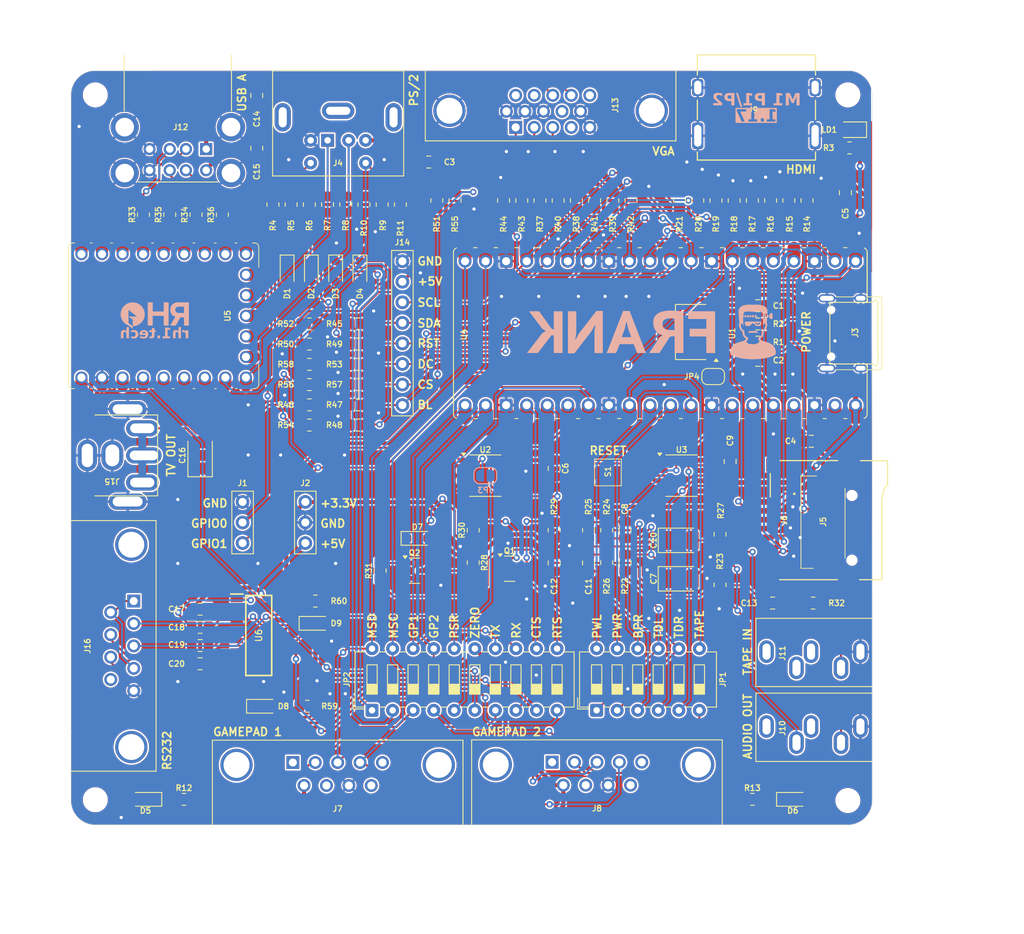
<source format=kicad_pcb>
(kicad_pcb (version 20241229) (generator "pcbnew") (generator_version "9.0")
  (title_block (title "FRANK M1") (date "2025-04-09") (rev "${VERSION}") (company "Mikhail Matveev") (comment 1 "https://github.com/xtremespb/frank"))
  (layers (0 "F.Cu" signal) (2 "B.Cu" signal) (13 "F.Paste" user) (15 "B.Paste" user) (5 "F.SilkS" user "F.Silkscreen") (7 "B.SilkS" user "B.Silkscreen") (1 "F.Mask" user) (3 "B.Mask" user) (25 "Edge.Cuts" user))
  (property "VERSION" "1.17")
  (net 0 "")
  (net 1 "/LOAD_IN_D")
  (net 2 "GND")
  (net 3 "/Audio Out/R*")
  (net 4 "/Audio Out/L*")
  (net 5 "/Audio Out/R")
  (net 6 "/Audio Out/L")
  (net 7 "VBUS")
  (net 8 "+3V3")
  (net 9 "/Composite/CVBS")
  (net 10 "/RS232/V+")
  (net 11 "/RS232/C1+")
  (net 12 "/RS232/C1-")
  (net 13 "/RS232/C2+")
  (net 14 "/RS232/C2-")
  (net 15 "/RS232/V-")
  (net 16 "Net-(U3-FLT)")
  (net 17 "/RS232/RX_IN")
  (net 18 "/RS232/CTS_IN")
  (net 19 "/RS232/TX_IN")
  (net 20 "/RS232/RTS_IN")
  (net 21 "Net-(C13-Pad1)")
  (net 22 "/MS_DATA_3V")
  (net 23 "/MS_CLK_3V")
  (net 24 "/GP1_DATA")
  (net 25 "/GP2_DATA")
  (net 26 "/RS232_CTS")
  (net 27 "/RS232/CTS_MAX")
  (net 28 "/RS232_RX")
  (net 29 "/RS232/RX_MAX")
  (net 30 "/A_OUTR")
  (net 31 "/ZERO_VBUS")
  (net 32 "/RS232_TX")
  (net 33 "/A_OUTL")
  (net 34 "/A_OUTB")
  (net 35 "/A_TDAR")
  (net 36 "/PSR_SOSIO")
  (net 37 "/A_TDAL")
  (net 38 "/RS232_RTS")
  (net 39 "/MS_CLK")
  (net 40 "/KB_CLK")
  (net 41 "/KB_DATA")
  (net 42 "/MS_DATA")
  (net 43 "Net-(C7-Pad1)")
  (net 44 "Net-(C10-Pad1)")
  (net 45 "/USB_D1P")
  (net 46 "/USB_D2P")
  (net 48 "/USB_D1M")
  (net 49 "Net-(J7-Pad2)")
  (net 50 "/USB_D2M")
  (net 52 "Net-(C16-Pad1)")
  (net 53 "Net-(D7-K)")
  (net 54 "Net-(D7-A)")
  (net 56 "/Pico/GPIO23")
  (net 57 "/Pico/5V_PICO")
  (net 58 "/RUN")
  (net 59 "/Zero/ZGPIO29")
  (net 61 "/Zero/ZGPIO27_1")
  (net 62 "/Zero/ZGPIO13")
  (net 63 "/Zero/ZGPIO6")
  (net 64 "/Zero/ZGPIO8_1")
  (net 65 "/Zero/ZGPIO9_1")
  (net 66 "/Micro SD/DAT1")
  (net 67 "/Micro SD/DAT2")
  (net 68 "/Micro SD/POL")
  (net 69 "/Micro SD/DET")
  (net 70 "Net-(Q1-B)")
  (net 71 "/Power/D-")
  (net 72 "/Power/D+")
  (net 73 "/Pico/GPIO29")
  (net 75 "/GPIO8")
  (net 76 "/GPIO12")
  (net 77 "/GPIO6")
  (net 78 "/GPIO10")
  (net 79 "/GPIO13")
  (net 80 "/GPIO0")
  (net 81 "/GPIO1")
  (net 82 "/GPIO14")
  (net 83 "/GPIO15")
  (net 84 "/GPIO26")
  (net 85 "/GPIO27")
  (net 86 "/GPIO16")
  (net 87 "/GPIO22")
  (net 88 "/GPIO28")
  (net 89 "/GPIO21")
  (net 90 "/GPIO17")
  (net 91 "/GPIO19")
  (net 92 "/GPIO18")
  (net 93 "/GPIO20")
  (net 94 "/GPIO5")
  (net 95 "/GPIO2")
  (net 96 "/GPIO4")
  (net 97 "/GPIO3")
  (net 100 "Net-(J12-D1-)")
  (net 101 "Net-(J12-D2-)")
  (net 102 "Net-(J12-D1+)")
  (net 103 "Net-(J12-D2+)")
  (net 105 "Net-(J13-Pad2)")
  (net 106 "Net-(J13-Pad14)")
  (net 110 "Net-(J13-Pad13)")
  (net 111 "Net-(J13-Pad3)")
  (net 112 "Net-(J13-Pad1)")
  (net 114 "Net-(J16-Pad1)")
  (net 116 "Net-(LD1-A)")
  (net 117 "/GPIO9")
  (net 118 "/GPIO7")
  (net 119 "/GPIO11")
  (net 120 "/Zero/ZGPIO0")
  (net 121 "/Zero/ZGPIO26")
  (net 122 "/Zero/ZGPIO28_1")
  (net 123 "/Zero/ZGPIO10")
  (net 124 "/Zero/ZGPIO7_1")
  (net 125 "/Zero/ZGPIO1_1")
  (net 129 "Net-(C13-Pad2)")
  (net 131 "Net-(J3-CC2)")
  (net 133 "Net-(J3-CC1)")
  (net 136 "Net-(J8-Pad2)")
  (net 141 "Net-(J9-D0N)")
  (net 142 "Net-(J9-CLKP)")
  (net 143 "Net-(J9-D0P)")
  (net 144 "Net-(J9-D2P)")
  (net 146 "Net-(J9-CLKN)")
  (net 147 "Net-(J9-D1N)")
  (net 148 "Net-(J9-D1P)")
  (net 152 "Net-(J9-D2N)")
  (net 153 "Net-(JP3-A)")
  (net 154 "Net-(JP4-A)")
  (net 155 "Net-(R45-Pad2)")
  (net 156 "Net-(R48-Pad1)")
  (net 157 "Net-(R50-Pad1)")
  (net 158 "Net-(R52-Pad1)")
  (net 159 "Net-(R54-Pad1)")
  (net 160 "Net-(R56-Pad1)")
  (net 161 "/Pico/GPIO29_1")
  (net 162 "/Pico/GPIO23_1")
  (net 163 "/Pico/5V_PICO_1")
  (net 164 "/Zero/ZGPIO8")
  (net 165 "/Zero/ZGPIO9")
  (net 166 "/Zero/ZGPIO26_1")
  (net 168 "/Zero/ZGPIO1")
  (net 169 "/Zero/ZGPIO13_1")
  (net 170 "/Zero/ZGPIO27")
  (net 171 "/Zero/ZGPIO7")
  (net 172 "/Zero/ZGPIO29_1")
  (net 173 "/Zero/ZGPIO10_1")
  (net 174 "/Zero/ZGPIO0_1")
  (net 175 "/Zero/ZGPIO28")
  (net 176 "/Zero/ZGPIO6_1")
  (footprint "FRANK:Mounting Hole (2.7mm)" (layer "F.Cu") (at 107.8 130.8)
    (property "Reference" "H3" (hide yes))
    (property "Value" "Hole 2.7mm")
  )
  (footprint "FRANK:Capacitor (3528, tantalum, polar)" (layer "F.Cu") (at 180 98.75)
    (property "Reference" "C10")
    (property "Value" "10u")
  )
  (footprint "FRANK:USB Type C" (layer "F.Cu") (at 204.9905 73.1584 90)
    (property "Reference" "J3")
    (property "Value" "USB4215")
  )
  (footprint "FRANK:Capacitor (0805)" (layer "F.Cu") (at 164.5 101.5375 -90)
    (property "Reference" "C12")
    (property "Value" "100n")
  )
  (footprint "FRANK:Resistor (0805)" (layer "F.Cu") (at 132 57.25 -90)
    (property "Reference" "R5")
    (property "Value" "100R")
  )
  (footprint "FRANK:D-SUB (9 pin, male, top mount)" (layer "F.Cu") (at 164.25 126.16)
    (property "Reference" "J8")
    (property "Value" "D-SUB 9 Male")
  )
  (footprint "FRANK:Resistor (0805)" (layer "F.Cu") (at 185 98 90)
    (property "Reference" "R27")
    (property "Value" "330R")
  )
  (footprint "FRANK:Resistor (0805)" (layer "F.Cu") (at 140.25 72 180)
    (property "Reference" "R45")
    (property "Value" "750R")
  )
  (footprint "FRANK:Capacitor (3528, tantalum, polar)" (layer "F.Cu") (at 180 103.5)
    (property "Reference" "C7")
    (property "Value" "10u")
  )
  (footprint "FRANK:Resistor (0805)" (layer "F.Cu") (at 168.75 97.5 90)
    (property "Reference" "R25")
    (property "Value" "2K")
  )
  (footprint "FRANK:Resistor (0805)" (layer "F.Cu") (at 171 101.5 -90)
    (property "Reference" "R26")
    (property "Value" "1K")
  )
  (footprint "FRANK:D-SUB (15 pin, female)" (layer "F.Cu") (at 159.75 47.71 180)
    (property "Reference" "J13")
    (property "Value" "D-SUB 15 Female")
  )
  (footprint "FRANK:Resistor (0805)" (layer "F.Cu") (at 134.25 74.5)
    (property "Reference" "R50")
    (property "Value" "150R")
  )
  (footprint "FRANK:DIP Switch (10)" (layer "F.Cu") (at 142 119.75 90)
    (property "Reference" "JP2")
    (property "Value" "SW_DIP_x10" (hide yes))
  )
  (footprint "FRANK:Resistor (0805)" (layer "F.Cu") (at 173.25 101.5 -90)
    (property "Reference" "R22")
    (property "Value" "1K")
  )
  (footprint "FRANK:Capacitor (0805)" (layer "F.Cu") (at 196.2875 86.5)
    (property "Reference" "C4")
    (property "Value" "100n")
  )
  (footprint "FRANK:Resistor (0805)" (layer "F.Cu") (at 169.5 56.75 90)
    (property "Reference" "R41")
    (property "Value" "1K")
  )
  (footprint "FRANK:MiniDIN (6 Pin, female)" (layer "F.Cu") (at 136.5092 49.3149 180)
    (property "Reference" "J4")
    (property "Value" "MDC-036")
  )
  (footprint "FRANK:Resistor (0805)" (layer "F.Cu") (at 123.5 58.5 90)
    (property "Reference" "R36")
    (property "Value" "22R")
  )
  (footprint "FRANK:Resistor (0805)" (layer "F.Cu") (at 195.75 56.75 -90)
    (property "Reference" "R14")
    (property "Value" "270R")
  )
  (footprint "FRANK:Diode (SOD-323)" (layer "F.Cu") (at 135 109)
    (property "Reference" "D9")
    (property "Value" "1N4148")
  )
  (footprint "FRANK:Capacitor (0805)" (layer "F.Cu") (at 189.65 76.5)
    (property "Reference" "C2")
    (property "Value" "10u")
  )
  (footprint "FRANK:Diode (SOD-323)" (layer "F.Cu") (at 131.5 65.5 -90)
    (property "Reference" "D1")
    (property "Value" "3V3")
  )
  (footprint "FRANK:USB Type A (stacked)" (layer "F.Cu") (at 121.5 50.3923 -90)
    (property "Reference" "J12")
    (property "Value" "SS-52100-004")
  )
  (footprint "FRANK:Resistor (0805)" (layer "F.Cu") (at 186.75 56.75 -90)
    (property "Reference" "R18")
    (property "Value" "270R")
  )
  (footprint "FRANK:Raspberry Pi Zero" (layer "F.Cu") (at 116.25 71 90)
    (property "Reference" "U5" (hide yes))
    (property "Value" "RP2040-Zero" (hide yes))
  )
  (footprint "FRANK:Resistor (0805)" (layer "F.Cu") (at 191.25 56.75 -90)
    (property "Reference" "R16")
    (property "Value" "270R")
  )
  (footprint "FRANK:Capacitor (0805)" (layer "F.Cu") (at 120.75 109.5 180)
    (property "Reference" "C18")
    (property "Value" "1u")
  )
  (footprint "FRANK:Capacitor (0805)" (layer "F.Cu") (at 191.5 106.5 180)
    (property "Reference" "C13")
    (property "Value" "100n")
  )
  (footprint "FRANK:SOT-23" (layer "F.Cu") (at 147.25 102.5)
    (property "Reference" "Q2")
    (property "Value" "BC850")
  )
  (footprint "FRANK:Resistor (0805)" (layer "F.Cu") (at 189 56.75 -90)
    (property "Reference" "R17")
    (property "Value" "270R")
  )
  (footprint "FRANK:Resistor (0805)" (layer "F.Cu") (at 185 104.25 90)
    (property "Reference" "R23")
    (property "Value" "330R")
  )
  (footprint "FRANK:Resistor (0805)" (layer "F.Cu") (at 134.25 79.5 180)
    (property "Reference" "R56")
    (property "Value" "150R")
  )
  (footprint "FRANK:Jumper (solder)" (layer "F.Cu") (at 184.15 78.5)
    (property "Reference" "JP4")
    (property "Value" "Jumper (Solder)")
  )
  (footprint "FRANK:Resistor (0805)" (layer "F.Cu") (at 134 119.25 180)
    (property "Reference" "R59")
    (property "Value" "1K")
  )
  (footprint "FRANK:Resistor (0805)" (layer "F.Cu") (at 140.25 79.5 180)
    (property "Reference" "R57")
    (property "Value" "270R")
  )
  (footprint "FRANK:Resistor (0805)" (layer "F.Cu") (at 164.5 97.5 90)
    (property "Reference" "R29")
    (property "Value" "1K")
  )
  (footprint "FRANK:DIP Switch (6)" (layer "F.Cu") (at 169.75 119.75 90)
    (property "Reference" "JP1")
    (property "Value" "SW_DIP_x06" (hide yes))
  )
  (footprint "FRANK:Resistor (0805)" (layer "F.Cu") (at 120.25 58.5 90)
    (property "Reference" "R34")
    (property "Value" "22R")
  )
  (footprint "FRANK:Resistor (0805)" (layer "F.Cu") (at 140.25 77 180)
    (property "Reference" "R53")
    (property "Value" "270R")
  )
  (footprint "FRANK:Capacitor (3528, tantalum, polar)" (layer "F.Cu") (at 120.75 88.25 90)
    (property "Reference" "C16")
    (property "Value" "220u")
  )
  (footprint "FRANK:Pin Header (1x03)" (layer "F.Cu") (at 133.75 94)
    (property "Reference" "J2")
    (property "Value" "Pin Header 1x03" (hide yes))
  )
  (footprint "FRANK:Resistor (0805)" (layer "F.Cu") (at 189 130.75 180)
    (property "Reference" "R13")
    (property "Value" "1K")
  )
  (footprint "FRANK:Pin Header (1x08)" (layer "F.Cu") (at 145.75 64.25)
    (property "Reference" "J14")
    (property "Value" "Pin Header 1x08" (hide yes))
  )
  (footprint "FRANK:Resistor (0805)" (layer "F.Cu") (at 189.65 74.25 180)
    (property "Reference" "R1")
    (property "Value" "5.1K")
  )
  (footprint "FRANK:Diode (SOD-323)" (layer "F.Cu") (at 134.5 65.5 -90)
    (property "Reference" "D2")
    (property "Value" "3V3")
  )
  (footprint "FRANK:Jack (3.5mm)" (layer "F.Cu") (at 202.35 121.75 -90)
    (property "Reference" "J10")
    (property "Value" "SJ1-353XNG")
  )
  (footprint "FRANK:SO-8" (layer "F.Cu") (at 156 90.75)
    (property "Reference" "U2")
    (property "Value" "ESP-PSRAM32")
  )
  (footprint "FRANK:Diode (SOD-323)" (layer "F.Cu") (at 137.5 65.5 -90)
    (property "Reference" "D3")
    (property "Value" "3V3")
  )
  (footprint "FRANK:Resistor (0805)" (layer "F.Cu") (at 158.25 56.75 -90)
    (property "Reference" "R44")
    (property "Value" "100R")
  )
  (footprint "FRANK:Resistor (0805)" (layer "F.Cu") (at 140.25 82 180)
    (property "Reference" "R47")
    (property "Value" "270R")
  )
  (footprint "FRANK:Capacitor (0805)" (layer "F.Cu") (at 120.75 114 180)
    (property "Reference" "C20")
    (property "Value" "1u")
  )
  (footprint "FRANK:SOT-23" (layer "F.Cu") (at 159 102.25)
    (property "Reference" "Q1")
    (property "Value" "BC850")
  )
  (footprint "FRANK:Resistor (0805)" (layer "F.Cu") (at 129.75 57.25 90)
    (property "Reference" "R4")
    (property "Value" "1K")
  )
  (footprint "FRANK:Capacitor (0805)" (layer "F.Cu") (at 120.75 107.25 180)
    (property "Reference" "C17")
    (property "Value" "1u")
  )
  (footprint "FRANK:Button (SMD, 3x3mm, 1-1)" (layer "F.Cu") (at 169.5 88.7)
    (property "Reference" "S1")
    (property "Value" "TS-1233" (hide yes))
  )
  (footprint "FRANK:Mounting Hole (2.7mm)" (layer "F.Cu") (at 200.8 130.9)
    (property "Reference" "H4" (hide yes))
    (property "Value" "Hole 2.7mm")
  )
  (footprint "FRANK:Resistor (0805)" (layer "F.Cu") (at 171 97.5 90)
    (property "Reference" "R24")
    (property "Value" "2K")
  )
  (footprint "FRANK:Resistor (0805)" (layer "F.Cu") (at 154.5 97.5 90)
    (property "Reference" "R30")
    (property "Value" "10K")
  )
  (footprint "FRANK:Resistor (0805)" (layer "F.Cu") (at 117 58.5 90)
    (property "Reference" "R35")
    (property "Value" "22R")
  )
  (footprint "FRANK:Resistor (0805)" (layer "F.Cu") (at 143.25 57.25 90)
    (property "Reference" "R9")
    (property "Value" "1K")
  )
  (footprint "FRANK:Resistor (0805)" (layer "F.Cu") (at 113.75 58.5 90)
    (property "Reference" "R33")
    (property "Value" "22R")
  )
  (footprint "FRANK:Diode (SOD-323)" (layer "F.Cu") (at 114 130.75 180)
    (property "Reference" "D5")
    (property "Value" "3V3")
  )
  (footprint "FRANK:LED (0805)" (layer "F.Cu") (at 201.25 48 180)
    (property "Reference" "LD1")
    (property "Value" "Green")
  )
  (footprint "FRANK:Resistor (0805)" (layer "F.Cu") (at 201 50.25)
    (property "Reference" "R3")
    (property "Value" "1K")
  )
  (footprint "FRANK:Resistor (0805)" (layer "F.Cu") (at 196.5 106.5)
    (property "Reference" "R32")
    (property "Value" "100R")
  )
  (footprint "FRANK:Resistor (0805)" (layer "F.Cu") (at 134.25 82 180)
    (property "Reference" "R46")
    (property "Value" "51R")
  )
  (footprint "FRANK:Resistor (0805)" (layer "F.Cu") (at 140.25 84.5 180)
    (property "Reference" "R48")
    (property "Value" "150R")
  )
  (footprint "FRANK:Resistor (0805)" (layer "F.Cu") (at 138.75 57.25 90)
    (property "Reference" "R8")
    (property "Value" "1K")
  )
  (footprint "FRANK:Resistor (0805)" (layer "F.Cu") (at 134.25 57.25 -90)
    (property "Reference" "R6")
    (property "Value" "100R")
  )
  (footprint "FRANK:Resistor (0805)" (layer "F.Cu") (at 135 106.25 180)
    (property "Reference" "R60")
    (property "Value" "1K")
  )
  (footprint "FRANK:Capacitor (0805)" (layer "F.Cu") (at 168.75 101.5375 -90)
    (property "Reference" "C11")
    (property "Value" "10n")
  )
  (footprint "FRANK:Resistor (0805)" (layer "F.Cu") (at 154.5 101.5 -90)
    (property "Reference" "R28")
    (property "Value" "10K")
  )
  (footprint "FRANK:Capacitor (0805)" (layer "F.Cu") (at 189.65 69.75)
    (property "Reference" "C1")
    (property "Value" "10u")
  )
  (footprint "FRANK:SOT-223" (layer "F.Cu") (at 181.4 73 180)
    (property "Reference" "U1")
    (property "Value" "NCP1117 3.3")
  )
  (footprint "FRANK:Diode (SOD-323)" (layer "F.Cu") (at 140.5 65.5 -90)
    (property "Reference" "D4")
    (property "Value" "3V3")
  )
  (footprint "FRANK:Resistor (0805)" (layer "F.Cu") (at 141 57.25 -90)
    (property "Reference" "R10")
    (property "Value" "100R")
  )
  (footprint "FRANK:D-SUB (9 pin, male, top mount)" (layer "F.Cu") (at 132.21 126.2)
    (property "Reference" "J7")
    (property "Value" "D-SUB 9 Male")
  )
  (footprint "FRANK:MicroSD (SMD, long)" (layer "F.Cu") (at 190 96.25 -90)
    (property "Reference" "J6")
    (property "Value" "104031-0811")
  )
  (footprint "FRANK:Resistor (0805)" (layer "F.Cu") (at 189.65 72)
    (property "Reference" "R2")
    (property "Value" "5.1K")
  )
  (footprint "FRANK:Capacitor (0805)" (layer "F.Cu") (at 127.75 43.7625 90)
    (property "Reference" "C14")
    (property "Value" "10u")
  )
  (footprint "FRANK:Capacitor (0805)" (layer "F.Cu") (at 120.75 111.75 180)
    (property "Reference" "C19")
    (property "Value" "1u")
  )
  (footprint "FRANK:SO-8" (layer "F.Cu") (at 180.25 90.75)
    (property "Reference" "U3")
    (property "Value" "TDA1387T")
  )
  (footprint "FRANK:Resistor (0805)" (layer "F.Cu") (at 167.25 56.75 90)
    (property "Reference" "R38")
    (property "Value" "330R")
  )
  (footprint "FRANK:Resistor (0805)" (layer "F.Cu") (at 134.25 77)
    (property "Reference" "R58")
    (property "Value" "300R")
  )
  (footprint "FRANK:Resistor (0805)" (layer "F.Cu") (at 143 102.5 90)
    (property "Reference" "R31")
    (property "Value" "10K")
  )
  (footprint "FRANK:Resistor (0805)" (layer "F.Cu") (at 152.25 56.75 90)
    (property "Reference" "R55")
    (property "Value" "270R")
  )
  (footprint "FRANK:Resistor (0805)" (layer "F.Cu") (at 180 56.75 -90)
    (property "Reference" "R21")
    (property "Value" "270R")
  )
  (footprint "FRANK:Diode (SOD-323)" (layer "F.Cu") (at 147.6 98.5)
    (property "Reference" "D7")
    (property "Value" "1N4148")
  )
  (footprint "FRANK:Jack (3.5mm)" (layer "F.Cu") (at 202.35 112.5 -90)
    (property "Reference" "J11")
    (property "Value" "SJ1-353XNG")
  )
  (footprint "FRANK:D-SUB (9 pin, male, top mount)" (layer "F.Cu") (at 112.55 106.25 -90)
    (property "Reference" "J16")
    (property "Value" "D-SUB 9 Male")
  )
  (footprint "FRANK:Raspberry Pi Pico" (layer "F.Cu") (at 201.75 64.25 -90)
    (property "Reference" "U4")
    (property "Value" "Rasberry Pi Pico")
  )
  (footprint "FRANK:Capacitor (0805)" (layer "F.Cu") (at 149 52)
    (property "Reference" "C3")
    (property "Value" "100n")
  )
  (footprint "FRANK:Resistor (0805)" (layer "F.Cu") (at 145.5 57.25 -90)
    (property "Reference" "R11")
    (property "Value" "100R")
  )
  (footprint "FRANK:Resistor (0805)" (layer "F.Cu") (at 136.5 57.25 90)
    (property "Reference" "R7")
    (property "Value" "1K")
  )
  (footprint "FRANK:Resistor (0805)" (layer "F.Cu") (at 118.75 130.75)
    (property "Reference" "R12")
    (property "Value" "1K")
  )
  (footprint "FRANK:Capacitor (0805)" (layer "F.Cu") (at 164.5 89.8625 -90)
    (property "Reference" "C6")
    (property "Value" "100n")
  )
  (footprint "FRANK:Resistor (0805)" (layer "F.Cu") (at 134.25 84.5)
    (property "Reference" "R54")
    (property "Value" "150R")
  )
  (footprint "FRANK:RCA" (layer "F.Cu") (at 110.5 88.25 90)
    (property "Reference" "J15" (hide yes))
    (property "Value" "RCA-103" (hide yes))
  )
  (footprint "FRANK:MicroSD (SMD, short)" (layer "F.Cu") (at 197.75 96.5 90)
    (property "Reference" "J5")
    (property "Value" "0475710001" (hide yes))
  )
  (footprint "FRANK:Capacitor (0805)" (layer "F.Cu") (at 186.25 89 90)
    (property "Reference" "C9")
    (property "Value" "10u")
  )
  (footprint "FRANK:Resistor (0805)" (layer "F.Cu") (at 165 56.75 90)
    (property "Reference" "R40")
    (property "Value" "1K")
  )
  (footprint "FRANK:Resistor (0805)" (layer "F.Cu") (at 171.75 56.75 90)
    (property "Reference" "R39")
    (property "Value" "330R")
  )
  (footprint "FRANK:Resistor (0805)" (layer "F.Cu") (at 193.5 56.75 -90)
    (property "Reference" "R15")
    (property "Value" "270R")
  )
  (footprint "FRANK:Resistor (0805)" (layer "F.Cu") (at 160.5 56.75 -90)
    (property "Reference" "R43")
    (property "Value" "100R")
  )
  (footprint "FRANK:Capacitor (0805)" (layer "F.Cu") (at 127.75 50.2875 -90)
    (property "Reference" "C15")
    (property "Value" "10u")
  )
  (footprint "FRANK:Capacitor (0805)" (layer "F.Cu") (at 200.5 55.7875 -90)
    (property "Reference" "C5")
    (property "Value" "100n")
  )
  (footprint "FRANK:Diode (SOD-323)" (layer "F.Cu") (at 128.5 119.25)
    (property "Reference" "D8")
    (property "Value" "1N4148")
  )
  (footprint "FRANK:Resistor (0805)" (layer "F.Cu") (at 182.25 56.75 -90)
    (property "Reference" "R20")
    (property "Value" "270R")
  )
  (footprint "FRANK:Diode (SOD-323)" (layer "F.Cu") (at 194 130.75)
    (property "Reference" "D6")
    (property "Value" "3V3")
  )
  (footprint "FRANK:Resistor (0805)" (layer "F.Cu") (at 162.75 56.75 90)
    (property "Reference" "R37")
    (property "Value" "330R")
  )
  (footprint "FRANK:HDMI (female)" (layer "F.Cu") (at 189.5 48.75 180)
    (property "Reference" "J9")
    (property "Value" "DC3RX19JA2")
  )
  (footprint "FRANK:Pin Header (1x03)" (layer "F.Cu") (at 126 94)
    (property "Reference" "J1")
    (property "Value" "Pin Header 1x03" (hide yes))
  )
  (footprint "FRANK:Resistor (0805)" (layer "F.Cu") (at 140.25 74.5 180)
    (property "Reference" "R49")
    (property "Value" "270R")
  )
  (footprint "FRANK:Resistor (0805)" (layer "F.Cu") (at 150 56.75 90)
    (property "Reference" "R51")
    (property "Value" "270R")
  )
  (footprint "FRANK:Capacitor (0805)" (layer "F.Cu") (at 173.25 97.4625 90)
    (property "Reference" "C8")
    (property "Value" "10n")
  )
  (footprint "FRANK:Resistor (0805)" (layer "F.Cu") (at 134.25 72 180)
    (property "Reference" "R52")
    (property "Value" "150R")
  )
  (footprint "FRANK:SOIC127P600X175-16N" (layer "F.Cu") (at 128 110.5)
    (property "Reference" "U6")
    (property "Value" "MAX232CSE+" (hide yes))
  )
  (footprint "FRANK:Resistor (0805)" (layer "F.Cu") (at 174 56.75 90)
    (property "Reference" "R42")
    (property "Value" "1K")
  )
  (footprint "FRANK:Mounting Hole (2.7mm)" (layer "F.Cu") (at 200.8 43.7)
    (property "Reference" "H2" (hide yes))
    (property "Value" "Hole 2.7mm")
  )
  (footprint "FRANK:Mounting Hole (2.7mm)" (layer "F.Cu") (at 107.8 43.7)
    (property "Reference" "H1" (hide yes))
    (property "Value" "Hole 2.7mm")
  )
  (footprint "FRANK:Resistor (0805)" (layer "F.Cu") (at 184.5 56.75 -90)
    (property "Reference" "R19")
    (property "Value" "270R")
  )
  (footprint "FRANK:Jumper (solder)" (layer "B.Cu") (at 156 90.75)
    (property "Reference" "JP3")
    (property "Value" "Jumper (Solder)")
  )
  (gr_poly (pts (xy 164.451474 72.705732) (xy 164.189535 72.594607) (xy 162.641722 70.435607) (xy 161.395533 70.435607) (xy 163.030658 72.594607) (xy 163.459283 72.872419) (xy 163.014783 73.166107) (xy 161.141532 75.594982) (xy 162.490907 75.594982) (xy 164.165722 73.412169) (xy 164.451474 73.412169) (xy 164.451474 75.594982) (xy 165.546848 75.594982) (xy 165.546848 70.435607) (xy 164.451474 70.435607)) (stroke (width -0.000001)) (fill yes) (layer "B.SilkS"))
  (gr_poly (pts (xy 191.200845 70.856294) (xy 191.050033 70.856294) (xy 191.050033 71.237294) (xy 191.200845 71.237294) (xy 191.200845 71.396044) (xy 191.486596 71.396044) (xy 191.486596 70.681669) (xy 191.200845 70.681669)) (stroke (width -0.000001)) (fill yes) (layer "B.SilkS"))
  (gr_poly (pts (xy 178.768102 70.357333) (xy 178.670883 70.360573) (xy 178.574222 70.365859) (xy 178.478027 70.373099) (xy 178.382203 70.382199) (xy 178.286659 70.393067) (xy 178.1913 70.405609) (xy 178.096035 70.419732) (xy 178.002242 70.438738) (xy 177.91124 70.460163) (xy 177.822842 70.484193) (xy 177.736863 70.511013) (xy 177.653116 70.54081) (xy 177.571416 70.573769) (xy 177.531275 70.591493) (xy 177.491575 70.610077) (xy 177.452295 70.629545) (xy 177.41341 70.649919) (xy 177.376666 70.671131) (xy 177.34084 70.69311) (xy 177.305922 70.71588) (xy 177.271899 70.739464) (xy 177.238759 70.763885) (xy 177.206492 70.789167) (xy 177.175085 70.815332) (xy 177.144526 70.842404) (xy 177.114805 70.870406) (xy 177.08591 70.899361) (xy 177.057828 70.929294) (xy 177.030549 70.960226) (xy 177.00406 70.992181) (xy 176.97835 71.025183) (xy 176.953408 71.059255) (xy 176.929222 71.094419) (xy 176.90755 71.130696) (xy 176.887193 71.168089) (xy 176.868161 71.206598) (xy 176.850466 71.246224) (xy 176.834121 71.286966) (xy 176.819135 71.328824) (xy 176.805521 71.371798) (xy 176.793292 71.415888) (xy 176.782457 71.461095) (xy 176.773029 71.507417) (xy 176.76502 71.554856) (xy 176.758441 71.603411) (xy 176.753304 71.653083) (xy 176.74962 71.70387) (xy 176.747401 71.755774) (xy 176.746659 71.808794) (xy 176.74787 71.886836) (xy 176.751511 71.963203) (xy 176.757594 72.037896) (xy 176.76613 72.110915) (xy 176.777132 72.18226) (xy 176.79061 72.25193) (xy 176.806576 72.319926) (xy 176.825042 72.386247) (xy 176.846019 72.450895) (xy 176.86952 72.513867) (xy 176.895555 72.575166) (xy 176.924137 72.63479) (xy 176.955276 72.69274) (xy 176.988985 72.749016) (xy 177.025276 72.803617) (xy 177.064159 72.856544) (xy 177.103874 72.906212) (xy 177.145611 72.953996) (xy 177.189349 72.999873) (xy 177.235063 73.04382) (xy 177.282731 73.085813) (xy 177.332328 73.12583) (xy 177.383833 73.163847) (xy 177.437221 73.199841) (xy 177.49247 73.233789) (xy 177.549555 73.265667) (xy 177.608455 73.295452) (xy 177.669145 73.32312) (xy 177.731602 73.34865) (xy 177.795804 73.372017) (xy 177.861726 73.393197) (xy 177.929346 73.412169) (xy 177.540408 73.642357) (xy 176.246595 75.594982) (xy 177.516595 75.594982) (xy 178.802471 73.594732) (xy 179.381908 73.50742) (xy 179.381908 75.594982) (xy 180.477284 75.594982) (xy 180.477284 71.340482) (xy 179.373972 71.340482) (xy 179.373972 72.761294) (xy 178.90566 72.761294) (xy 178.848361 72.760641) (xy 178.79255 72.758674) (xy 178.738228 72.755382) (xy 178.685394 72.750752) (xy 178.634048 72.744774) (xy 178.584191 72.737435) (xy 178.535822 72.728724) (xy 178.488941 72.71863) (xy 178.443548 72.707141) (xy 178.399644 72.694244) (xy 178.357228 72.679929) (xy 178.3163 72.664184) (xy 178.27686 72.646997) (xy 178.238909 72.628357) (xy 178.202446 72.608251) (xy 178.167471 72.586669) (xy 178.150635 72.575251) (xy 178.134355 72.563324) (xy 178.118631 72.550887) (xy 178.10346 72.537943) (xy 178.088841 72.524494) (xy 178.074774 72.51054) (xy 178.061255 72.496083) (xy 178.048285 72.481125) (xy 178.035861 72.465667) (xy 178.023982 72.449711) (xy 178.012647 72.433257) (xy 178.001854 72.416308) (xy 177.991601 72.398864) (xy 177.981888 72.380928) (xy 177.972713 72.3625) (xy 177.964073 72.343583) (xy 177.955969 72.324178) (xy 177.948398 72.304285) (xy 177.941359 72.283907) (xy 177.93485 72.263046) (xy 177.923419 72.219876) (xy 177.914092 72.174787) (xy 177.906858 72.127792) (xy 177.901705 72.078902) (xy 177.898622 72.028128) (xy 177.897597 71.975482) (xy 177.898525 71.935858) (xy 177.901302 71.897362) (xy 177.905916 71.860006) (xy 177.912356 71.823801) (xy 177.920609 71.788758) (xy 177.930665 71.75489) (xy 177.942511 71.722208) (xy 177.956136 71.690724) (xy 177.971528 71.660449) (xy 177.988677 71.631394) (xy 178.007569 71.603572) (xy 178.028193 71.576994) (xy 178.050539 71.551672) (xy 178.074594 71.527617) (xy 178.100346 71.504842) (xy 178.127784 71.483357) (xy 178.158294 71.463172) (xy 178.190292 71.444289) (xy 178.223778 71.426709) (xy 178.258753 71.410431) (xy 178.295216 71.395455) (xy 178.333167 71.381782) (xy 178.372606 71.36941) (xy 178.413534 71.358341) (xy 178.45595 71.348574) (xy 178.499854 71.34011) (xy 178.545247 71.332947) (xy 178.592128 71.327087) (xy 178.640497 71.322529) (xy 178.690354 71.319274) (xy 178.7417 71.31732) (xy 178.794534 71.316669) (xy 179.119972 71.316669) (xy 179.157908 71.317041) (xy 179.194262 71.318158) (xy 179.228942 71.320018) (xy 179.261855 71.322622) (xy 179.292907 71.325971) (xy 179.322006 71.330064) (xy 179.349058 71.334901) (xy 179.373972 71.340482) (xy 180.477284 71.340482) (xy 180.477284 70.483232) (xy 180.469346 70.483232) (xy 180.378437 70.470085) (xy 180.283807 70.455451) (xy 180.184713 70.440816) (xy 180.133259 70.433964) (xy 180.08041 70.427669) (xy 179.974494 70.415887) (xy 179.870066 70.404849) (xy 179.765638 70.395299) (xy 179.712959 70.391315) (xy 179.659721 70.387982) (xy 179.239034 70.364169) (xy 179.18882 70.361549) (xy 179.139443 70.359581) (xy 179.043573 70.357224) (xy 178.952168 70.356356) (xy 178.865972 70.356232)) (stroke (width -0.000001)) (fill yes) (layer "B.SilkS"))
  (gr_poly (pts (xy 112.348304 69.33906) (xy 112.275082 69.343867) (xy 112.202454 69.352256) (xy 112.130542 69.364178) (xy 112.059469 69.379584) (xy 111.989358 69.398424) (xy 111.920331 69.420648) (xy 111.852513 69.446207) (xy 111.786024 69.47505) (xy 111.720989 69.507127) (xy 111.65753 69.54239) (xy 111.59577 69.580788) (xy 111.535832 69.622272) (xy 111.477839 69.666791) (xy 111.421913 69.714296) (xy 111.368177 69.764738) (xy 111.317014 69.817786) (xy 111.268757 69.873065) (xy 111.223457 69.930451) (xy 111.181167 69.989823) (xy 111.141938 70.051058) (xy 111.10582 70.114034) (xy 111.072866 70.178628) (xy 111.043126 70.24472) (xy 111.016653 70.312186) (xy 110.993498 70.380905) (xy 110.973711 70.450754) (xy 110.957345 70.521611) (xy 110.944451 70.593353) (xy 110.93508 70.665859) (xy 110.929284 70.739007) (xy 110.927114 70.812674) (xy 110.929641 70.897596) (xy 110.937032 70.981724) (xy 110.949197 71.064871) (xy 110.966045 71.146855) (xy 110.987483 71.22749) (xy 111.013421 71.306591) (xy 111.043767 71.383974) (xy 111.07843 71.459454) (xy 111.11732 71.532845) (xy 111.160343 71.603964) (xy 111.20741 71.672626) (xy 111.25843 71.738646) (xy 111.313309 71.801839) (xy 111.371959 71.86202) (xy 111.434286 71.919005) (xy 111.500201 71.972608) (xy 111.546582 72.007039) (xy 111.594206 72.039614) (xy 111.643018 72.0703) (xy 111.692959 72.099069) (xy 111.743975 72.125887) (xy 111.796007 72.150724) (xy 111.849 72.173548) (xy 111.902896 72.194329) (xy 111.9701 72.247246) (xy 112.419891 72.595967) (xy 112.419891 72.285346) (xy 112.419891 72.284287) (xy 112.123029 72.054628) (xy 111.9701 71.935566) (xy 111.902896 71.882649) (xy 111.902896 70.277688) (xy 112.419891 70.678267) (xy 112.862273 71.021696) (xy 112.937944 71.080433) (xy 112.41989 71.080433) (xy 113.307301 71.768349) (xy 113.350164 71.801687) (xy 113.307301 71.768879) (xy 113.237981 71.715962) (xy 112.41989 71.080962) (xy 112.41989 71.479421) (xy 113.186124 72.074204) (xy 113.199824 72.066259) (xy 113.213177 72.058264) (xy 113.226233 72.050169) (xy 113.23904 72.041926) (xy 113.267095 72.023481) (xy 113.294714 72.004413) (xy 113.321887 71.98473) (xy 113.348604 71.964439) (xy 113.374855 71.943548) (xy 113.400629 71.922065) (xy 113.425916 71.899998) (xy 113.450707 71.877356) (xy 113.450707 71.877354) (xy 113.475541 71.853517) (xy 113.499792 71.829133) (xy 113.523452 71.804213) (xy 113.546512 71.778769) (xy 113.568964 71.752812) (xy 113.5908 71.726353) (xy 113.612011 71.699404) (xy 113.63259 71.671976) (xy 113.652527 71.64408) (xy 113.671815 71.615728) (xy 113.690446 71.586931) (xy 113.708411 71.5577) (xy 113.725702 71.528046) (xy 113.742311 71.497981) (xy 113.758229 71.467517) (xy 113.773449 71.436664) (xy 113.790401 71.399795) (xy 113.806296 71.362518) (xy 113.821127 71.324856) (xy 113.834889 71.286831) (xy 113.847577 71.248467) (xy 113.859186 71.209785) (xy 113.869711 71.17081) (xy 113.879147 71.131563) (xy 113.887488 71.092068) (xy 113.894728 71.052347) (xy 113.900864 71.012423) (xy 113.90589 70.972319) (xy 113.9098 70.932057) (xy 113.91259 70.891661) (xy 113.914254 70.851154) (xy 113.914787 70.810557) (xy 113.912518 70.737028) (xy 113.906637 70.66402) (xy 113.897195 70.591656) (xy 113.884244 70.520056) (xy 113.867834 70.449343) (xy 113.848016 70.379638) (xy 113.824843 70.311062) (xy 113.798365 70.243736) (xy 113.768633 70.177783) (xy 113.7357 70.113323) (xy 113.699614 70.050479) (xy 113.66043 69.989371) (xy 113.618196 69.930121) (xy 113.572965 69.872851) (xy 113.524788 69.817681) (xy 113.473716 69.764734) (xy 113.420081 69.714385) (xy 113.364263 69.666961) (xy 113.306385 69.622511) (xy 113.246568 69.581085) (xy 113.184934 69.542732) (xy 113.121606 69.507503) (xy 113.056706 69.475446) (xy 112.990356 69.446612) (xy 112.922678 69.421049) (xy 112.853794 69.398808) (xy 112.783826 69.379938) (xy 112.712897 69.364488) (xy 112.641129 69.352509) (xy 112.568643 69.344049) (xy 112.495562 69.339159) (xy 112.422009 69.337887) (xy 112.421996 69.337887)) (stroke (width -0.000001)) (fill yes) (layer "B.SilkS"))
  (gr_poly (pts (xy 188.171745 71.707111) (xy 188.152544 71.7115) (xy 188.134935 71.718589) (xy 188.118926 71.728195) (xy 188.10452 71.740131) (xy 188.091726 71.754214) (xy 188.080547 71.77026) (xy 188.07099 71.788082) (xy 188.063062 71.807498) (xy 188.056767 71.828322) (xy 188.052111 71.85037) (xy 188.0491 71.873457) (xy 188.047741 71.897399) (xy 188.048038 71.92201) (xy 188.049999 71.947107) (xy 188.053627 71.972505) (xy 188.05893 71.998019) (xy 188.065913 72.023465) (xy 188.074582 72.048658) (xy 188.084943 72.073414) (xy 188.097001 72.097547) (xy 188.110763 72.120874) (xy 188.126234 72.14321) (xy 188.14342 72.164369) (xy 188.162327 72.184169) (xy 188.18296 72.202423) (xy 188.205326 72.218948) (xy 188.22943 72.233559) (xy 188.255279 72.246071) (xy 188.282877 72.2563) (xy 188.312231 72.264061) (xy 188.343346 72.269169) (xy 188.390834 72.273867) (xy 188.435178 72.276149) (xy 188.476533 72.276159) (xy 188.515056 72.274037) (xy 188.550906 72.269927) (xy 188.584238 72.263972) (xy 188.61521 72.256313) (xy 188.643979 72.247093) (xy 188.670701 72.236455) (xy 188.695534 72.22454) (xy 188.718634 72.211492) (xy 188.740159 72.197453) (xy 188.760265 72.182565) (xy 188.77911 72.16697) (xy 188.79685 72.150812) (xy 188.813643 72.134232) (xy 188.845013 72.100377) (xy 188.874476 72.066546) (xy 188.903288 72.033877) (xy 188.932705 72.003511) (xy 188.948033 71.989547) (xy 188.963982 71.976586) (xy 188.980711 71.964771) (xy 188.998376 71.954243) (xy 189.017133 71.945145) (xy 189.037141 71.93762) (xy 189.058555 71.93181) (xy 189.081533 71.927857) (xy 189.104467 71.931764) (xy 189.125752 71.937445) (xy 189.145554 71.944766) (xy 189.16404 71.953592) (xy 189.181375 71.96379) (xy 189.197724 71.975226) (xy 189.213254 71.987767) (xy 189.228129 72.001279) (xy 189.256581 72.03068) (xy 189.284405 72.06236) (xy 189.312926 72.095249) (xy 189.343471 72.128278) (xy 189.377364 72.160377) (xy 189.395981 72.175744) (xy 189.415932 72.190476) (xy 189.437382 72.204441) (xy 189.460499 72.217506) (xy 189.485446 72.229535) (xy 189.512391 72.240396) (xy 189.541498 72.249954) (xy 189.572934 72.258077) (xy 189.606863 72.26463) (xy 189.643453 72.269479) (xy 189.682867 72.272492) (xy 189.725273 72.273533) (xy 189.770836 72.27247) (xy 189.819721 72.269169) (xy 189.850836 72.264759) (xy 189.88019 72.257608) (xy 189.907788 72.247904) (xy 189.933636 72.235838) (xy 189.957741 72.221597) (xy 189.980106 72.205371) (xy 190.00074 72.187348) (xy 190.019647 72.167718) (xy 190.036833 72.146669) (xy 190.052304 72.124391) (xy 190.066065 72.101072) (xy 190.078124 72.076902) (xy 190.088485 72.052069) (xy 190.097154 72.026762) (xy 190.104137 72.00117) (xy 190.10944 71.975482) (xy 190.113068 71.949887) (xy 190.115028 71.924574) (xy 190.115326 71.899732) (xy 190.113967 71.87555) (xy 190.110956 71.852217) (xy 190.110176 71.848482) (xy 189.970533 71.848482) (xy 189.969324 71.859055) (xy 189.967289 71.87119) (xy 189.963836 71.886929) (xy 189.958615 71.905552) (xy 189.951279 71.926338) (xy 189.941477 71.948565) (xy 189.935543 71.959994) (xy 189.928861 71.971513) (xy 189.921389 71.983032) (xy 189.913083 71.994461) (xy 189.903899 72.00571) (xy 189.893794 72.016689) (xy 189.882723 72.027307) (xy 189.870644 72.037474) (xy 189.857513 72.047101) (xy 189.843285 72.056097) (xy 189.827918 72.064372) (xy 189.811369 72.071837) (xy 189.793592 72.0784) (xy 189.774545 72.083972) (xy 189.754185 72.088462) (xy 189.732466 72.091781) (xy 189.709347 72.093839) (xy 189.684783 72.094545) (xy 189.659475 72.093839) (xy 189.635614 72.091781) (xy 189.613156 72.088462) (xy 189.59206 72.083972) (xy 189.572284 72.0784) (xy 189.553785 72.071837) (xy 189.536522 72.064372) (xy 189.520452 72.056097) (xy 189.505533 72.047101) (xy 189.491723 72.037474) (xy 189.47898 72.027307) (xy 189.467262 72.016689) (xy 189.456526 72.00571) (xy 189.44673 71.994461) (xy 189.437832 71.983032) (xy 189.429791 71.971513) (xy 189.422564 71.959994) (xy 189.416108 71.948565) (xy 189.410382 71.937316) (xy 189.405343 71.926338) (xy 189.397159 71.905552) (xy 189.39122 71.886929) (xy 189.387187 71.87119) (xy 189.384724 71.859055) (xy 189.383158 71.848482) (xy 189.581596 71.848482) (xy 189.578635 71.854435) (xy 189.575767 71.860388) (xy 189.573085 71.866341) (xy 189.571842 71.869318) (xy 189.570682 71.872294) (xy 189.569614 71.875271) (xy 189.568651 71.878248) (xy 189.567804 71.881224) (xy 189.567085 71.884201) (xy 189.566505 71.887177) (xy 189.566077 71.890154) (xy 189.565812 71.89313) (xy 189.565721 71.896107) (xy 189.565859 71.901291) (xy 189.566269 71.906422) (xy 189.566944 71.911492) (xy 189.567876 71.916493) (xy 189.569057 71.921419) (xy 189.570482 71.926262) (xy 189.572142 71.931015) (xy 189.57403 71.93567) (xy 189.576139 71.940221) (xy 189.578462 71.94466) (xy 189.580991 71.94898) (xy 189.58372 71.953173) (xy 189.58664 71.957233) (xy 189.589744 71.961151) (xy 189.593026 71.964922) (xy 189.596478 71.968536) (xy 189.600093 71.971989) (xy 189.603864 71.975271) (xy 189.607782 71.978375) (xy 189.611842 71.981295) (xy 189.616035 71.984024) (xy 189.620355 71.986553) (xy 189.624794 71.988876) (xy 189.629345 71.990985) (xy 189.634 71.992873) (xy 189.638753 71.994533) (xy 189.643596 71.995957) (xy 189.648522 71.997139) (xy 189.653523 71.998071) (xy 189.658593 71.998746) (xy 189.663724 71.999156) (xy 189.668908 71.999294) (xy 189.674093 71.999156) (xy 189.679224 71.998746) (xy 189.684293 71.998071) (xy 189.689295 71.997139) (xy 189.69422 71.995957) (xy 189.699063 71.994533) (xy 189.703816 71.992873) (xy 189.708472 71.990985) (xy 189.713023 71.988876) (xy 189.717462 71.986553) (xy 189.721781 71.984024) (xy 189.725975 71.981295) (xy 189.730034 71.978375) (xy 189.733953 71.975271) (xy 189.737723 71.971989) (xy 189.741338 71.968536) (xy 189.74479 71.964922) (xy 189.748072 71.961151) (xy 189.751177 71.957233) (xy 189.754097 71.953173) (xy 189.756825 71.94898) (xy 189.759354 71.94466) (xy 189.761677 71.940221) (xy 189.763786 71.93567) (xy 189.765674 71.931015) (xy 189.767334 71.926262) (xy 189.768759 71.921419) (xy 189.769941 71.916493) (xy 189.770873 71.911492) (xy 189.771547 71.906422) (xy 189.771957 71.901291) (xy 189.772096 71.896107) (xy 189.772005 71.89313) (xy 189.771739 71.890154) (xy 189.771311 71.887177) (xy 189.770731 71.884201) (xy 189.770012 71.881224) (xy 189.769166 71.878248) (xy 189.768202 71.875271) (xy 189.767135 71.872295) (xy 189.765974 71.869318) (xy 189.764732 71.866341) (xy 189.76205 71.860388) (xy 189.759182 71.854435) (xy 189.75622 71.848482) (xy 189.970533 71.848482) (xy 190.110176 71.848482) (xy 190.1063 71.829921) (xy 190.100005 71.808852) (xy 190.092076 71.789199) (xy 190.08252 71.77115) (xy 190.071341 71.754894) (xy 190.058546 71.740622) (xy 190.044141 71.72852) (xy 190.028132 71.718779) (xy 190.010523 71.711587) (xy 189.991322 71.707133) (xy 189.970533 71.705607) (xy 189.105346 71.705607) (xy 189.057721 71.705607) (xy 188.192533 71.705607)) (stroke (width -0.000001)) (fill yes) (layer "B.SilkS"))
  (gr_poly (pts (xy 188.470346 73.094669) (xy 189.049783 73.094669) (xy 189.113283 73.094669) (xy 189.692721 73.094669) (xy 189.549846 72.880357) (xy 189.113283 72.880357) (xy 189.049783 72.880357) (xy 188.613221 72.880357)) (stroke (width -0.000001)) (fill yes) (layer "B.SilkS"))
  (gr_poly (pts (xy 112.422009 71.479954) (xy 112.422009 71.078846) (xy 111.905013 71.078846)) (stroke (width -0.000001)) (fill yes) (layer "B.SilkS"))
  (gr_poly (pts (xy 167.586782 73.150232) (xy 167.166098 73.904294) (xy 167.118472 73.904294) (xy 167.237534 73.142294) (xy 167.237534 70.435607) (xy 166.205659 70.435607) (xy 166.205659 75.642606) (xy 166.99941 75.642606) (xy 169.118723 72.904169) (xy 169.563223 72.126294) (xy 169.602911 72.126294) (xy 169.483847 72.912107) (xy 169.483847 75.602919) (xy 170.515722 75.602919) (xy 170.515722 70.395919) (xy 169.721973 70.395919)) (stroke (width -0.000001)) (fill yes) (layer "B.SilkS"))
  (gr_poly (pts (xy 170.99197 75.602919) (xy 172.150846 75.602919) (xy 172.595346 74.499607) (xy 174.333658 74.499607) (xy 174.754345 75.602919) (xy 175.849721 75.602919) (xy 175.084527 73.634419) (xy 174.032034 73.634419) (xy 172.849348 73.634419) (xy 173.246222 72.554919) (xy 173.420848 71.737357) (xy 173.460534 71.737357) (xy 173.635159 72.562857) (xy 174.032034 73.634419) (xy 175.084527 73.634419) (xy 173.825658 70.39592) (xy 173.023971 70.39592)) (stroke (width -0.000001)) (fill yes) (layer "B.SilkS"))
  (gr_poly (pts (xy 190.772221 71.237295) (xy 190.954783 71.237295) (xy 190.954783 70.856294) (xy 190.772221 70.856294)) (stroke (width -0.000001)) (fill yes) (layer "B.SilkS"))
  (gr_poly (pts (xy 112.422009 71.838729) (xy 112.422009 72.282701) (xy 112.472474 72.281944) (xy 112.522786 72.279499) (xy 112.572904 72.275377) (xy 112.622786 72.26959) (xy 112.672393 72.262147) (xy 112.721683 72.25306) (xy 112.770616 72.24234) (xy 112.819152 72.229999) (xy 112.867249 72.216046) (xy 112.914867 72.200494) (xy 112.961966 72.183354) (xy 113.008504 72.164636) (xy 113.054442 72.144351) (xy 113.099738 72.122511) (xy 113.144352 72.099127) (xy 113.188244 72.074209) (xy 112.422009 71.479425)) (stroke (width -0.000001)) (fill yes) (layer "B.SilkS"))
  (gr_poly (pts (xy 181.064659 71.396044) (xy 183.303034 71.396044) (xy 183.303034 72.594607) (xy 181.247222 72.594607) (xy 181.247222 73.555044) (xy 183.303034 73.555044) (xy 183.303034 75.602919) (xy 184.39841 75.602919) (xy 184.39841 70.435607) (xy 184.390471 70.435607) (xy 181.064659 70.435607)) (stroke (width -0.000001)) (fill yes) (layer "B.SilkS"))
  (gr_poly (pts (xy 190.622696 70.856548) (xy 190.616147 70.8573) (xy 190.609705 70.858538) (xy 190.603378 70.860248) (xy 190.597174 70.862417) (xy 190.591098 70.865032) (xy 190.585159 70.868081) (xy 190.579364 70.871549) (xy 190.57372 70.875425) (xy 190.568235 70.879694) (xy 190.562915 70.884344) (xy 190.557769 70.889362) (xy 190.548023 70.900449) (xy 190.539057 70.912849) (xy 190.530927 70.926459) (xy 190.523693 70.941173) (xy 190.517413 70.956887) (xy 190.512144 70.973497) (xy 190.507944 70.990897) (xy 190.504873 71.008983) (xy 190.502987 71.02765) (xy 190.502346 71.046794) (xy 190.502507 71.05642) (xy 190.502987 71.065939) (xy 190.503778 71.075338) (xy 190.504873 71.084606) (xy 190.506264 71.093728) (xy 190.507944 71.102692) (xy 190.509907 71.111484) (xy 190.512144 71.120092) (xy 190.514648 71.128502) (xy 190.517413 71.136702) (xy 190.52043 71.144677) (xy 190.523693 71.152416) (xy 190.527195 71.159904) (xy 190.530927 71.16713) (xy 190.534884 71.174079) (xy 190.539057 71.18074) (xy 190.543439 71.187098) (xy 190.548023 71.19314) (xy 190.552802 71.198854) (xy 190.557769 71.204227) (xy 190.562915 71.209245) (xy 190.568235 71.213895) (xy 190.57372 71.218164) (xy 190.579364 71.22204) (xy 190.585159 71.225508) (xy 190.591098 71.228557) (xy 190.597174 71.231172) (xy 190.603378 71.233341) (xy 190.609705 71.235051) (xy 190.616147 71.236289) (xy 190.622696 71.237041) (xy 190.629346 71.237295) (xy 190.676971 71.237295) (xy 190.676971 70.856294) (xy 190.629346 70.856294)) (stroke (width -0.000001)) (fill yes) (layer "B.SilkS"))
  (gr_poly (pts (xy 117.971566 69.33585) (xy 117.917573 69.339234) (xy 117.864988 69.344819) (xy 117.813834 69.352558) (xy 117.764137 69.362407) (xy 117.715921 69.37432) (xy 117.669211 69.388252) (xy 117.624031 69.404157) (xy 117.580406 69.42199) (xy 117.53836 69.441705) (xy 117.497919 69.463257) (xy 117.459106 69.486601) (xy 117.421947 69.511691) (xy 117.386466 69.538481) (xy 117.352688 69.566926) (xy 117.320637 69.596981) (xy 117.290337 69.6286) (xy 117.261814 69.661738) (xy 117.235092 69.696349) (xy 117.210196 69.732389) (xy 117.18715 69.769811) (xy 117.165979 69.808569) (xy 117.146707 69.84862) (xy 117.12936 69.889916) (xy 117.113961 69.932413) (xy 117.100535 69.976066) (xy 117.089108 70.020828) (xy 117.079703 70.066655) (xy 117.072345 70.1135) (xy 117.067059 70.161319) (xy 117.063869 70.210067) (xy 117.0628 70.259696) (xy 117.063721 70.30658) (xy 117.066442 70.352084) (xy 117.070905 70.396217) (xy 117.07705 70.438985) (xy 117.084817 70.480396) (xy 117.094149 70.520456) (xy 117.104984 70.559172) (xy 117.117263 70.596552) (xy 117.130928 70.632602) (xy 117.145919 70.667331) (xy 117.162176 70.700744) (xy 117.17964 70.732848) (xy 117.198251 70.763652) (xy 117.217951 70.793162) (xy 117.260378 70.848328) (xy 117.306445 70.898402) (xy 117.355677 70.943442) (xy 117.407598 70.983504) (xy 117.461734 71.018645) (xy 117.51761 71.048921) (xy 117.574749 71.074388) (xy 117.632678 71.095104) (xy 117.690921 71.111125) (xy 117.045867 72.203854) (xy 117.745425 72.204384) (xy 118.310575 71.186796) (xy 118.75825 71.186796) (xy 118.75825 72.206499) (xy 119.368908 72.206499) (xy 119.368908 70.647045) (xy 118.75825 70.647045) (xy 118.115842 70.647045) (xy 118.093148 70.646613) (xy 118.070821 70.645323) (xy 118.048885 70.643186) (xy 118.027362 70.640212) (xy 118.006277 70.636413) (xy 117.985651 70.631798) (xy 117.965508 70.626379) (xy 117.945872 70.620165) (xy 117.926765 70.613168) (xy 117.90821 70.605397) (xy 117.890232 70.596864) (xy 117.872852 70.587579) (xy 117.856094 70.577552) (xy 117.839982 70.566795) (xy 117.824538 70.555317) (xy 117.809785 70.54313) (xy 117.795747 70.530244) (xy 117.782447 70.516668) (xy 117.769908 70.502415) (xy 117.758153 70.487494) (xy 117.747205 70.471917) (xy 117.737088 70.455692) (xy 117.727825 70.438833) (xy 117.719438 70.421347) (xy 117.711951 70.403248) (xy 117.705388 70.384544) (xy 117.69977 70.365246) (xy 117.695122 70.345365) (xy 117.691467 70.324912) (xy 117.688827 70.303898) (xy 117.687226 70.282331) (xy 117.686688 70.260224) (xy 117.6851 70.260226) (xy 117.685639 70.237885) (xy 117.68724 70.216111) (xy 117.68988 70.194914) (xy 117.693537 70.174302) (xy 117.698187 70.154287) (xy 117.703807 70.134875) (xy 117.710375 70.116078) (xy 117.717867 70.097904) (xy 117.726261 70.080362) (xy 117.735533 70.063463) (xy 117.745661 70.047214) (xy 117.756621 70.031626) (xy 117.768392 70.016707) (xy 117.780948 70.002468) (xy 117.794269 69.988917) (xy 117.80833 69.976063) (xy 117.823109 69.963917) (xy 117.838583 69.952486) (xy 117.854728 69.941782) (xy 117.871523 69.931812) (xy 117.888943 69.922586) (xy 117.906967 69.914113) (xy 117.92557 69.906404) (xy 117.944731 69.899466) (xy 117.964426 69.89331) (xy 117.984631 69.887944) (xy 118.005325 69.883379) (xy 118.026484 69.879622) (xy 118.048085 69.876685) (xy 118.070106 69.874575) (xy 118.092523 69.873302) (xy 118.115313 69.872876) (xy 118.75825 69.872876) (xy 118.75825 70.647045) (xy 119.368908 70.647045) (xy 119.368908 69.334712) (xy 118.026941 69.334712)) (stroke (width -0.000001)) (fill yes) (layer "B.SilkS"))
  (gr_poly (pts (xy 189.385438 69.616858) (xy 189.2382 69.622996) (xy 189.081533 69.633919) (xy 188.924866 69.622996) (xy 188.777627 69.616858) (xy 188.639524 69.615266) (xy 188.510265 69.617982) (xy 188.389558 69.624767) (xy 188.277111 69.635384) (xy 188.172631 69.649593) (xy 188.075827 69.667157) (xy 187.986405 69.687837) (xy 187.904075 69.711395) (xy 187.828545 69.737592) (xy 187.75952 69.76619) (xy 187.696711 69.796951) (xy 187.639824 69.829636) (xy 187.588568 69.864007) (xy 187.54265 69.899825) (xy 187.501778 69.936853) (xy 187.46566 69.974851) (xy 187.434005 70.013583) (xy 187.406519 70.052808) (xy 187.38291 70.092289) (xy 187.362888 70.131788) (xy 187.346158 70.171065) (xy 187.33243 70.209884) (xy 187.321411 70.248004) (xy 187.312809 70.285189) (xy 187.301688 70.355797) (xy 187.296729 70.419801) (xy 187.295595 70.475294) (xy 187.298711 70.591349) (xy 187.307129 70.756331) (xy 187.33429 71.169825) (xy 187.365916 71.589272) (xy 187.390845 71.888169) (xy 187.382907 71.904044) (xy 187.37714 71.913247) (xy 187.371745 71.922973) (xy 187.366722 71.933187) (xy 187.362072 71.943855) (xy 187.357793 71.954942) (xy 187.353886 71.966412) (xy 187.350351 71.978231) (xy 187.347189 71.990364) (xy 187.344398 72.002776) (xy 187.34198 72.015432) (xy 187.339933 72.028298) (xy 187.338259 72.041338) (xy 187.336957 72.054517) (xy 187.336026 72.067801) (xy 187.335468 72.081155) (xy 187.335282 72.094544) (xy 187.33567 72.118744) (xy 187.336895 72.143781) (xy 187.33905 72.169748) (xy 187.342228 72.196739) (xy 187.346522 72.224846) (xy 187.352026 72.254162) (xy 187.358832 72.28478) (xy 187.367033 72.316794) (xy 187.384892 72.377116) (xy 187.402752 72.433252) (xy 187.420611 72.485481) (xy 187.43847 72.534083) (xy 187.45633 72.579336) (xy 187.474189 72.621519) (xy 187.492048 72.660912) (xy 187.509908 72.697794) (xy 187.52033 72.715374) (xy 187.530775 72.732396) (xy 187.541266 72.74886) (xy 187.551828 72.764766) (xy 187.562482 72.780114) (xy 187.573253 72.794904) (xy 187.584163 72.809136) (xy 187.595236 72.822809) (xy 187.606495 72.835925) (xy 187.617964 72.848482) (xy 187.629664 72.860481) (xy 187.641621 72.871923) (xy 187.653857 72.882806) (xy 187.666395 72.893131) (xy 187.679258 72.902897) (xy 187.692471 72.912106) (xy 187.71033 72.923888) (xy 187.71926 72.929547) (xy 187.728189 72.934927) (xy 187.737119 72.939934) (xy 187.741584 72.942269) (xy 187.746049 72.944476) (xy 187.750514 72.946544) (xy 187.754978 72.948461) (xy 187.759443 72.950214) (xy 187.763908 72.951794) (xy 187.769985 73.027572) (xy 187.773257 73.064112) (xy 187.776807 73.09963) (xy 187.780729 73.134031) (xy 187.785116 73.167222) (xy 187.790062 73.199112) (xy 187.795658 73.229606) (xy 187.804588 73.267201) (xy 187.813518 73.302656) (xy 187.822448 73.336065) (xy 187.831377 73.36752) (xy 187.840307 73.397115) (xy 187.849237 73.424943) (xy 187.858166 73.451096) (xy 187.867096 73.475668) (xy 187.876477 73.49744) (xy 187.886707 73.518131) (xy 187.897705 73.537775) (xy 187.909388 73.556408) (xy 187.921676 73.574064) (xy 187.934487 73.590778) (xy 187.94774 73.606585) (xy 187.961354 73.62152) (xy 187.975246 73.635618) (xy 187.989336 73.648914) (xy 188.003543 73.661442) (xy 188.017784 73.673238) (xy 188.031979 73.684336) (xy 188.046046 73.694771) (xy 188.059904 73.704579) (xy 188.073471 73.713793) (xy 188.11353 73.742071) (xy 188.149869 73.767372) (xy 188.181743 73.789696) (xy 188.195773 73.799742) (xy 188.208408 73.809044) (xy 188.208408 73.840794) (xy 188.208362 73.844483) (xy 188.208036 73.849475) (xy 188.207682 73.852402) (xy 188.207153 73.855583) (xy 188.206414 73.858998) (xy 188.205432 73.862622) (xy 188.20417 73.866432) (xy 188.202595 73.870404) (xy 188.200671 73.874516) (xy 188.198363 73.878745) (xy 188.195636 73.883066) (xy 188.192456 73.887458) (xy 188.188787 73.891895) (xy 188.186759 73.894124) (xy 188.184596 73.896356) (xy 188.181346 73.900912) (xy 188.177573 73.905643) (xy 188.173312 73.910536) (xy 188.168597 73.91558) (xy 188.163463 73.920764) (xy 188.157946 73.926075) (xy 188.145901 73.937036) (xy 188.132739 73.948368) (xy 188.11874 73.95998) (xy 188.089346 73.983669) (xy 188.072616 73.995478) (xy 188.055224 74.007078) (xy 188.03725 74.018446) (xy 188.018777 74.029557) (xy 187.980655 74.05092) (xy 187.94151 74.070981) (xy 187.901993 74.089554) (xy 187.862755 74.106452) (xy 187.824447 74.12149) (xy 187.787721 74.134481) (xy 187.762451 74.143426) (xy 187.734391 74.152465) (xy 187.703726 74.161689) (xy 187.670643 74.171192) (xy 187.517846 74.213856) (xy 187.348182 74.263466) (xy 187.302278 74.277263) (xy 187.255536 74.291991) (xy 187.208237 74.307835) (xy 187.160659 74.324981) (xy 187.112875 74.343505) (xy 187.064881 74.363413) (xy 187.016842 74.384786) (xy 186.968918 74.407705) (xy 186.921274 74.432252) (xy 186.874071 74.458508) (xy 186.827473 74.486555) (xy 186.781643 74.516474) (xy 186.736742 74.548346) (xy 186.692935 74.582253) (xy 186.650383 74.618276) (xy 186.60925 74.656496) (xy 186.569698 74.696996) (xy 186.53189 74.739855) (xy 186.495989 74.785157) (xy 186.462158 74.832982) (xy 186.440396 74.866373) (xy 186.419773 74.901055) (xy 186.400313 74.937016) (xy 186.382039 74.974244) (xy 186.364974 75.012729) (xy 186.349142 75.052457) (xy 186.334565 75.093417) (xy 186.321268 75.135599) (xy 186.309272 75.17899) (xy 186.298602 75.223578) (xy 186.289281 75.269352) (xy 186.281332 75.316301) (xy 186.274778 75.364412) (xy 186.269643 75.413675) (xy 186.26595 75.464076) (xy 186.263721 75.515606) (xy 186.263845 75.551449) (xy 186.26414 75.569603) (xy 186.264713 75.588036) (xy 186.265659 75.606841) (xy 186.26707 75.626111) (xy 186.269039 75.645939) (xy 186.271659 75.666419) (xy 186.271841 75.67237) (xy 186.272372 75.67831) (xy 186.273228 75.684226) (xy 186.274387 75.690107) (xy 186.275825 75.695942) (xy 186.277519 75.701719) (xy 186.279445 75.707426) (xy 186.281581 75.713052) (xy 186.283902 75.718584) (xy 186.286387 75.724012) (xy 186.28901 75.729324) (xy 186.291751 75.734508) (xy 186.294584 75.739552) (xy 186.297487 75.744445) (xy 186.300436 75.749175) (xy 186.303409 75.753731) (xy 186.309377 75.762646) (xy 186.315439 75.771467) (xy 186.318534 75.775814) (xy 186.321687 75.780102) (xy 186.324909 75.784321) (xy 186.328213 75.788458) (xy 186.33161 75.792503) (xy 186.335112 75.796442) (xy 186.33873 75.800266) (xy 186.342476 75.803961) (xy 186.346361 75.807517) (xy 186.350398 75.810922) (xy 186.354597 75.814164) (xy 186.358971 75.817232) (xy 186.377218 75.831773) (xy 186.396302 75.845757) (xy 186.416316 75.859368) (xy 186.437354 75.872794) (xy 186.459507 75.88622) (xy 186.48287 75.899831) (xy 186.533596 75.928357) (xy 186.586802 75.95513) (xy 186.645217 75.981811) (xy 186.708841 76.008305) (xy 186.777674 76.034521) (xy 186.851716 76.060364) (xy 186.930966 76.085742) (xy 187.015426 76.110562) (xy 187.105095 76.134732) (xy 187.295813 76.183705) (xy 187.504203 76.228865) (xy 187.729337 76.269374) (xy 187.970283 76.304396) (xy 188.226113 76.333092) (xy 188.495895 76.354625) (xy 188.778699 76.368159) (xy 189.073596 76.372857) (xy 189.257278 76.369723) (xy 189.436147 76.363415) (xy 189.61004 76.354108) (xy 189.778793 76.341975) (xy 189.942244 76.327191) (xy 190.100231 76.30993) (xy 190.25259 76.290367) (xy 190.399158 76.268677) (xy 190.539774 76.245033) (xy 190.674273 76.21961) (xy 190.802494 76.192583) (xy 190.924273 76.164125) (xy 191.039448 76.134412) (xy 191.147857 76.103617) (xy 191.249335 76.071916) (xy 191.343721 76.039482) (xy 191.404368 76.01863) (xy 191.461295 75.997686) (xy 191.514501 75.976556) (xy 191.539709 75.965892) (xy 191.563986 75.955146) (xy 191.587334 75.944308) (xy 191.609751 75.933365) (xy 191.631238 75.922305) (xy 191.651795 75.911118) (xy 191.671421 75.899791) (xy 191.690118 75.888313) (xy 191.707884 75.876672) (xy 191.724721 75.864857) (xy 191.734954 75.8589) (xy 191.744828 75.85292) (xy 191.754352 75.846893) (xy 191.76354 75.840796) (xy 191.772402 75.834607) (xy 191.78095 75.828301) (xy 191.789195 75.821856) (xy 191.79715 75.815247) (xy 191.804826 75.808453) (xy 191.812235 75.80145) (xy 191.819387 75.794214) (xy 191.826296 75.786722) (xy 191.832972 75.778951) (xy 191.839427 75.770878) (xy 191.845672 75.762479) (xy 191.851721 75.753732) (xy 191.857643 75.744771) (xy 191.863379 75.735625) (xy 191.866119 75.730923) (xy 191.868743 75.726106) (xy 191.871227 75.721149) (xy 191.873549 75.716029) (xy 191.875684 75.710723) (xy 191.87761 75.705208) (xy 191.879304 75.69946) (xy 191.880742 75.693456) (xy 191.881901 75.687174) (xy 191.882757 75.680589) (xy 191.883288 75.673679) (xy 191.883471 75.666419) (xy 191.886091 75.648219) (xy 191.888059 75.62946) (xy 191.88947 75.61033) (xy 191.890416 75.591013) (xy 191.89099 75.571697) (xy 191.891284 75.552566) (xy 191.891408 75.515607) (xy 191.890945 75.477192) (xy 191.889563 75.439348) (xy 191.887275 75.402084) (xy 191.884091 75.365414) (xy 191.880023 75.329349) (xy 191.875083 75.293899) (xy 191.869283 75.259078) (xy 191.862635 75.224896) (xy 191.855149 75.191365) (xy 191.846837 75.158497) (xy 191.837712 75.126303) (xy 191.827784 75.094795) (xy 191.817066 75.063985) (xy 191.805568 75.033884) (xy 191.793304 75.004504) (xy 191.780283 74.975856) (xy 191.766522 74.94786) (xy 191.752052 74.920434) (xy 191.736908 74.893588) (xy 191.721124 74.867336) (xy 191.704735 74.841689) (xy 191.687777 74.816657) (xy 191.670284 74.792254) (xy 191.652291 74.76849) (xy 191.633833 74.745377) (xy 191.614944 74.722927) (xy 191.595661 74.701151) (xy 191.576016 74.680061) (xy 191.556047 74.659669) (xy 191.535786 74.639986) (xy 191.51527 74.621024) (xy 191.494533 74.602794) (xy 191.452233 74.568174) (xy 191.408771 74.535682) (xy 191.364285 74.505213) (xy 191.318916 74.476663) (xy 191.272802 74.449926) (xy 191.226084 74.424898) (xy 191.178901 74.401475) (xy 191.131393 74.379552) (xy 191.083698 74.359025) (xy 191.035956 74.339787) (xy 190.940893 74.304766) (xy 190.847317 74.273652) (xy 190.756346 74.245607) (xy 190.700256 74.228461) (xy 190.645469 74.212617) (xy 190.542033 74.184091) (xy 190.450504 74.158542) (xy 190.410599 74.146419) (xy 190.375346 74.134482) (xy 190.347875 74.124839) (xy 190.319287 74.113894) (xy 190.289956 74.101833) (xy 190.260252 74.088841) (xy 190.230548 74.075106) (xy 190.201217 74.060812) (xy 190.172629 74.046146) (xy 190.145158 74.031294) (xy 190.130469 74.02376) (xy 190.116199 74.016039) (xy 190.102393 74.008133) (xy 190.0891 74.00004) (xy 190.076364 73.991762) (xy 190.064233 73.983297) (xy 190.052753 73.974646) (xy 190.041971 73.96581) (xy 190.031932 73.956787) (xy 190.022685 73.947578) (xy 190.014274 73.938183) (xy 190.010398 73.933416) (xy 190.006748 73.928603) (xy 190.00333 73.923742) (xy 190.000151 73.918836) (xy 189.997216 73.913882) (xy 189.994531 73.908883) (xy 189.992102 73.903837) (xy 189.989934 73.898744) (xy 189.988034 73.893605) (xy 189.986407 73.888419) (xy 189.980826 73.879846) (xy 189.978315 73.875809) (xy 189.975989 73.871924) (xy 189.97385 73.868178) (xy 189.971897 73.86456) (xy 189.970129 73.861058) (xy 189.968548 73.857661) (xy 189.967153 73.854357) (xy 189.965943 73.851134) (xy 189.96492 73.847981) (xy 189.964083 73.844886) (xy 189.963432 73.841838) (xy 189.962967 73.838825) (xy 189.962688 73.835835) (xy 189.962595 73.832856) (xy 189.962595 73.816981) (xy 189.962595 73.801106) (xy 189.97523 73.791804) (xy 189.98926 73.781758) (xy 190.021134 73.759434) (xy 190.057473 73.734133) (xy 190.097532 73.705856) (xy 190.124957 73.686834) (xy 190.139024 73.676398) (xy 190.153219 73.6653) (xy 190.16746 73.653504) (xy 190.181667 73.640976) (xy 190.195757 73.62768) (xy 190.209649 73.613582) (xy 190.223263 73.598647) (xy 190.236516 73.58284) (xy 190.249327 73.566126) (xy 190.261615 73.54847) (xy 190.273299 73.529838) (xy 190.284296 73.510193) (xy 190.294526 73.489503) (xy 190.303907 73.467731) (xy 190.309767 73.456945) (xy 190.315441 73.445438) (xy 190.320929 73.433233) (xy 190.326232 73.420354) (xy 190.331347 73.406824) (xy 190.336277 73.392666) (xy 190.345579 73.362559) (xy 190.354137 73.33022) (xy 190.36195 73.295835) (xy 190.36902 73.259589) (xy 190.375345 73.221669) (xy 190.380941 73.188895) (xy 190.385887 73.155936) (xy 190.390274 73.122605) (xy 190.394197 73.088715) (xy 190.401018 73.018518) (xy 190.407095 72.943856) (xy 190.41156 72.942277) (xy 190.416025 72.940523) (xy 190.420489 72.938606) (xy 190.424954 72.936539) (xy 190.429419 72.934332) (xy 190.433884 72.931996) (xy 190.442814 72.926989) (xy 190.451743 72.921609) (xy 190.460673 72.915951) (xy 190.478532 72.904169) (xy 190.487371 72.89812) (xy 190.496035 72.891875) (xy 190.504537 72.88542) (xy 190.512887 72.878744) (xy 190.521098 72.871835) (xy 190.529181 72.864683) (xy 190.537147 72.857274) (xy 190.545009 72.849598) (xy 190.552778 72.841643) (xy 190.560465 72.833398) (xy 190.568083 72.82485) (xy 190.575643 72.815988) (xy 190.583156 72.806801) (xy 190.590634 72.797276) (xy 190.598089 72.787402) (xy 190.605532 72.777169) (xy 190.620144 72.757346) (xy 190.634244 72.736535) (xy 190.647879 72.714678) (xy 190.661095 72.691716) (xy 190.673939 72.667592) (xy 190.686458 72.642247) (xy 190.698697 72.615622) (xy 190.710704 72.587661) (xy 190.734207 72.527494) (xy 190.757337 72.461281) (xy 190.780468 72.388557) (xy 190.80397 72.308856) (xy 190.812171 72.276843) (xy 190.818977 72.246224) (xy 190.82448 72.216908) (xy 190.828775 72.188801) (xy 190.831953 72.161811) (xy 190.834108 72.135843) (xy 190.835332 72.110806) (xy 190.835466 72.102482) (xy 190.613471 72.102482) (xy 190.613425 72.118108) (xy 190.613099 72.135224) (xy 190.612215 72.153827) (xy 190.610494 72.173919) (xy 190.609233 72.184523) (xy 190.607657 72.195499) (xy 190.605733 72.206847) (xy 190.603425 72.218567) (xy 190.600699 72.23066) (xy 190.597519 72.243124) (xy 190.59385 72.25596) (xy 190.589659 72.269169) (xy 190.572156 72.326483) (xy 190.555304 72.379426) (xy 190.53901 72.428089) (xy 190.523182 72.472567) (xy 190.507726 72.512952) (xy 190.492548 72.549338) (xy 190.485035 72.56606) (xy 190.477557 72.581816) (xy 190.470102 72.59662) (xy 190.462658 72.610481) (xy 190.455306 72.623508) (xy 190.448117 72.635813) (xy 190.441067 72.647421) (xy 190.434133 72.658354) (xy 190.427292 72.668637) (xy 190.420522 72.678291) (xy 190.413797 72.687341) (xy 190.407096 72.69581) (xy 190.400395 72.70372) (xy 190.39367 72.711095) (xy 190.3869 72.717959) (xy 190.380059 72.724335) (xy 190.373125 72.730245) (xy 190.366075 72.735714) (xy 190.358886 72.740764) (xy 190.351534 72.745419) (xy 190.345668 72.749704) (xy 190.339953 72.753651) (xy 190.334354 72.757296) (xy 190.328837 72.760674) (xy 190.323367 72.763819) (xy 190.317908 72.766766) (xy 190.312425 72.769551) (xy 190.306885 72.772208) (xy 190.29549 72.777277) (xy 190.283445 72.782254) (xy 190.256283 72.793044) (xy 190.184846 72.816856) (xy 190.184846 72.896231) (xy 190.184133 72.937857) (xy 190.182117 72.979203) (xy 190.178986 73.019991) (xy 190.174924 73.059942) (xy 190.170118 73.098777) (xy 190.164754 73.136217) (xy 190.159018 73.171982) (xy 190.153096 73.205794) (xy 190.15003 73.221975) (xy 190.146802 73.237761) (xy 190.139949 73.268053) (xy 190.132725 73.296486) (xy 190.125315 73.322872) (xy 190.117904 73.347025) (xy 190.11068 73.368761) (xy 190.103827 73.387891) (xy 190.097533 73.404231) (xy 190.091483 73.414556) (xy 190.085224 73.424695) (xy 190.078732 73.434648) (xy 190.071984 73.444415) (xy 190.064958 73.453996) (xy 190.057629 73.46339) (xy 190.049974 73.472599) (xy 190.041971 73.481622) (xy 190.033595 73.490459) (xy 190.024824 73.499109) (xy 190.015635 73.507574) (xy 190.006004 73.515852) (xy 189.995908 73.523945) (xy 189.985323 73.531851) (xy 189.974227 73.539572) (xy 189.962596 73.547106) (xy 189.940721 73.562051) (xy 189.917079 73.577368) (xy 189.892135 73.593429) (xy 189.866354 73.610606) (xy 189.853294 73.61973) (xy 189.8402 73.629272) (xy 189.827129 73.639279) (xy 189.81414 73.649798) (xy 189.80129 73.660874) (xy 189.788637 73.672556) (xy 189.776241 73.684889) (xy 189.764158 73.697919) (xy 189.732408 73.729669) (xy 189.732408 73.769356) (xy 189.732408 73.816981) (xy 189.732408 73.832857) (xy 189.732408 73.848731) (xy 189.732774 73.86212) (xy 189.73385 73.875474) (xy 189.7356 73.888758) (xy 189.737989 73.901938) (xy 189.740983 73.914978) (xy 189.744547 73.927843) (xy 189.748646 73.940499) (xy 189.753244 73.952911) (xy 189.758308 73.965044) (xy 189.763802 73.976863) (xy 189.769691 73.988334) (xy 189.77594 73.99942) (xy 189.782516 74.010088) (xy 189.789381 74.020302) (xy 189.796503 74.030028) (xy 189.803846 74.039231) (xy 189.808402 74.045183) (xy 189.813132 74.051122) (xy 189.818025 74.057038) (xy 189.823069 74.06292) (xy 189.828253 74.068755) (xy 189.833565 74.074531) (xy 189.838993 74.080238) (xy 189.844525 74.085864) (xy 189.850151 74.091397) (xy 189.855858 74.096825) (xy 189.861635 74.102136) (xy 189.86747 74.10732) (xy 189.873351 74.112364) (xy 189.879267 74.117258) (xy 189.885207 74.121988) (xy 189.891158 74.126544) (xy 189.865749 74.172681) (xy 189.837084 74.215841) (xy 189.80507 74.256025) (xy 189.769615 74.293232) (xy 189.730625 74.327462) (xy 189.688008 74.358716) (xy 189.641669 74.386994) (xy 189.591517 74.412294) (xy 189.537459 74.434618) (xy 189.4794 74.453966) (xy 189.417249 74.470337) (xy 189.350912 74.483732) (xy 189.280296 74.49415) (xy 189.205308 74.501591) (xy 189.125856 74.506056) (xy 189.041846 74.507544) (xy 188.962031 74.506242) (xy 188.886274 74.502335) (xy 188.81454 74.495824) (xy 188.78017 74.491592) (xy 188.746794 74.486708) (xy 188.714406 74.481174) (xy 188.683001 74.474988) (xy 188.652577 74.468151) (xy 188.623127 74.460663) (xy 188.594648 74.452524) (xy 188.567136 74.443734) (xy 188.540586 74.434293) (xy 188.514994 74.4242) (xy 188.490355 74.413457) (xy 188.466666 74.402062) (xy 188.443921 74.390016) (xy 188.422116 74.37732) (xy 188.401248 74.363972) (xy 188.381311 74.349972) (xy 188.362301 74.335322) (xy 188.344214 74.320021) (xy 188.327046 74.304068) (xy 188.310792 74.287465) (xy 188.295448 74.27021) (xy 188.281009 74.252304) (xy 188.267472 74.233747) (xy 188.254831 74.214539) (xy 188.243082 74.19468) (xy 188.232222 74.174169) (xy 188.253027 74.159255) (xy 188.273646 74.144155) (xy 188.293893 74.128684) (xy 188.303818 74.12075) (xy 188.313581 74.112654) (xy 188.323158 74.104371) (xy 188.332526 74.095879) (xy 188.341661 74.087155) (xy 188.35054 74.078175) (xy 188.359141 74.068916) (xy 188.367438 74.059355) (xy 188.375411 74.049468) (xy 188.383034 74.039232) (xy 188.390377 74.028721) (xy 188.397499 74.018024) (xy 188.404365 74.007141) (xy 188.41094 73.996072) (xy 188.417189 73.984816) (xy 188.423078 73.973375) (xy 188.428572 73.961748) (xy 188.433636 73.949935) (xy 188.438235 73.937936) (xy 188.442333 73.92575) (xy 188.445897 73.913379) (xy 188.448891 73.900822) (xy 188.45128 73.888078) (xy 188.45303 73.875149) (xy 188.454106 73.862033) (xy 188.454472 73.848732) (xy 188.454472 73.832857) (xy 188.454472 73.816982) (xy 188.454472 73.769357) (xy 188.454472 73.729669) (xy 188.422722 73.697919) (xy 188.410727 73.684889) (xy 188.398568 73.672556) (xy 188.386271 73.660875) (xy 188.373857 73.649798) (xy 188.36135 73.639279) (xy 188.348773 73.629272) (xy 188.33615 73.61973) (xy 188.323503 73.610607) (xy 188.298233 73.593429) (xy 188.27315 73.577368) (xy 188.224284 73.547106) (xy 188.212566 73.539659) (xy 188.201231 73.532177) (xy 188.190292 73.524625) (xy 188.17976 73.516969) (xy 188.169646 73.509173) (xy 188.159963 73.501202) (xy 188.150721 73.493023) (xy 188.141933 73.484599) (xy 188.13361 73.475896) (xy 188.125763 73.466879) (xy 188.118405 73.457513) (xy 188.111547 73.447764) (xy 188.105201 73.437596) (xy 188.099377 73.426974) (xy 188.094089 73.415865) (xy 188.089347 73.404232) (xy 188.083053 73.39017) (xy 188.0762 73.372109) (xy 188.068976 73.350514) (xy 188.061566 73.325849) (xy 188.054155 73.298579) (xy 188.046931 73.26917) (xy 188.040079 73.238087) (xy 188.033784 73.205794) (xy 188.027862 73.171982) (xy 188.022126 73.136217) (xy 188.016762 73.098777) (xy 188.011956 73.059942) (xy 188.007894 73.019991) (xy 188.004763 72.979203) (xy 188.002747 72.937857) (xy 188.002034 72.896231) (xy 188.002034 72.816856) (xy 187.930597 72.793044) (xy 187.916086 72.787091) (xy 187.902319 72.781138) (xy 187.889297 72.775185) (xy 187.877018 72.769232) (xy 187.865484 72.763279) (xy 187.854694 72.757325) (xy 187.844648 72.751372) (xy 187.835346 72.745419) (xy 187.830881 72.74235) (xy 187.826417 72.739094) (xy 187.821952 72.735652) (xy 187.817487 72.732025) (xy 187.813022 72.728211) (xy 187.808557 72.724211) (xy 187.804093 72.720025) (xy 187.799628 72.715653) (xy 187.795163 72.711096) (xy 187.790698 72.706352) (xy 187.786233 72.701422) (xy 187.781768 72.696306) (xy 187.777303 72.691004) (xy 187.772839 72.685516) (xy 187.768374 72.679842) (xy 187.763909 72.673982) (xy 187.753578 72.660017) (xy 187.743398 72.644867) (xy 187.733335 72.628461) (xy 187.723353 72.61073) (xy 187.703494 72.571011) (xy 187.683542 72.525153) (xy 187.663218 72.472599) (xy 187.642242 72.412788) (xy 187.620337 72.345164) (xy 187.597222 72.269169) (xy 187.59164 72.243124) (xy 187.586803 72.218568) (xy 187.582711 72.195499) (xy 187.579362 72.173919) (xy 187.576757 72.153828) (xy 187.574897 72.135224) (xy 187.573781 72.118109) (xy 187.573409 72.102482) (xy 187.5735 72.095135) (xy 187.573765 72.087987) (xy 187.574194 72.081047) (xy 187.574773 72.074329) (xy 187.575492 72.067843) (xy 187.576339 72.061601) (xy 187.577302 72.055615) (xy 187.57837 72.049896) (xy 187.57953 72.044456) (xy 187.580773 72.039307) (xy 187.582084 72.034461) (xy 187.583455 72.029928) (xy 187.584871 72.025721) (xy 187.586322 72.021851) (xy 187.587797 72.01833) (xy 187.589283 72.015169) (xy 187.590774 72.012284) (xy 187.592275 72.009573) (xy 187.593801 72.007024) (xy 187.595361 72.004627) (xy 187.596967 72.00237) (xy 187.598632 72.00024) (xy 187.600366 71.998226) (xy 187.602182 71.996318) (xy 187.604091 71.994502) (xy 187.606104 71.992767) (xy 187.608234 71.991103) (xy 187.610492 71.989496) (xy 187.612889 71.987936) (xy 187.615437 71.986411) (xy 187.618148 71.984909) (xy 187.621034 71.983419) (xy 187.623289 71.981977) (xy 187.625584 71.980625) (xy 187.627914 71.97936) (xy 187.630274 71.978179) (xy 187.635056 71.976059) (xy 187.639885 71.974242) (xy 187.644715 71.972703) (xy 187.649497 71.97142) (xy 187.654187 71.97037) (xy 187.658737 71.969529) (xy 187.663101 71.968874) (xy 187.667233 71.968381) (xy 187.671085 71.968029) (xy 187.674612 71.967792) (xy 187.680503 71.967575) (xy 187.684534 71.967544) (xy 187.724221 71.967544) (xy 187.898847 72.229482) (xy 187.888041 72.043338) (xy 187.879375 71.871426) (xy 187.872755 71.713095) (xy 187.868089 71.567693) (xy 187.865283 71.434569) (xy 187.864244 71.313073) (xy 187.864879 71.202552) (xy 187.867096 71.102357) (xy 188.065534 71.102357) (xy 188.065534 71.237294) (xy 188.168721 71.237294) (xy 188.168721 71.102357) (xy 188.383034 71.102357) (xy 188.383034 71.237294) (xy 188.486221 71.237294) (xy 188.486221 71.102357) (xy 188.700534 71.102357) (xy 188.700534 71.237294) (xy 188.803721 71.237294) (xy 188.803721 71.102357) (xy 189.018034 71.102357) (xy 189.018034 71.237294) (xy 189.121221 71.237294) (xy 189.121221 71.102357) (xy 189.335534 71.102357) (xy 189.335534 71.237294) (xy 189.438721 71.237294) (xy 189.438721 71.102357) (xy 189.653034 71.102357) (xy 189.653034 70.999169) (xy 189.438721 70.999169) (xy 189.438721 70.864232) (xy 189.335534 70.864232) (xy 189.335534 70.999169) (xy 189.121221 70.999169) (xy 189.121221 70.864232) (xy 189.018034 70.864232) (xy 189.018034 70.999169) (xy 188.803721 70.999169) (xy 188.803721 70.864232) (xy 188.700534 70.864232) (xy 188.700534 70.999169) (xy 188.486221 70.999169) (xy 188.486221 70.864232) (xy 188.383034 70.864232) (xy 188.383034 70.999169) (xy 188.168721 70.999169) (xy 188.168721 70.864232) (xy 188.065534 70.864232) (xy 188.065534 70.999169) (xy 187.875034 70.999169) (xy 187.877405 70.967165) (xy 187.880055 70.936613) (xy 187.88298 70.907477) (xy 187.88618 70.879719) (xy 187.889654 70.853305) (xy 187.893399 70.828197) (xy 187.897414 70.80436) (xy 187.901699 70.781756) (xy 187.90625 70.76035) (xy 187.911068 70.740106) (xy 187.916151 70.720986) (xy 187.921496 70.702955) (xy 187.927103 70.685976) (xy 187.93297 70.670013) (xy 187.939096 70.65503) (xy 187.945479 70.64099) (xy 187.952118 70.627857) (xy 187.959011 70.615594) (xy 187.966157 70.604166) (xy 187.973555 70.593535) (xy 187.981202 70.583666) (xy 187.989098 70.574523) (xy 187.997241 70.566068) (xy 188.00563 70.558266) (xy 188.014263 70.55108) (xy 188.023139 70.544474) (xy 188.032256 70.538412) (xy 188.041612 70.532857) (xy 188.051208 70.527773) (xy 188.06104 70.523123) (xy 188.071107 70.518871) (xy 188.081408 70.514982) (xy 188.111536 70.505205) (xy 188.143744 70.496669) (xy 188.177832 70.489313) (xy 188.213602 70.483077) (xy 188.28939 70.473717) (xy 188.369515 70.468101) (xy 188.452384 70.465741) (xy 188.536404 70.466148) (xy 188.619982 70.468834) (xy 188.701526 70.47331) (xy 188.852137 70.485681) (xy 188.975494 70.499355) (xy 189.089471 70.514982) (xy 189.202332 70.499355) (xy 189.324713 70.485681) (xy 189.47444 70.47331) (xy 189.63905 70.466148) (xy 189.723041 70.465741) (xy 189.806079 70.468101) (xy 189.886605 70.473717) (xy 189.963061 70.483077) (xy 190.03389 70.496669) (xy 190.097534 70.514982) (xy 190.131849 70.529177) (xy 190.163328 70.548918) (xy 190.191923 70.575658) (xy 190.217588 70.610852) (xy 190.240277 70.655952) (xy 190.259942 70.712412) (xy 190.276538 70.781685) (xy 190.290018 70.865224) (xy 190.300335 70.964483) (xy 190.307443 71.080916) (xy 190.311296 71.215976) (xy 190.311846 71.371116) (xy 190.302854 71.747449) (xy 190.280096 72.221544) (xy 190.454721 71.959607) (xy 190.494408 71.959607) (xy 190.497757 71.959622) (xy 190.50185 71.959731) (xy 190.506687 71.960026) (xy 190.512268 71.960599) (xy 190.518593 71.961545) (xy 190.522035 71.962186) (xy 190.525662 71.962956) (xy 190.529476 71.963864) (xy 190.533476 71.964924) (xy 190.537662 71.966147) (xy 190.542033 71.967544) (xy 190.558529 71.978334) (xy 190.565892 71.983311) (xy 190.569394 71.985816) (xy 190.572791 71.98838) (xy 190.576095 71.991037) (xy 190.579318 71.993822) (xy 190.582471 71.996769) (xy 190.585566 71.999914) (xy 190.588614 72.003292) (xy 190.591627 72.006937) (xy 190.594617 72.010885) (xy 190.597596 72.015169) (xy 190.600557 72.021525) (xy 190.603425 72.028812) (xy 190.604795 72.032862) (xy 190.606107 72.037214) (xy 190.607349 72.041892) (xy 190.60851 72.046919) (xy 190.609578 72.052318) (xy 190.610541 72.058112) (xy 190.611388 72.064325) (xy 190.612107 72.07098) (xy 190.612686 72.078099) (xy 190.613114 72.085707) (xy 190.61338 72.093827) (xy 190.613471 72.102482) (xy 190.835466 72.102482) (xy 190.83572 72.086606) (xy 190.835534 72.073305) (xy 190.834976 72.060189) (xy 190.834046 72.04726) (xy 190.832743 72.034516) (xy 190.831069 72.021959) (xy 190.829023 72.009587) (xy 190.826604 71.997402) (xy 190.823814 71.985403) (xy 190.820651 71.97359) (xy 190.817116 71.961962) (xy 190.81321 71.950521) (xy 190.808931 71.939266) (xy 190.80428 71.928197) (xy 190.799257 71.917314) (xy 190.793862 71.906617) (xy 190.788095 71.896106) (xy 190.787754 71.89609) (xy 190.787362 71.896054) (xy 190.786855 71.895982) (xy 190.786254 71.895864) (xy 190.785583 71.895687) (xy 190.784866 71.895441) (xy 190.784498 71.895288) (xy 190.784126 71.895114) (xy 190.783755 71.894916) (xy 190.783386 71.894693) (xy 190.783023 71.894445) (xy 190.782669 71.894168) (xy 190.782326 71.893863) (xy 190.781998 71.893527) (xy 190.781688 71.893159) (xy 190.781398 71.892757) (xy 190.781131 71.892321) (xy 190.78089 71.891849) (xy 190.780678 71.891338) (xy 190.780498 71.890789) (xy 190.780354 71.890198) (xy 190.780247 71.889566) (xy 190.78018 71.88889) (xy 190.780157 71.888169) (xy 190.819845 71.324606) (xy 190.629345 71.324606) (xy 190.618277 71.32426) (xy 190.607406 71.323232) (xy 190.596741 71.321539) (xy 190.586293 71.319196) (xy 190.576072 71.316219) (xy 190.566087 71.312624) (xy 190.55635 71.308428) (xy 190.546869 71.303646) (xy 190.537656 71.298294) (xy 190.528721 71.292389) (xy 190.520074 71.285946) (xy 190.511724 71.278981) (xy 190.503683 71.27151) (xy 190.49596 71.26355) (xy 190.488565 71.255115) (xy 190.481509 71.246223) (xy 190.468454 71.227129) (xy 190.456875 71.206396) (xy 190.446854 71.184152) (xy 190.438473 71.160523) (xy 190.431812 71.135639) (xy 190.426954 71.109627) (xy 190.423979 71.082615) (xy 190.42297 71.054731) (xy 190.423246 71.040688) (xy 190.424067 71.026847) (xy 190.425416 71.013224) (xy 190.42728 70.999835) (xy 190.429643 70.986696) (xy 190.432492 70.973823) (xy 190.435813 70.961232) (xy 190.439589 70.948939) (xy 190.443807 70.93696) (xy 190.448453 70.925311) (xy 190.453511 70.914007) (xy 190.458968 70.903066) (xy 190.464808 70.892502) (xy 190.471017 70.882333) (xy 190.477581 70.872573) (xy 190.484485 70.863239) (xy 190.491715 70.854347) (xy 190.499256 70.845913) (xy 190.507093 70.837952) (xy 190.515212 70.830481) (xy 190.523599 70.823516) (xy 190.532238 70.817073) (xy 190.541116 70.811168) (xy 190.550218 70.805816) (xy 190.559529 70.801034) (xy 190.569035 70.796838) (xy 190.578721 70.793244) (xy 190.588572 70.790267) (xy 190.598575 70.787924) (xy 190.608714 70.78623) (xy 190.618976 70.785202) (xy 190.629345 70.784856) (xy 190.851595 70.784856) (xy 190.862509 70.603286) (xy 190.866106 70.531476) (xy 190.867113 70.501292) (xy 190.86747 70.475294) (xy 190.861377 70.355797) (xy 190.850256 70.285189) (xy 190.830635 70.209884) (xy 190.800178 70.131788) (xy 190.756546 70.052808) (xy 190.729061 70.013583) (xy 190.697405 69.974851) (xy 190.661287 69.936853) (xy 190.620415 69.899825) (xy 190.574497 69.864006) (xy 190.523241 69.829635) (xy 190.466354 69.79695) (xy 190.403545 69.76619) (xy 190.334521 69.737592) (xy 190.25899 69.711395) (xy 190.17666 69.687837) (xy 190.087239 69.667157) (xy 189.990434 69.649593) (xy 189.885954 69.635384) (xy 189.773507 69.624767) (xy 189.6528 69.617982) (xy 189.523541 69.615266)) (stroke (width -0.000001)) (fill yes) (layer "B.SilkS"))
  (gr_poly (pts (xy 116.250001 70.461837) (xy 114.894805 70.461837) (xy 114.894805 69.334712) (xy 114.279913 69.334712) (xy 114.279913 72.203854) (xy 114.894805 72.204384) (xy 114.894805 71) (xy 116.25 71) (xy 116.25 72.204384) (xy 116.861188 72.204384) (xy 116.861188 69.334712) (xy 116.250001 69.334712)) (stroke (width -0.000001)) (fill yes) (layer "B.SilkS"))
  (gr_line (start 107.8 40.7) (end 200.8 40.7) (stroke (width 0.05)) (layer "Edge.Cuts"))
  (gr_line (start 203.8 130.9) (end 203.8 43.7) (stroke (width 0.05)) (layer "Edge.Cuts"))
  (gr_arc (start 104.8 43.7) (mid 105.67868 41.57868) (end 107.8 40.7) (stroke (width 0.05)) (layer "Edge.Cuts"))
  (gr_arc (start 203.8 130.9) (mid 202.92132 133.02132) (end 200.8 133.9) (stroke (width 0.05)) (layer "Edge.Cuts"))
  (gr_arc (start 107.8 133.9) (mid 105.67868 133.02132) (end 104.8 130.9) (stroke (width 0.05)) (layer "Edge.Cuts"))
  (gr_arc (start 200.8 40.7) (mid 202.92132 41.57868) (end 203.8 43.7) (stroke (width 0.05)) (layer "Edge.Cuts"))
  (gr_line (start 104.8 130.9) (end 104.8 43.7) (stroke (width 0.05)) (layer "Edge.Cuts"))
  (gr_line (start 107.8 133.9) (end 200.8 133.9) (stroke (width 0.05)) (layer "Edge.Cuts"))
  (gr_text "ZERO" (at 155.319707 111 90) (layer "F.SilkS") (effects (font (size 1 1) (thickness 0.2) (bold yes)) (justify left bottom)))
  (gr_text "GAMEPAD 2" (at 154.25 123 0) (layer "F.SilkS") (effects (font (size 1 1) (thickness 0.2) (bold yes)) (justify left bottom)))
  (gr_text "DC" (at 147.5 77.55414 0) (layer "F.SilkS") (effects (font (size 1 1) (thickness 0.2) (bold yes)) (justify left bottom)))
  (gr_text "MSC" (at 145.25 111 90) (layer "F.SilkS") (effects (font (size 1 1) (thickness 0.2) (bold yes)) (justify left bottom)))
  (gr_text "+3.3V" (at 135.5 94.75 0) (layer "F.SilkS") (effects (font (size 1 1) (thickness 0.2) (bold yes)) (justify left bottom)))
  (gr_text "TAPE" (at 183.057472 111 90) (layer "F.SilkS") (effects (font (size 1 1) (thickness 0.2) (bold yes)) (justify left bottom)))
  (gr_text "SDA" (at 147.5 72.501438 0) (layer "F.SilkS") (effects (font (size 1 1) (thickness 0.2) (bold yes)) (justify left bottom)))
  (gr_text "AUDIO OUT" (at 189 121.75 90) (layer "F.SilkS") (effects (font (size 1 1) (thickness 0.2) (bold yes)) (justify bottom)))
  (gr_text "GPIO0" (at 124.25 97.25 0) (layer "F.SilkS") (effects (font (size 1 1) (thickness 0.2) (bold yes)) (justify right bottom)))
  (gr_text "RST" (at 147.5 75 0) (layer "F.SilkS") (effects (font (size 1 1) (thickness 0.2) (bold yes)) (justify left bottom)))
  (gr_text "USB A" (at 126.5 41 90) (layer "F.SilkS") (effects (font (size 1 1) (thickness 0.2) (bold yes)) (justify right bottom)))
  (gr_text "RESET" (at 171.155 88.25 0) (layer "F.SilkS") (effects (font (size 1 1) (thickness 0.2) (bold yes)) (justify bottom)))
  (gr_text "GND" (at 135.5 97.25 0) (layer "F.SilkS") (effects (font (size 1 1) (thickness 0.2) (bold yes)) (justify left bottom)))
  (gr_text "RX" (at 160.410308 111 90) (layer "F.SilkS") (effects (font (size 1 1) (thickness 0.2) (bold yes)) (justify left bottom)))
  (gr_text "GAMEPAD 1" (at 122.25 123 0) (layer "F.SilkS") (effects (font (size 1 1) (thickness 0.2) (bold yes)) (justify left bottom)))
  (gr_text "PS/2" (at 147.75 41 90) (layer "F.SilkS") (effects (font (size 1 1) (thickness 0.2) (bold yes)) (justify right bottom)))
  (gr_text "POWER" (at 196.25 73 90) (layer "F.SilkS") (effects (font (size 1 1) (thickness 0.2) (bold yes)) (justify bottom)))
  (gr_text "TX" (at 157.844966 111 90) (layer "F.SilkS") (effects (font (size 1 1) (thickness 0.2) (bold yes)) (justify left bottom)))
  (gr_text "GP2" (at 150.25 111 90) (layer "F.SilkS") (effects (font (size 1 1) (thickness 0.2) (bold yes)) (justify left bottom)))
  (gr_text "VGA" (at 179.5 51.25 0) (layer "F.SilkS") (effects (font (size 1 1) (thickness 0.2) (bold yes)) (justify right bottom)))
  (gr_text "TDR" (at 180.5 111 90) (layer "F.SilkS") (effects (font (size 1 1) (thickness 0.2) (bold yes)) (justify left bottom)))
  (gr_text "RTS" (at 165.5 111 90) (layer "F.SilkS") (effects (font (size 1 1) (thickness 0.2) (bold yes)) (justify left bottom)))
  (gr_text "HDMI" (at 195 53.5 0) (layer "F.SilkS") (effects (font (size 1 1) (thickness 0.2) (bold yes)) (justify bottom)))
  (gr_text "PWL" (at 170.391093 111 90) (layer "F.SilkS") (effects (font (size 1 1) (thickness 0.2) (bold yes)) (justify left bottom)))
  (gr_text "+5V" (at 147.5 67.328033 0) (layer "F.SilkS") (effects (font (size 1 1) (thickness 0.2) (bold yes)) (justify left bottom)))
  (gr_text "CTS" (at 162.895483 111 90) (layer "F.SilkS") (effects (font (size 1 1) (thickness 0.2) (bold yes)) (justify left bottom)))
  (gr_text "GP1" (at 147.75 111 90) (layer "F.SilkS") (effects (font (size 1 1) (thickness 0.2) (bold yes)) (justify left bottom)))
  (gr_text "PSR" (at 152.75 111 90) (layer "F.SilkS") (effects (font (size 1 1) (thickness 0.2) (bold yes)) (justify left bottom)))
  (gr_text "TAPE IN" (at 189 112.5 90) (layer "F.SilkS") (effects (font (size 1 1) (thickness 0.2) (bold yes)) (justify bottom)))
  (gr_text "SCL" (at 147.5 69.939369 0) (layer "F.SilkS") (effects (font (size 1 1) (thickness 0.2) (bold yes)) (justify left bottom)))
  (gr_text "MSD" (at 142.613245 111 90) (layer "F.SilkS") (effects (font (size 1 1) (thickness 0.2) (bold yes)) (justify left bottom)))
  (gr_text "TDL" (at 178 111 90) (layer "F.SilkS") (effects (font (size 1 1) (thickness 0.2) (bold yes)) (justify left bottom)))
  (gr_text "CS" (at 147.5 80.077188 0) (layer "F.SilkS") (effects (font (size 1 1) (thickness 0.2) (bold yes)) (justify left bottom)))
  (gr_text "BPR" (at 175.5 111 90) (layer "F.SilkS") (effects (font (size 1 1) (thickness 0.2) (bold yes)) (justify left bottom)))
  (gr_text "RS232" (at 117.25 127.25 90) (layer "F.SilkS") (effects (font (size 1 1) (thickness 0.2) (bold yes)) (justify left bottom)))
  (gr_text "+5V" (at 135.5 99.75 0) (layer "F.SilkS") (effects (font (size 1 1) (thickness 0.2) (bold yes)) (justify left bottom)))
  (gr_text "BL" (at 147.5 82.58104 0) (layer "F.SilkS") (effects (font (size 1 1) (thickness 0.2) (bold yes)) (justify left bottom)))
  (gr_text "TV OUT" (at 117.75 88.25 90) (layer "F.SilkS") (effects (font (size 1 1) (thickness 0.2) (bold yes)) (justify bottom)))
  (gr_text "GPIO1" (at 124.25 99.75 0) (layer "F.SilkS") (effects (font (size 1 1) (thickness 0.2) (bold yes)) (justify right bottom)))
  (gr_text "PWR" (at 172.916352 111 90) (layer "F.SilkS") (effects (font (size 1 1) (thickness 0.2) (bold yes)) (justify left bottom)))
  (gr_text "GND" (at 124.25 94.75 0) (layer "F.SilkS") (effects (font (size 1 1) (thickness 0.2) (bold yes)) (justify right bottom)))
  (gr_text "GND" (at 147.5 64.843461 0) (layer "F.SilkS") (effects (font (size 1 1) (thickness 0.2) (bold yes)) (justify left bottom)))
  (gr_text "rh1.tech" (at 119.441873 74 0) (layer "B.SilkS") (effects (font (size 1.3 1.3) (thickness 0.3) (bold yes)) (justify left bottom mirror)))
  (gr_text "${VERSION}" (at 189.5 47.25 0) (layer "B.SilkS" knockout) (effects (font (size 1.5 1.5) (thickness 0.3) (bold yes)) (justify bottom mirror)))
  (gr_text "M1 P1/P2" (at 189.5 45.25 0) (layer "B.SilkS") (effects (font (size 1.5 1.5) (thickness 0.3) (bold yes)) (justify bottom mirror)))
  (segment (start 161.1 100.9) (end 161.1 102.25) (width 0.25) (layer "F.Cu") (net 1))
  (segment (start 161.1 103.4125) (end 161.1 102.25) (width 0.25) (layer "F.Cu") (net 1))
  (segment (start 167 109.3125) (end 161.1 103.4125) (width 0.25) (layer "F.Cu") (net 1))
  (segment (start 182.45 120.85) (end 181.5 121.8) (width 0.25) (layer "F.Cu") (net 1))
  (segment (start 181.5 121.8) (end 168 121.8) (width 0.25) (layer "F.Cu") (net 1))
  (segment (start 164.4 96.4) (end 164.5 96.5) (width 0.25) (layer "F.Cu") (net 1))
  (segment (start 182.45 119.75) (end 182.45 120.85) (width 0.25) (layer "F.Cu") (net 1))
  (segment (start 168 121.8) (end 167 120.8) (width 0.25) (layer "F.Cu") (net 1))
  (segment (start 167 120.8) (end 167 109.3125) (width 0.25) (layer "F.Cu") (net 1))
  (segment (start 161.1 96.4) (end 164.4 96.4) (width 0.3) (layer "F.Cu") (net 1))
  (segment (start 161.1 102.25) (end 159.9375 102.25) (width 0.25) (layer "F.Cu") (net 1))
  (via (at 161.1 96.4) (size 0.8) (drill 0.4) (layers "F.Cu" "B.Cu") (net 1))
  (via (at 161.1 100.9) (size 0.8) (drill 0.4) (layers "F.Cu" "B.Cu") (net 1))
  (segment (start 161.1 96.4) (end 161.1 100.9) (width 0.25) (layer "B.Cu") (net 1))
  (via (at 140.1 60.3) (size 0.8) (drill 0.4) (layers "F.Cu" "B.Cu") (net 2))
  (via (at 176 102.4) (size 0.8) (drill 0.4) (layers "F.Cu" "B.Cu") (net 2))
  (via (at 142.8 75.6) (size 0.8) (drill 0.4) (layers "F.Cu" "B.Cu") (net 2))
  (via (at 138.6 88.2) (size 0.8) (drill 0.4) (layers "F.Cu" "B.Cu") (net 2))
  (via (at 182.8 52.9) (size 0.8) (drill 0.4) (layers "F.Cu" "B.Cu") (net 2))
  (via (at 163 95.4) (size 0.8) (drill 0.4) (layers "F.Cu" "B.Cu") (net 2))
  (via (at 131.2 80.8) (size 0.8) (drill 0.4) (layers "F.Cu" "B.Cu") (net 2))
  (via (at 163.4 104.4) (size 0.8) (drill 0.4) (layers "F.Cu" "B.Cu") (net 2))
  (via (at 184.9 107.2) (size 0.8) (drill 0.4) (layers "F.Cu" "B.Cu") (net 2))
  (via (at 158.6 50.7) (size 0.8) (drill 0.4) (layers "F.Cu" "B.Cu") (net 2))
  (via (at 137 111.2) (size 0.8) (drill 0.4) (layers "F.Cu" "B.Cu") (net 2))
  (via (at 166.4 99.4) (size 0.8) (drill 0.4) (layers "F.Cu" "B.Cu") (net 2))
  (via (at 166.8 106.5) (size 0.8) (drill 0.4) (layers "F.Cu" "B.Cu") (net 2))
  (via (at 170.8 68.6) (size 0.8) (drill 0.4) (layers "F.Cu" "B.Cu") (net 2))
  (via (at 164.6 50.7) (size 0.8) (drill 0.4) (layers "F.Cu" "B.Cu") (net 2))
  (via (at 190.630331 53.869669) (size 0.8) (drill 0.4) (layers "F.Cu" "B.Cu") (net 2))
  (via (at 180 107.4) (size 0.8) (drill 0.4) (layers "F.Cu" "B.Cu") (net 2))
  (via (at 161.3 50.7) (size 0.8) (drill 0.4) (layers "F.Cu" "B.Cu") (net 2))
  (via (at 142.2 70.4) (size 0.8) (drill 0.4) (layers "F.Cu" "B.Cu") (net 2))
  (via (at 194.8 72.9) (size 0.8) (drill 0.4) (layers "F.Cu" "B.Cu") (net 2))
  (via (at 137.5 101.6) (size 0.8) (drill 0.4) (layers "F.Cu" "B.Cu") (net 2))
  (via (at 183.398315 103.443179) (size 0.8) (drill 0.4) (layers "F.Cu" "B.Cu") (net 2))
  (via (at 192.4 53.2) (size 0.8) (drill 0.4) (layers "F.Cu" "B.Cu") (net 2))
  (via (at 186.6 54.3) (size 0.8) (drill 0.4) (layers "F.Cu" "B.Cu") (net 2))
  (via (at 170.6 61) (size 0.8) (drill 0.4) (layers "F.Cu" "B.Cu") (net 2))
  (via (at 161.1 106) (size 0.8) (drill 0.4) (layers "F.Cu" "B.Cu") (net 2))
  (via (at 199.2 74.1) (size 0.8) (drill 0.4) (layers "F.Cu" "B.Cu") (net 2))
  (via (at 154.6 57.8) (size 0.8) (drill 0.4) (layers "F.Cu" "B.Cu") (net 2))
  (via (at 158.8 99.1) (size 0.8) (drill 0.4) (layers "F.Cu" "B.Cu") (net 2))
  (via (at 158 68.6) (size 0.8) (drill 0.4) (layers "F.Cu" "B.Cu") (net 2))
  (via (at 197.5 54) (size 0.8) (drill 0.4) (layers "F.Cu" "B.Cu") (net 2))
  (via (at 194.9 98.4) (size 0.8) (drill 0.4) (layers "F.Cu" "B.Cu") (net 2))
  (via (at 126.7 82) (size 0.8) (drill 0.4) (layers "F.Cu" "B.Cu") (net 2))
  (via (at 195.2 68.2) (size 0.8) (drill 0.4) (layers "F.Cu" "B.Cu") (net 2))
  (via (at 143.5 51.7) (size 0.8) (drill 0.4) (layers "F.Cu" "B.Cu") (net 2))
  (via (at 176.2 55) (size 0.8) (drill 0.4) (layers "F.Cu" "B.Cu") (net 2))
  (via (at 128.6 116.2) (size 0.8) (drill 0.4) (layers "F.Cu" "B.Cu") (net 2))
  (via (at 142.8 83) (size 0.8) (drill 0.4) (layers "F.Cu" "B.Cu") (net 2))
  (via (at 150.5 104.3) (size 0.8) (drill 0.4) (layers "F.Cu" "B.Cu") (net 2))
  (via (at 173.4 68.6) (size 0.8) (drill 0.4) (layers "F.Cu" "B.Cu") (net 2))
  (via (at 127.9 101.6) (size 0.8) (drill 0.4) (layers "F.Cu" "B.Cu") (net 2))
  (via (at 194 78.2) (size 0.8) (drill 0.4) (layers "F.Cu" "B.Cu") (net 2))
  (via (at 162.6 68.6) (size 0.8) (drill 0.4) (layers "F.Cu" "B.Cu") (net 2))
  (via (at 183.8 100.8) (size 0.8) (drill 0.4) (layers "F.Cu" "B.Cu") (net 2))
  (via (at 111 133) (size 0.8) (drill 0.4) (layers "F.Cu" "B.Cu") (net 2))
  (via (at 167.5 68.6) (size 0.8) (drill 0.4) (layers "F.Cu" "B.Cu") (net 2))
  (via (at 202.2 60.8) (size 0.8) (drill 0.4) (layers "F.Cu" "B.Cu") (net 2))
  (via (at 137.6 75.5) (size 0.8) (drill 0.4) (layers "F.Cu" "B.Cu") (net 2))
  (via (at 162.3 115.4) (size 0.8) (drill 0.4) (layers "F.Cu" "B.Cu") (net 2))
  (via (at 136.8 117.7) (size 0.8) (drill 0.4) (layers "F.Cu" "B.Cu") (net 2))
  (via (at 191.8 78.2) (size 0.8) (drill 0.4) (layers "F.Cu" "B.Cu") (net 2))
  (via (at 165 61.5) (size 0.8) (drill 0.4) (layers "F.Cu" "B.Cu") (net 2))
  (via (at 142.4 60.6) (size 0.8) (drill 0.4) (layers "F.Cu" "B.Cu") (net 2))
  (via (at 194 94.6) (size 0.8) (drill 0.4) (layers "F.Cu" "B.Cu") (net 2))
  (via (at 137.6 62) (size 0.8) (drill 0.4) (layers "F.Cu" "B.Cu") (net 2))
  (via (at 118 116.2) (size 0.8) (drill 0.4) (layers "F.Cu" "B.Cu") (net 2))
  (via (at 193.7 97.2) (size 0.8) (drill 0.4) (layers "F.Cu" "B.Cu") (net 2))
  (via (at 130.7 88.2) (size 0.8) (drill 0.4) (layers "F.Cu" "B.Cu") (net 2))
  (via (at 178.1 79.5) (size 0.8) (drill 0.4) (layers "F.Cu" "B.Cu") (net 2))
  (via (at 126.7 88.2) (size 0.8) (drill 0.4) (layers "F.Cu" "B.Cu") (net 2))
  (via (at 137.8 83.4) (size 0.8) (drill 0.4) (layers "F.Cu" "B.Cu") (net 2))
  (via (at 188.8 54.3) (size 0.8) (drill 0.4) (layers "F.Cu" "B.Cu") (net 2))
  (via (at 176.2 108.4) (size 0.8) (drill 0.4) (layers "F.Cu" "B.Cu") (net 2))
  (via (at 136.5 73.6) (size 0.8) (drill 0.4) (layers "F.Cu" "B.Cu") (net 2))
  (via (at 137.8 78) (size 0.8) (drill 0.4) (layers "F.Cu" "B.Cu") (net 2))
  (via (at 105.8 47.6) (size 0.8) (drill 0.4) (layers "F.Cu" "B.Cu") (net 2))
  (via (at 137.8 80.6) (size 0.8) (drill 0.4) (layers "F.Cu" "B.Cu") (net 2))
  (via (at 191.6 85.6) (size 0.8) (drill 0.4) (layers "F.Cu" "B.Cu") (net 2))
  (via (at 152.9 99.5) (size 0.8) (drill 0.4) (layers "F.Cu" "B.Cu") (net 2))
  (via (at 187.398959 67.598959) (size 0.8) (drill 0.4) (layers "F.Cu" "B.Cu") (net 2))
  (via (at 184.8 53.6) (size 0.8) (drill 0.4) (layers "F.Cu" "B.Cu") (net 2))
  (via (at 130.9 75.7) (size 0.8) (drill 0.4) (layers "F.Cu" "B.Cu") (net 2))
  (via (at 157.9 53.9) (size 0.8) (drill 0.4) (layers "F.Cu" "B.Cu") (net 2))
  (via (at 176.7 95.7) (size 0.8) (drill 0.4) (layers "F.Cu" "B.Cu") (net 2))
  (via (at 176.2 68.6) (size 0.8) (drill 0.4) (layers "F.Cu" "B.Cu") (net 2))
  (via (at 131.7 51.7) (size 0.8) (drill 0.4) (layers "F.Cu" "B.Cu") (net 2))
  (via (at 138.7 117.7) (size 0.8) (drill 0.4) (layers "F.Cu" "B.Cu") (net 2))
  (via (at 180.9 52) (size 0.8) (drill 0.4) (layers "F.Cu" "B.Cu") (net 2))
  (via (at 118 101.6) (size 0.8) (drill 0.4) (layers "F.Cu" "B.Cu") (net 2))
  (via (at 187.8 78.2) (size 0.8) (drill 0.4) (layers "F.Cu" "B.Cu") (net 2))
  (via (at 131.1 117.5) (size 0.8) (drill 0.4) (layers "F.Cu" "B.Cu") (net 2))
  (via (at 161 90.2) (size 0.8) (drill 0.4) (layers "F.Cu" "B.Cu") (net 2))
  (via (at 173.6 117.1) (size 0.8) (drill 0.4) (layers "F.Cu" "B.Cu") (net 2))
  (via (at 147.975001 65.695995) (size 0.8) (drill 0.4) (layers "F.Cu" "B.Cu") (net 2))
  (via (at 118 93.7) (size 0.8) (drill 0.4) (layers "F.Cu" "B.Cu") (net 2))
  (via (at 135.2 116.1) (size 0.8) (drill 0.4) (layers "F.Cu" "B.Cu") (net 2))
  (via (at 168.1 50.7) (size 0.8) (drill 0.4) (layers "F.Cu" "B.Cu") (net 2))
  (via (at 194.1 100.7) (size 0.8) (drill 0.4) (layers "F.Cu" "B.Cu") (net 2))
  (via (at 158.5 113.8) (size 0.8) (drill 0.4) (layers "F.Cu" "B.Cu") (net 2))
  (segment (start 189.014 100.1623) (end 186.1623 100.1623) (width 0.25) (layer "F.Cu") (net 5))
  (segment (start 184.75 98.75) (end 185 99) (width 0.25) (layer "F.Cu") (net 5))
  (segment (start 181.625 98.75) (end 184.75 98.75) (width 0.25) (layer "F.Cu") (net 5))
  (segment (start 186.1623 100.1623) (end 185 99) (width 0.25) (layer "F.Cu") (net 5))
  (via (at 189.014 100.1623) (size 0.8) (drill 0.4) (layers "F.Cu" "B.Cu") (net 5))
  (segment (start 189.014 116.5873) (end 189.014 100.1623) (width 0.25) (layer "B.Cu") (net 5))
  (segment (start 194.45 123.75) (end 194.45 122.0233) (width 0.25) (layer "B.Cu") (net 5))
  (segment (start 194.45 122.0233) (end 189.014 116.5873) (width 0.25) (layer "B.Cu") (net 5))
  (segment (start 186.6 101.8) (end 187.1 102.3) (width 0.254) (layer "F.Cu") (net 6))
  (segment (start 194.6 119.6) (end 197.7 119.6) (width 0.25) (layer "F.Cu") (net 6))
  (segment (start 181.625 103.5) (end 183.325 101.8) (width 0.254) (layer "F.Cu") (net 6))
  (segment (start 197.7 119.6) (end 199.95 121.85) (width 0.25) (layer "F.Cu") (net 6))
  (segment (start 199.95 121.85) (end 199.95 123.75) (width 0.25) (layer "F.Cu") (net 6))
  (segment (start 188.7 113.7) (end 194.6 119.6) (width 0.25) (layer "F.Cu") (net 6))
  (segment (start 183.325 101.8) (end 186.6 101.8) (width 0.254) (layer "F.Cu") (net 6))
  (segment (start 185 105.25) (end 188.7 108.95) (width 0.25) (layer "F.Cu") (net 6))
  (segment (start 188.7 108.95) (end 188.7 113.7) (width 0.25) (layer "F.Cu") (net 6))
  (via (at 187.1 102.3) (size 0.8) (drill 0.4) (layers "F.Cu" "B.Cu") (net 6))
  (via (at 187.175 107.425) (size 0.8) (drill 0.4) (layers "F.Cu" "B.Cu") (net 6))
  (segment (start 187.1 107.3) (end 187.1 102.3) (width 0.254) (layer "B.Cu") (net 6))
  (segment (start 187.175 107.375) (end 187.1 107.3) (width 0.254) (layer "B.Cu") (net 6))
  (segment (start 187.175 107.425) (end 187.175 107.375) (width 0.254) (layer "B.Cu") (net 6))
  (segment (start 201.5 54.75) (end 200.5 54.75) (width 0.5) (layer "F.Cu") (net 7))
  (segment (start 127.75 44.8) (end 127.75 49.25) (width 0.5) (layer "F.Cu") (net 7))
  (segment (start 141.4 40.961) (end 129.4 40.961) (width 0.5) (layer "F.Cu") (net 7))
  (segment (start 196.144 70.7084) (end 195.7 70.2644) (width 0.5) (layer "F.Cu") (net 7))
  (segment (start 184.40981 91.6) (end 183.35481 92.655) (width 0.6) (layer "F.Cu") (net 7))
  (segment (start 147.962 55.8375) (end 147.962 64.5775) (width 0.4) (layer "F.Cu") (net 7))
  (segment (start 113.439 133.639) (end 132 133.639) (width 0.5) (layer "F.Cu") (net 7))
  (segment (start 138.75 58.25) (end 139.75 57.25) (width 0.4) (layer "F.Cu") (net 7))
  (segment (start 184.55 70.7) (end 184.85 70.4) (width 0.6) (layer "F.Cu") (net 7))
  (segment (start 200.3 75.3) (end 200.25 75.25) (width 0.4) (layer "F.Cu") (net 7))
  (segment (start 147.962 52) (end 146.5 52) (width 0.5) (layer "F.Cu") (net 7))
  (segment (start 119.7125 107.25) (end 120.698 106.2645) (width 0.25) (layer "F.Cu") (net 7))
  (segment (start 203.539 60.211) (end 203.539 56) (width 0.5) (layer "F.Cu") (net 7))
  (segment (start 203.539 47.139) (end 203.249 46.849) (width 0.5) (layer "F.Cu") (net 7))
  (segment (start 135.5 57.25) (end 136.5 58.25) (width 0.4) (layer "F.Cu") (net 7))
  (segment (start 107.318 50.4645) (end 107.291 50.491) (width 0.5) (layer "F.Cu") (net 7))
  (segment (start 126.4 50.6) (end 127.75 49.25) (width 0.5) (layer "F.Cu") (net 7))
  (segment (start 198.154 70.7084) (end 197.296 70.7084) (width 0.4) (layer "F.Cu") (net 7))
  (segment (start 197.296 75.6084) (end 197.2955 75.6084) (width 0.25) (layer "F.Cu") (net 7))
  (segment (start 197.431786 46.649) (end 189.372 46.649) (width 0.5) (layer "F.Cu") (net 7))
  (segment (start 146.55 57.25) (end 147.962 55.8375) (width 0.4) (layer "F.Cu") (net 7))
  (segment (start 147.962 55.8375) (end 147.962 52) (width 0.4) (layer "F.Cu") (net 7))
  (segment (start 195.7 70.2644) (end 195.7 69.1864) (width 0.5) (layer "F.Cu") (net 7))
  (segment (start 144.561 40.961) (end 146.061 40.961) (width 0.5) (layer "F.Cu") (net 7))
  (segment (start 121.5 50.3923) (end 121.5 46.5642) (width 0.5) (layer "F.Cu") (net 7))
  (segment (start 203.5 65.5) (end 203.5 60.25) (width 0.5) (layer "F.Cu") (net 7))
  (segment (start 197.2955 70.7084) (end 196.144 70.7084) (width 0.5) (layer "F.Cu") (net 7))
  (segment (start 194.622 69.1864) (end 193.8356 68.4) (width 0.5) (layer "F.Cu") (net 7))
  (segment (start 158.491 122.987) (end 158.491 115.921) (width 0.5) (layer "F.Cu") (net 7))
  (segment (start 203.5 60.25) (end 203.539 60.211) (width 0.5) (layer "F.Cu") (net 7))
  (segment (start 147.962 52) (end 147.962 55.8375) (width 0.4) (layer "F.Cu") (net 7))
  (segment (start 200.3 72.8544) (end 198.154 70.7084) (width 0.4) (layer "F.Cu") (net 7))
  (segment (start 115.039 40.961) (end 107.318 48.682) (width 0.5) (layer "F.Cu") (net 7))
  (segment (start 201.75 83.63) (end 201.75 82.03) (width 0.6) (layer "F.Cu") (net 7))
  (segment (start 141.2092 49.3149) (end 141.209 49.3149) (width 0.5) (layer "F.Cu") (net 7))
  (segment (start 195.1 52.8) (end 198.55 52.8) (width 0.3) (layer "F.Cu") (net 7))
  (segment (start 105.061 102.6) (end 105.061 122.061) (width 0.5) (layer "F.Cu") (net 7))
  (segment (start 129.4 40.961) (end 129.4 43.9) (width 0.5) (layer "F.Cu") (net 7))
  (segment (start 165.635 131.565) (end 165.635 129) (width 0.5) (layer "F.Cu") (net 7))
  (segment (start 139.75 57.25) (end 142.25 57.25) (width 0.4) (layer "F.Cu") (net 7))
  (segment (start 107.318 48.682) (end 107.318 50.4645) (width 0.5) (layer "F.Cu") (net 7))
  (segment (start 120.698 106.2645) (end 122.3625 104.6) (width 0.5) (layer "F.Cu") (net 7))
  (segment (start 183.684 40.961) (end 144.561 40.961) (width 0.5) (layer "F.Cu") (net 7))
  (segment (start 196.9 89.5) (end 194.8 91.6) (width 0.6) (layer "F.Cu") (net 7))
  (segment (start 200.3 75.3) (end 200.3 78.7) (width 0.6) (layer "F.Cu") (net 7))
  (segment (start 105.061 102.6) (end 115.062 102.6) (width 0.5) (layer "F.Cu") (net 7))
  (segment (start 122.3625 104.6) (end 127.6 104.6) (width 0.5) (layer "F.Cu") (net 7))
  (segment (start 143.8149 49.3149) (end 141.2092 49.3149) (width 0.5) (layer "F.Cu") (net 7))
  (segment (start 105.061 122.061) (end 111.4 128.4) (width 0.5) (layer "F.Cu") (net 7))
  (segment (start 129.75 58.25) (end 130.75 57.25) (width 0.4) (layer "F.Cu") (net 7))
  (segment (start 189.372 46.649) (end 183.684 40.961) (width 0.5) (layer "F.Cu") (net 7))
  (segment (start 107.291 84.6911) (end 105.061 86.9211) (width 0.5) (layer "F.Cu") (net 7))
  (segment (start 189.962 68.4) (end 188.612 69.75) (width 0.5) (layer "F.Cu") (net 7))
  (segment (start 143.25 58.25) (end 144.25 57.25) (width 0.4) (layer "F.Cu") (net 7))
  (segment (start 158.491 115.921) (end 154.7 112.13) (width 0.5) (layer "F.Cu") (net 7))
  (segment (start 128.3 105.3) (end 129.055 106.055) (width 0.5) (layer "F.Cu") (net 7))
  (segment (start 111.4 131.6) (end 113.439 133.639) (width 0.5) (layer "F.Cu") (net 7))
  (segment (start 201.6 67.4) (end 203.5 65.5) (width 0.5) (layer "F.Cu") (net 7))
  (segment (start 200.3 78.7) (end 201.75 80.15) (width 0.6) (layer "F.Cu") (net 7))
  (segment (start 144.25 57.25) (end 146.55 57.25) (width 0.4) (layer "F.Cu") (net 7))
  (segment (start 195.968 69.1864) (end 197.754 67.4) (width 0.5) (layer "F.Cu") (net 7))
  (segment (start 200.3 75.3) (end 200.3 72.8544) (width 0.4) (layer "F.Cu") (net 7))
  (segment (start 183.35481 92.655) (end 182.825 92.655) (width 0.6) (layer "F.Cu") (net 7))
  (segment (start 197.296 70.7084) (end 197.2955 70.7084) (width 0.5) (layer "F.Cu") (net 7))
  (segment (start 144.561 40.961) (end 141.4 40.961) (width 0.5) (layer "F.Cu") (net 7))
  (segment (start 188.612 69.75) (end 188.6125 69.75) (width 0.25) (layer "F.Cu") (net 7))
  (segment (start 105.061 86.9211) (end 105.061 102.6) (width 0.5) (layer "F.Cu") (net 7))
  (segment (start 197.631786 46.849) (end 197.431786 46.649) (width 0.5) (layer "F.Cu") (net 7))
  (segment (start 193.5 51.2) (end 195.1 52.8) (width 0.3) (layer "F.Cu") (net 7))
  (segment (start 119.712 107.25) (end 120.698 106.2645) (width 0.5) (layer "F.Cu") (net 7))
  (segment (start 128.5 44.8) (end 127.75 44.8) (width 0.5) (layer "F.Cu") (net 7))
  (segment (start 130.75 57.25) (end 135.5 57.25) (width 0.4) (layer "F.Cu") (net 7))
  (segment (start 133.595 129.04) (end 133.595 133.634) (width 0.5) (layer "F.Cu") (net 7))
  (segment (start 202.75 56) (end 201.5 54.75) (width 0.5) (layer "F.Cu") (net 7))
  (segment (start 200.25 75.25) (end 198.512 75.25) (width 0.4) (layer "F.Cu") (net 7))
  (segment (start 187.962 70.4) (end 188.612 69.75) (width 0.6) (layer "F.Cu") (net 7))
  (segment (start 203.249 46.849) (end 197.631786 46.849) (width 0.5) (layer "F.Cu") (net 7))
  (segment (start 203.539 56) (end 202.75 56) (width 0.5) (layer "F.Cu") (net 7))
  (segment (start 136.5 58.25) (end 138.75 58.25) (width 0.4) (layer "F.Cu") (net 7))
  (segment (start 194.8 91.6) (end 184.40981 91.6) (width 0.6) (layer "F.Cu") (net 7))
  (segment (start 184.85 70.4) (end 187.962 70.4) (width 0.6) (layer "F.Cu") (net 7))
  (segment (start 123.264 44.8) (end 127.75 44.8) (width 0.5) (layer "F.Cu") (net 7))
  (segment (start 123.8 50.6) (end 126.4 50.6) (width 0.5) (layer "F.Cu") (net 7))
  (segment (start 129.4 40.961) (end 115.039 40.961) (width 0.5) (layer "F.Cu") (net 7))
  (segment (start 121.5 52.9) (end 123.8 50.6) (width 0.5) (layer "F.Cu") (net 7))
  (segment (start 129.055 106.055) (end 130.712 106.055) (width 0.5) (layer "F.Cu") (net 7))
  (segment (start 115.062 102.6) (end 119.712 107.25) (width 0.5) (layer "F.Cu") (net 7))
  (segment (start 121.5 53.0123) (end 121.5 52.9) (width 0.5) (layer "F.Cu") (net 7))
  (segment (start 121.5 46.5642) (end 123.264 44.8) (width 0.5) (layer "F.Cu") (net 7))
  (segment (start 165.635 129) (end 164.504 129) (width 0.5) (layer "F.Cu") (net 7))
  (segment (start 195.968 69.1864) (end 194.622 69.1864) (width 0.5) (layer "F.Cu") (net 7))
  (segment (start 197.754 67.4) (end 201.6 67.4) (width 0.5) (layer "F.Cu") (net 7))
  (segment (start 203.539 56) (end 203.539 47.139) (width 0.5) (layer "F.Cu") (net 7))
  (segment (start 197.2955 75.5819) (end 197.2955 75.6084) (width 0.25) (layer "F.Cu") (net 7))
  (segment (start 127.6 104.6) (end 128.3 105.3) (width 0.5) (layer "F.Cu") (net 7))
  (segment (start 164.504 129) (end 158.491 122.987) (width 0.5) (layer "F.Cu") (net 7))
  (segment (start 146.061 40.961) (end 147.962 42.862) (width 0.5) (layer "F.Cu") (net 7))
  (segment (start 142.25 57.25) (end 143.25 58.25) (width 0.4) (layer "F.Cu") (net 7))
  (segment (start 198.154 75.6084) (end 197.296 75.6084) (width 0.4) (layer "F.Cu") (net 7))
  (segment (start 147.9625 52) (end 147.962 52) (width 0.25) (layer "F.Cu") (net 7))
  (segment (start 147.962 42.862) (end 147.962 52) (width 0.5) (layer "F.Cu") (net 7))
  (segment (start 163.561 133.639) (end 165.635 131.565) (width 0.5) (layer "F.Cu") (net 7))
  (segment (start 141.4 40.961) (end 144.561 40.961) (width 0.5) (layer "F.Cu") (net 7))
  (segment (start 193.8356 68.4) (end 189.962 68.4) (width 0.5) (layer "F.Cu") (net 7))
  (segment (start 201.75 80.15) (end 201.75 82.03) (width 0.6) (layer "F.Cu") (net 7))
  (segment (start 132 133.639) (end 163.561 133.639) (width 0.5) (layer "F.Cu") (net 7))
  (segment (start 129.4 43.9) (end 128.5 44.8) (width 0.5) (layer "F.Cu") (net 7))
  (segment (start 193.5 49.51) (end 193.5 51.2) (width 0.3) (layer "F.Cu") (net 7))
  (segment (start 111.4 128.4) (end 111.4 131.6) (width 0.5) (layer "F.Cu") (net 7))
  (segment (start 147.962 64.5775) (end 145.75 66.79) (width 0.4) (layer "F.Cu") (net 7))
  (segment (start 107.291 50.491) (end 107.291 84.6911) (width 0.5) (layer "F.Cu") (net 7))
  (segment (start 146.5 52) (end 143.8149 49.3149) (width 0.5) (layer "F.Cu") (net 7))
  (segment (start 198.512 75.25) (end 198.154 75.6084) (width 0.4) (layer "F.Cu") (net 7))
  (segment (start 198.55 52.8) (end 200.5 54.75) (width 0.3) (layer "F.Cu") (net 7))
  (via (at 128.3 105.3) (size 0.8) (drill 0.4) (layers "F.Cu" "B.Cu") (net 7))
  (via (at 196.9 89.5) (size 0.8) (drill 0.4) (layers "F.Cu" "B.Cu") (net 7))
  (segment (start 201.75 84.65) (end 201.75 82.03) (width 0.6) (layer "B.Cu") (net 7))
  (segment (start 128.3 104.53) (end 133.75 99.08) (width 0.5) (layer "B.Cu") (net 7))
  (segment (start 128.3 105.3) (end 128.3 104.53) (width 0.5) (layer "B.Cu") (net 7))
  (segment (start 196.9 89.5) (end 201.75 84.65) (width 0.6) (layer "B.Cu") (net 7))
  (segment (start 191.5 79.9) (end 194.35 79.9) (width 0.5) (layer "F.Cu") (net 8))
  (segment (start 133.77 94.02) (end 133.75 94) (width 0.5) (layer "F.Cu") (net 8))
  (segment (start 202.4 94.7) (end 200.85 96.25) (width 0.5) (layer "F.Cu") (net 8))
  (segment (start 162 98) (end 158 98) (width 0.5) (layer "F.Cu") (net 8))
  (segment (start 200.489 60.111) (end 200.489 65.211) (width 0.5) (layer "F.Cu") (net 8))
  (segment (start 202.3 52.5) (end 202.3 50.55) (width 0.5) (layer "F.Cu") (net 8))
  (segment (start 135 114.2) (end 133 116.2) (width 0.5) (layer "F.Cu") (net 8))
  (segment (start 190.8 97.3) (end 188.9 97.3) (width 0.5) (layer "F.Cu") (net 8))
  (segment (start 133 116.2) (end 133 119.25) (width 0.5) (layer "F.Cu") (net 8))
  (segment (start 152.3 100.5) (end 150.7 98.9) (width 0.5) (layer "F.Cu") (net 8))
  (segment (start 187.201 68.999) (end 182.251 68.999) (width 0.5) (layer "F.Cu") (net 8))
  (segment (start 192.802 96.25) (end 191.752 97.3) (width 0.5) (layer "F.Cu") (net 8))
  (segment (start 158 98) (end 155.5 100.5) (width 0.5) (layer "F.Cu") (net 8))
  (segment (start 188.9 97.3) (end 186.2 94.6) (width 0.5) (layer "F.Cu") (net 8))
  (segment (start 199.901 65.799) (end 197.801 65.799) (width 0.5) (layer "F.Cu") (net 8))
  (segment (start 131.4 103.65) (end 134 106.25) (width 0.5) (layer "F.Cu") (net 8))
  (segment (start 131.4 96.35) (end 131.4 103.65) (width 0.5) (layer "F.Cu") (net 8))
  (segment (start 187.425 76.5) (end 188.05 76.5) (width 0.6) (layer "F.Cu") (net 8))
  (segment (start 188.6125 77.0125) (end 191.5 79.9) (width 0.5) (layer "F.Cu") (net 8))
  (segment (start 191.752 97.3) (end 190.8 97.3) (width 0.5) (layer "F.Cu") (net 8))
  (segment (start 166.225 88.825) (end 167.2 89.8) (width 0.5) (layer "F.Cu") (net 8))
  (segment (start 188.6125 76.5) (end 188.6125 77.0125) (width 0.5) (layer "F.Cu") (net 8))
  (segment (start 150.7 95.9) (end 148.82 94.02) (width 0.5) (layer "F.Cu") (net 8))
  (segment (start 202.4 91) (end 202.4 94.7) (width 0.5) (layer "F.Cu") (net 8))
  (segment (start 164.5 98.5) (end 164.5 100.5) (width 0.5) (layer "F.Cu") (net 8))
  (segment (start 202.3 58.3) (end 200.489 60.111) (width 0.5) (layer "F.Cu") (net 8))
  (segment (start 188.901 67.299) (end 187.201 68.999) (width 0.5) (layer "F.Cu") (net 8))
  (segment (start 195.419 84.594) (end 197.325 86.5) (width 0.5) (layer "F.Cu") (net 8))
  (segment (start 133.75 94) (end 131.4 96.35) (width 0.5) (layer "F.Cu") (net 8))
  (segment (start 202.3 50.55) (end 202 50.25) (width 0.5) (layer "F.Cu") (net 8))
  (segment (start 158.575 88.845) (end 164.88 88.845) (width 0.5) (layer "F.Cu") (net 8))
  (segment (start 196.31 96.25) (end 192.802 96.25) (width 0.5) (layer "F.Cu") (net 8))
  (segment (start 194.35 79.9) (end 195.419 80.969) (width 0.5) (layer "F.Cu") (net 8))
  (segment (start 167.2 89.8) (end 167.2 93.4) (width 0.5) (layer "F.Cu") (net 8))
  (segment (start 200.85 96.25) (end 196.31 96.25) (width 0.5) (layer "F.Cu") (net 8))
  (segment (start 200.489 65.211) (end 199.901 65.799) (width 0.5) (layer "F.Cu") (net 8))
  (segment (start 150.7 98.9) (end 150.7 95.9) (width 0.5) (layer "F.Cu") (net 8))
  (segment (start 184.8 78.5) (end 186.8 76.5) (width 0.6) (layer "F.Cu") (net 8))
  (segment (start 182.251 68.999) (end 178.25 73) (width 0.5) (layer "F.Cu") (net 8))
  (segment (start 167.2 93.4) (end 168.4 94.6) (width 0.5) (layer "F.Cu") (net 8))
  (segment (start 186.8 76.5) (end 187.425 76.5) (width 0.6) (layer "F.Cu") (net 8))
  (segment (start 178.25 73) (end 184.55 73) (width 0.5) (layer "F.Cu") (net 8))
  (segment (start 184.55 73) (end 184.6 73) (width 0.5) (layer "F.Cu") (net 8))
  (segment (start 197.801 65.799) (end 196.301 67.299) (width 0.5) (layer "F.Cu") (net 8))
  (segment (start 196.301 67.299) (end 188.901 67.299) (width 0.5) (layer "F.Cu") (net 8))
  (segment (start 197.325 87.726) (end 199.499 89.9) (width 0.5) (layer "F.Cu") (net 8))
  (segment (start 148.82 94.02) (end 133.77 94.02) (width 0.5) (layer "F.Cu") (net 8))
  (segment (start 164.5 100.5) (end 162 98) (width 0.5) (layer "F.Cu") (net 8))
  (segment (start 164.9 88.825) (end 166.225 88.825) (width 0.5) (layer "F.Cu") (net 8))
  (segment (start 188.05 76.5) (end 184.55 73) (width 0.6) (layer "F.Cu") (net 8))
  (segment (start 168.4 94.6) (end 164.5 98.5) (width 0.5) (layer "F.Cu") (net 8))
  (segment (start 199.499 89.9) (end 201.3 89.9) (width 0.5) (layer "F.Cu") (net 8))
  (segment (start 195.419 80.969) (end 195.419 84.594) (width 0.5) (layer "F.Cu") (net 8))
  (segment (start 135 107.25) (end 135 114.2) (width 0.5) (layer "F.Cu") (net 8))
  (segment (start 134 106.25) (end 135 107.25) (width 0.5) (layer "F.Cu") (net 8))
  (segment (start 201.3 89.9) (end 202.4 91) (width 0.5) (layer "F.Cu") (net 8))
  (segment (start 197.325 86.5) (end 197.325 87.726) (width 0.5) (layer "F.Cu") (net 8))
  (segment (start 186.2 94.6) (end 168.4 94.6) (width 0.5) (layer "F.Cu") (net 8))
  (segment (start 155.5 100.5) (end 152.3 100.5) (width 0.5) (layer "F.Cu") (net 8))
  (segment (start 164.88 88.845) (end 164.9 88.825) (width 0.5) (layer "F.Cu") (net 8))
  (via (at 202.3 58.3) (size 0.8) (drill 0.4) (layers "F.Cu" "B.Cu") (net 8))
  (via (at 202.3 52.5) (size 0.8) (drill 0.4) (layers "F.Cu" "B.Cu") (net 8))
  (segment (start 202.3 52.5) (end 202.3 58.3) (width 0.5) (layer "B.Cu") (net 8))
  (segment (start 119.025 84.9) (end 120.75 86.625) (width 0.25) (layer "F.Cu") (net 9))
  (segment (start 113.6 84.9) (end 119.025 84.9) (width 0.25) (layer "F.Cu") (net 9))
  (segment (start 113.6 88.25) (end 113.6 91.6) (width 1) (layer "B.Cu") (net 9))
  (segment (start 113.6 84.9) (end 113.6 88.25) (width 1) (layer "B.Cu") (net 9))
  (segment (start 113.8 88.25) (end 113.6 88.25) (width 0.25) (layer "B.Cu") (net 9))
  (segment (start 121.8625 107.325) (end 121.7875 107.25) (width 0.25) (layer "F.Cu") (net 10))
  (segment (start 125.288 107.325) (end 121.8625 107.325) (width 0.25) (layer "F.Cu") (net 10))
  (segment (start 118.0645 107.6644) (end 118.0645 107.852) (width 0.25) (layer "F.Cu") (net 11))
  (segment (start 125.288 106.055) (end 126.9185 106.055) (width 0.25) (layer "F.Cu") (net 11))
  (segment (start 118.0645 107.852) (end 119.7125 109.5) (width 0.25) (layer "F.Cu") (net 11))
  (segment (start 126.9185 106.055) (end 127.007 106.1435) (width 0.25) (layer "F.Cu") (net 11))
  (via (at 118.0645 107.6644) (size 0.8) (drill 0.4) (layers "F.Cu" "B.Cu") (net 11))
  (via (at 127.007 106.1435) (size 0.8) (drill 0.4) (layers "F.Cu" "B.Cu") (net 11))
  (segment (start 119.5854 106.1435) (end 118.0645 107.6644) (width 0.25) (layer "B.Cu") (net 11))
  (segment (start 127.007 106.1435) (end 119.5854 106.1435) (width 0.25) (layer "B.Cu") (net 11))
  (segment (start 125.288 108.595) (end 123.105 108.595) (width 0.25) (layer "F.Cu") (net 12))
  (segment (start 122.2 109.5) (end 121.7875 109.5) (width 0.25) (layer "F.Cu") (net 12))
  (segment (start 123.105 108.595) (end 122.2 109.5) (width 0.25) (layer "F.Cu") (net 12))
  (segment (start 120.8625 110.6) (end 119.7125 111.75) (width 0.25) (layer "F.Cu") (net 13))
  (segment (start 122.5 110.6) (end 120.8625 110.6) (width 0.25) (layer "F.Cu") (net 13))
  (segment (start 125.288 109.865) (end 123.235 109.865) (width 0.25) (layer "F.Cu") (net 13))
  (segment (start 123.235 109.865) (end 122.5 110.6) (width 0.25) (layer "F.Cu") (net 13))
  (segment (start 125.288 111.135) (end 123.165 111.135) (width 0.25) (layer "F.Cu") (net 14))
  (segment (start 123.165 111.135) (end 122.55 111.75) (width 0.25) (layer "F.Cu") (net 14))
  (segment (start 122.55 111.75) (end 121.7875 111.75) (width 0.25) (layer "F.Cu") (net 14))
  (segment (start 123.3825 112.405) (end 121.7875 114) (width 0.25) (layer "F.Cu") (net 15))
  (segment (start 125.288 112.405) (end 123.3825 112.405) (width 0.25) (layer "F.Cu") (net 15))
  (segment (start 186.25 90.0375) (end 182.9025 90.0375) (width 0.25) (layer "F.Cu") (net 16))
  (segment (start 182.9025 90.0375) (end 182.825 90.115) (width 0.25) (layer "F.Cu") (net 16))
  (segment (start 129.2095 108.1817) (end 129.6228 108.595) (width 0.25) (layer "F.Cu") (net 17))
  (segment (start 130.712 108.595) (end 129.6228 108.595) (width 0.25) (layer "F.Cu") (net 17))
  (segment (start 128.8815 108.1817) (end 129.2095 108.1817) (width 0.25) (layer "F.Cu") (net 17))
  (via (at 128.8815 108.1817) (size 0.8) (drill 0.4) (layers "F.Cu" "B.Cu") (net 17))
  (segment (start 125.2732 111.79) (end 128.8815 108.1817) (width 0.25) (layer "B.Cu") (net 17))
  (segment (start 112.55 111.79) (end 125.2732 111.79) (width 0.25) (layer "B.Cu") (net 17))
  (segment (start 114.6375 113.175) (end 116.8625 115.4) (width 0.25) (layer "F.Cu") (net 18))
  (segment (start 109.71 111.02779) (end 111.85721 113.175) (width 0.25) (layer "F.Cu") (net 18))
  (segment (start 122.1731 115.4) (end 123.8981 113.675) (width 0.25) (layer "F.Cu") (net 18))
  (segment (start 116.8625 115.4) (end 122.1731 115.4) (width 0.25) (layer "F.Cu") (net 18))
  (segment (start 111.85721 113.175) (end 114.6375 113.175) (width 0.25) (layer "F.Cu") (net 18))
  (segment (start 109.71 110.405) (end 109.71 111.02779) (width 0.25) (layer "F.Cu") (net 18))
  (segment (start 123.8981 113.675) (end 125.288 113.675) (width 0.25) (layer "F.Cu") (net 18))
  (segment (start 128.9953 109.865) (end 130.712 109.865) (width 0.25) (layer "F.Cu") (net 19))
  (segment (start 127.2793 108.149) (end 128.9953 109.865) (width 0.25) (layer "F.Cu") (net 19))
  (via (at 127.2793 108.149) (size 0.8) (drill 0.4) (layers "F.Cu" "B.Cu") (net 19))
  (segment (start 112.55 109.02) (end 126.4083 109.02) (width 0.25) (layer "B.Cu") (net 19))
  (segment (start 126.4083 109.02) (end 127.2793 108.149) (width 0.25) (layer "B.Cu") (net 19))
  (segment (start 114.047543 116) (end 115.047543 117) (width 0.25) (layer "F.Cu") (net 20))
  (segment (start 115.047543 117) (end 122.1438 117) (width 0.25) (layer "F.Cu") (net 20))
  (segment (start 109.71 113.812497) (end 111.897503 116) (width 0.25) (layer "F.Cu") (net 20))
  (segment (start 109.71 113.175) (end 109.71 113.812497) (width 0.25) (layer "F.Cu") (net 20))
  (segment (start 122.1438 117) (end 124.1988 114.945) (width 0.25) (layer "F.Cu") (net 20))
  (segment (start 111.897503 116) (end 114.047543 116) (width 0.25) (layer "F.Cu") (net 20))
  (segment (start 124.1988 114.945) (end 125.288 114.945) (width 0.25) (layer "F.Cu") (net 20))
  (segment (start 195.5 106.5) (end 195.5 108.1) (width 0.254) (layer "F.Cu") (net 21))
  (segment (start 192.5375 106.5) (end 195 106.5) (width 0.25) (layer "F.Cu") (net 21))
  (segment (start 199.95 112.55) (end 199.95 114.5) (width 0.254) (layer "F.Cu") (net 21))
  (segment (start 195.5 108.1) (end 199.95 112.55) (width 0.254) (layer "F.Cu") (net 21))
  (segment (start 195 106.5) (end 195.5 106) (width 0.25) (layer "F.Cu") (net 21))
  (segment (start 142.6873 65.8952) (end 142.2921 65.5) (width 0.25) (layer "F.Cu") (net 22))
  (segment (start 142.2921 65.5) (end 139.9 65.5) (width 0.25) (layer "F.Cu") (net 22))
  (segment (start 138.65 64.25) (end 141 61.9) (width 0.25) (layer "F.Cu") (net 22))
  (segment (start 141 61.9) (end 141 58.25) (width 0.25) (layer "F.Cu") (net 22))
  (segment (start 139.9 65.5) (end 138.65 64.25) (width 0.25) (layer "F.Cu") (net 22))
  (segment (start 138.65 64.25) (end 137.5 64.25) (width 0.25) (layer "F.Cu") (net 22))
  (via (at 142.6873 65.8952) (size 0.8) (drill 0.4) (layers "F.Cu" "B.Cu") (net 22))
  (segment (start 140.56 70.1853) (end 140.56 118.31) (width 0.25) (layer "B.Cu") (net 22))
  (segment (start 140.56 118.31) (end 142 119.75) (width 0.25) (layer "B.Cu") (net 22))
  (segment (start 142.6873 65.8952) (end 142.6873 68.058) (width 0.25) (layer "B.Cu") (net 22))
  (segment (start 142.6873 68.058) (end 140.56 70.1853) (width 0.25) (layer "B.Cu") (net 22))
  (segment (start 139.6 69.5) (end 140.5 69.5) (width 0.25) (layer "F.Cu") (net 23))
  (segment (start 143.7 66.3) (end 143.7 65.2) (width 0.25) (layer "F.Cu") (net 23))
  (segment (start 143.7 64.25) (end 140.5 64.25) (width 0.25) (layer "F.Cu") (net 23))
  (segment (start 143.7 65.2) (end 143.7 64.25) (width 0.25) (layer "F.Cu") (net 23))
  (segment (start 143.7 65.2) (end 143.7 61.05) (width 0.25) (layer "F.Cu") (net 23))
  (segment (start 140.5 69.5) (end 143.7 66.3) (width 0.25) (layer "F.Cu") (net 23))
  (segment (start 145.5 59.25) (end 145.5 58.25) (width 0.25) (layer "F.Cu") (net 23))
  (segment (start 143.7 61.05) (end 145.5 59.25) (width 0.25) (layer "F.Cu") (net 23))
  (via (at 139.6 69.5) (size 0.8) (drill 0.4) (layers "F.Cu" "B.Cu") (net 23))
  (segment (start 139.6 69.5) (end 139.6 120.31) (width 0.25) (layer "B.Cu") (net 23))
  (segment (start 143.6 121.46) (end 144.54 120.52) (width 0.25) (layer "B.Cu") (net 23))
  (segment (start 144.54 120.52) (end 144.54 119.75) (width 0.25) (layer "B.Cu") (net 23))
  (segment (start 139.6 120.31) (end 140.75 121.46) (width 0.25) (layer "B.Cu") (net 23))
  (segment (start 140.75 121.46) (end 143.6 121.46) (width 0.25) (layer "B.Cu") (net 23))
  (segment (start 137.4 124.3) (end 130.4 124.3) (width 0.25) (layer "F.Cu") (net 24))
  (segment (start 128.6 129.1) (end 118.6 129.1) (width 0.25) (layer "F.Cu") (net 24))
  (segment (start 139.9 121.8) (end 137.4 124.3) (width 0.25) (layer "F.Cu") (net 24))
  (segment (start 147.08 119.75) (end 145.03 121.8) (width 0.25) (layer "F.Cu") (net 24))
  (segment (start 117.75 129.95) (end 117.75 130.75) (width 0.25) (layer "F.Cu") (net 24))
  (segment (start 130.4 124.3) (end 129.3 125.4) (width 0.25) (layer "F.Cu") (net 24))
  (segment (start 129.3 128.4) (end 128.6 129.1) (width 0.25) (layer "F.Cu") (net 24))
  (segment (start 129.3 125.4) (end 129.3 128.4) (width 0.25) (layer "F.Cu") (net 24))
  (segment (start 118.6 129.1) (end 117.75 129.95) (width 0.25) (layer "F.Cu") (net 24))
  (segment (start 117.75 130.75) (end 115.25 130.75) (width 0.25) (layer "F.Cu") (net 24))
  (segment (start 145.03 121.8) (end 139.9 121.8) (width 0.25) (layer "F.Cu") (net 24))
  (segment (start 192.75 130.75) (end 190 130.75) (width 0.3) (layer "F.Cu") (net 25))
  (segment (start 165 123.4) (end 185.4 123.4) (width 0.25) (layer "F.Cu") (net 25))
  (segment (start 190 128) (end 190 130.75) (width 0.25) (layer "F.Cu") (net 25))
  (segment (start 185.4 123.4) (end 190 128) (width 0.25) (layer "F.Cu") (net 25))
  (segment (start 163.9 122.3) (end 165 123.4) (width 0.25) (layer "F.Cu") (net 25))
  (via (at 163.9 122.3) (size 0.8) (drill 0.4) (layers "F.Cu" "B.Cu") (net 25))
  (segment (start 163.8 122.4) (end 152.27 122.4) (width 0.25) (layer "B.Cu") (net 25))
  (segment (start 152.27 122.4) (end 149.62 119.75) (width 0.25) (layer "B.Cu") (net 25))
  (segment (start 163.9 122.3) (end 163.8 122.4) (width 0.25) (layer "B.Cu") (net 25))
  (segment (start 135 118) (end 135 119.25) (width 0.3) (layer "F.Cu") (net 26))
  (segment (start 135 119.9) (end 134.3 120.6) (width 0.3) (layer "F.Cu") (net 26))
  (segment (start 135 119.25) (end 135 119.9) (width 0.3) (layer "F.Cu") (net 26))
  (segment (start 130.6 120.6) (end 129.75 119.75) (width 0.3) (layer "F.Cu") (net 26))
  (segment (start 156 116) (end 137 116) (width 0.3) (layer "F.Cu") (net 26))
  (segment (start 137 116) (end 135 118) (width 0.3) (layer "F.Cu") (net 26))
  (segment (start 129.75 119.75) (end 129.75 119.25) (width 0.3) (layer "F.Cu") (net 26))
  (segment (start 134.3 120.6) (end 130.6 120.6) (width 0.3) (layer "F.Cu") (net 26))
  (via (at 156 116) (size 0.8) (drill 0.4) (layers "F.Cu" "B.Cu") (net 26))
  (segment (start 156 116) (end 156.5 116.5) (width 0.25) (layer "B.Cu") (net 26))
  (segment (start 156.5 116.5) (end 159.07 116.5) (width 0.25) (layer "B.Cu") (net 26))
  (segment (start 159.07 116.5) (end 162.32 119.75) (width 0.25) (layer "B.Cu") (net 26))
  (segment (start 127.25 119.25) (end 127.65 119.25) (width 0.3) (layer "F.Cu") (net 27))
  (segment (start 130.712 116.188) (end 130.712 114.945) (width 0.3) (layer "F.Cu") (net 27))
  (segment (start 127.65 119.25) (end 130.712 116.188) (width 0.3) (layer "F.Cu") (net 27))
  (segment (start 136.25 109) (end 136 108.75) (width 0.25) (layer "F.Cu") (net 28))
  (segment (start 136 106.25) (end 136 106.95) (width 0.25) (layer "F.Cu") (net 28))
  (segment (start 160.945 110.145) (end 158.9 108.1) (width 0.25) (layer "F.Cu") (net 28))
  (segment (start 158.9 108.1) (end 137.15 108.1) (width 0.25) (layer "F.Cu") (net 28))
  (segment (start 136 106.95) (end 137.15 108.1) (width 0.25) (layer "F.Cu") (net 28))
  (segment (start 159.78 119.75) (end 160.945 118.585) (width 0.25) (layer "F.Cu") (net 28))
  (segment (start 160.945 118.585) (end 160.945 110.145) (width 0.25) (layer "F.Cu") (net 28))
  (segment (start 136 108.75) (end 136 106.25) (width 0.25) (layer "F.Cu") (net 28))
  (segment (start 132.665 111.135) (end 133.75 110.05) (width 0.25) (layer "F.Cu") (net 29))
  (segment (start 130.712 111.135) (end 132.665 111.135) (width 0.25) (layer "F.Cu") (net 29))
  (segment (start 133.75 110.05) (end 133.75 109) (width 0.25) (layer "F.Cu") (net 29))
  (segment (start 179.91 112.13) (end 177.48 109.7) (width 0.25) (layer "F.Cu") (net 30))
  (segment (start 172.29 119.75) (end 179.675 112.365) (width 0.25) (layer "F.Cu") (net 30))
  (segment (start 179.675 112.13) (end 179.91 112.13) (width 0.25) (layer "F.Cu") (net 30))
  (segment (start 175.4 109.7) (end 171 105.3) (width 0.25) (layer "F.Cu") (net 30))
  (segment (start 177.48 109.7) (end 175.4 109.7) (width 0.25) (layer "F.Cu") (net 30))
  (segment (start 179.675 112.365) (end 179.675 112.13) (width 0.25) (layer "F.Cu") (net 30))
  (segment (start 171 105.3) (end 171 102.5) (width 0.25) (layer "F.Cu") (net 30))
  (segment (start 154.7 114.9) (end 137 114.9) (width 0.25) (layer "F.Cu") (net 31))
  (segment (start 137 114.9) (end 136.7 114.6) (width 0.25) (layer "F.Cu") (net 31))
  (segment (start 136.7 114.6) (end 136.5723 114.6) (width 0.25) (layer "F.Cu") (net 31))
  (segment (start 106.09 78.62) (end 106.09 79.12) (width 0.25) (layer "F.Cu") (net 31))
  (segment (start 136.5723 114.6) (end 136.4 114.4277) (width 0.25) (layer "F.Cu") (net 31))
  (via (at 154.7 114.9) (size 0.8) (drill 0.4) (layers "F.Cu" "B.Cu") (net 31))
  (via (at 136.4 114.4277) (size 0.8) (drill 0.4) (layers "F.Cu" "B.Cu") (net 31))
  (segment (start 136.4 114.4277) (end 121.0589 99.0866) (width 0.25) (layer "B.Cu") (net 31))
  (segment (start 106.12 78.62) (end 106.09 78.62) (width 0.25) (layer "B.Cu") (net 31))
  (segment (start 114.6 80.3) (end 107.8 80.3) (width 0.25) (layer "B.Cu") (net 31))
  (segment (start 107.8 80.3) (end 106.12 78.62) (width 0.25) (layer "B.Cu") (net 31))
  (segment (start 121.0589 99.0866) (end 121.0589 86.7589) (width 0.25) (layer "B.Cu") (net 31))
  (segment (start 121.0589 86.7589) (end 114.6 80.3) (width 0.25) (layer "B.Cu") (net 31))
  (segment (start 154.7 114.9) (end 154.7 119.75) (width 0.25) (layer "B.Cu") (net 31))
  (segment (start 132.6 112.9) (end 132.105 112.405) (width 0.3) (layer "F.Cu") (net 32))
  (segment (start 156.2 121.8) (end 157.24 120.76) (width 0.25) (layer "F.Cu") (net 32))
  (segment (start 149.5 121.8) (end 156.2 121.8) (width 0.25) (layer "F.Cu") (net 32))
  (segment (start 141 118.3) (end 147.6 118.3) (width 0.25) (layer "F.Cu") (net 32))
  (segment (start 132.105 112.405) (end 130.712 112.405) (width 0.3) (layer "F.Cu") (net 32))
  (segment (start 148.35 120.65) (end 149.5 121.8) (width 0.25) (layer "F.Cu") (net 32))
  (segment (start 135.7 122.3) (end 137 122.3) (width 0.25) (layer "F.Cu") (net 32))
  (segment (start 147.6 118.3) (end 148.35 119.05) (width 0.25) (layer "F.Cu") (net 32))
  (segment (start 137 122.3) (end 141 118.3) (width 0.25) (layer "F.Cu") (net 32))
  (segment (start 132.6 113.4) (end 132.6 112.9) (width 0.3) (layer "F.Cu") (net 32))
  (segment (start 148.35 119.05) (end 148.35 120.65) (width 0.25) (layer "F.Cu") (net 32))
  (segment (start 157.24 120.76) (end 157.24 119.75) (width 0.25) (layer "F.Cu") (net 32))
  (via (at 135.7 122.3) (size 0.8) (drill 0.4) (layers "F.Cu" "B.Cu") (net 32))
  (via (at 132.6 113.4) (size 0.8) (drill 0.4) (layers "F.Cu" "B.Cu") (net 32))
  (segment (start 132.6 113.4) (end 132.6 119.1) (width 0.3) (layer "B.Cu") (net 32))
  (segment (start 132.6 119.1) (end 135.5 122) (width 0.3) (layer "B.Cu") (net 32))
  (segment (start 135.5 122.1) (end 135.5 122) (width 0.4) (layer "B.Cu") (net 32))
  (segment (start 135.7 122.3) (end 135.5 122.1) (width 0.4) (layer "B.Cu") (net 32))
  (segment (start 177.4 107.2) (end 173.25 103.05) (width 0.25) (layer "F.Cu") (net 33))
  (segment (start 169.75 119.75) (end 177.37 112.13) (width 0.25) (layer "F.Cu") (net 33))
  (segment (start 173.25 103.05) (end 173.25 102.5) (width 0.25) (layer "F.Cu") (net 33))
  (via (at 177.4 107.2) (size 0.8) (drill 0.4) (layers "F.Cu" "B.Cu") (net 33))
  (segment (start 177.4 107.2) (end 177.4 112.1) (width 0.25) (layer "B.Cu") (net 33))
  (segment (start 177.4 112.1) (end 177.37 112.13) (width 0.25) (layer "B.Cu") (net 33))
  (segment (start 172 97.5) (end 171 96.5) (width 0.25) (layer "F.Cu") (net 34))
  (segment (start 171 96.5) (end 168.75 96.5) (width 0.25) (layer "F.Cu") (net 34))
  (segment (start 174.279 97.5) (end 172 97.5) (width 0.25) (layer "F.Cu") (net 34))
  (segment (start 175.05 96.729) (end 174.279 97.5) (width 0.25) (layer "F.Cu") (net 34))
  (via (at 175.05 96.729) (size 0.8) (drill 0.4) (layers "F.Cu" "B.Cu") (net 34))
  (segment (start 176.1 110.264455) (end 176.1 118.48) (width 0.25) (layer "B.Cu") (net 34))
  (segment (start 175.1 96.779) (end 175.1 109.264455) (width 0.25) (layer "B.Cu") (net 34))
  (segment (start 176.1 118.48) (end 174.83 119.75) (width 0.25) (layer "B.Cu") (net 34))
  (segment (start 175.1 109.264455) (end 176.1 110.264455) (width 0.25) (layer "B.Cu") (net 34))
  (segment (start 175.05 96.729) (end 175.1 96.779) (width 0.25) (layer "B.Cu") (net 34))
  (segment (start 181.1101 90.2579) (end 181.1101 89.5899) (width 0.25) (layer "F.Cu") (net 35))
  (segment (start 181.1101 89.5899) (end 181.855 88.845) (width 0.25) (layer "F.Cu") (net 35))
  (segment (start 181.855 88.845) (end 182.825 88.845) (width 0.25) (layer "F.Cu") (net 35))
  (via (at 181.1101 90.2579) (size 0.8) (drill 0.4) (layers "F.Cu" "B.Cu") (net 35))
  (segment (start 181.18 118.48) (end 181.18 90.3278) (width 0.25) (layer "B.Cu") (net 35))
  (segment (start 181.18 90.3278) (end 181.1101 90.2579) (width 0.25) (layer "B.Cu") (net 35))
  (segment (start 179.91 119.75) (end 181.18 118.48) (width 0.25) (layer "B.Cu") (net 35))
  (segment (start 153.4286 109.4955) (end 153.4286 118.4814) (width 0.25) (layer "B.Cu") (net 36))
  (segment (start 153.4286 118.4814) (end 152.16 119.75) (width 0.25) (layer "B.Cu") (net 36))
  (segment (start 156.65 106.2741) (end 153.4286 109.4955) (width 0.25) (layer "B.Cu") (net 36))
  (segment (start 156.65 90.75) (end 156.65 106.2741) (width 0.25) (layer "B.Cu") (net 36))
  (segment (start 180.3502 92.6502) (end 181.6154 91.385) (width 0.25) (layer "F.Cu") (net 37))
  (segment (start 181.6154 91.385) (end 182.825 91.385) (width 0.25) (layer "F.Cu") (net 37))
  (via (at 180.3502 92.6502) (size 0.8) (drill 0.4) (layers "F.Cu" "B.Cu") (net 37))
  (segment (start 178.6415 118.4785) (end 177.37 119.75) (width 0.25) (layer "B.Cu") (net 37))
  (segment (start 178.6415 94.3589) (end 178.6415 118.4785) (width 0.25) (layer "B.Cu") (net 37))
  (segment (start 180.3502 92.6502) (end 178.6415 94.3589) (width 0.25) (layer "B.Cu") (net 37))
  (segment (start 125.9 117.5) (end 129.725 113.675) (width 0.3) (layer "F.Cu") (net 38))
  (segment (start 154.9 117.1) (end 140.8 117.1) (width 0.3) (layer "F.Cu") (net 38))
  (segment (start 156 118.2) (end 154.9 117.1) (width 0.3) (layer "F.Cu") (net 38))
  (segment (start 129.725 113.675) (end 130.712 113.675) (width 0.3) (layer "F.Cu") (net 38))
  (segment (start 126.9 121.3) (end 125.9 120.3) (width 0.3) (layer "F.Cu") (net 38))
  (segment (start 125.9 120.3) (end 125.9 117.5) (width 0.3) (layer "F.Cu") (net 38))
  (segment (start 140.8 117.1) (end 136.6 121.3) (width 0.3) (layer "F.Cu") (net 38))
  (segment (start 136.6 121.3) (end 126.9 121.3) (width 0.3) (layer "F.Cu") (net 38))
  (via (at 156 118.2) (size 0.8) (drill 0.4) (layers "F.Cu" "B.Cu") (net 38))
  (segment (start 164.86 120.74) (end 164.86 119.75) (width 0.25) (layer "B.Cu") (net 38))
  (segment (start 156 120.8) (end 156.6 121.4) (width 0.25) (layer "B.Cu") (net 38))
  (segment (start 164.2 121.4) (end 164.86 120.74) (width 0.25) (layer "B.Cu") (net 38))
  (segment (start 156.6 121.4) (end 164.2 121.4) (width 0.25) (layer "B.Cu") (net 38))
  (segment (start 156 118.2) (end 156 120.8) (width 0.25) (layer "B.Cu") (net 38))
  (segment (start 143.25 54.1557) (end 143.25 56.25) (width 0.25) (layer "F.Cu") (net 39))
  (segment (start 145.5 56.25) (end 143.25 56.25) (width 0.25) (layer "F.Cu") (net 39))
  (segment (start 141.2092 52.1149) (end 143.25 54.1557) (width 0.25) (layer "F.Cu") (net 39))
  (segment (start 123.87 78.62) (end 123.87 79.12) (width 0.25) (layer "F.Cu") (net 39))
  (segment (start 123.87 79.37) (end 123.87 78.62) (width 0.25) (layer "B.Cu") (net 39))
  (segment (start 141.2092 52.1149) (end 141.2092 63.1908) (width 0.25) (layer "B.Cu") (net 39))
  (segment (start 141.2092 63.1908) (end 129.4 75) (width 0.25) (layer "B.Cu") (net 39))
  (segment (start 127.8 80.4) (end 124.9 80.4) (width 0.25) (layer "B.Cu") (net 39))
  (segment (start 129.4 78.8) (end 127.8 80.4) (width 0.25) (layer "B.Cu") (net 39))
  (segment (start 129.4 75) (end 129.4 78.8) (width 0.25) (layer "B.Cu") (net 39))
  (segment (start 124.9 80.4) (end 123.87 79.37) (width 0.25) (layer "B.Cu") (net 39))
  (segment (start 126.91 73.54) (end 126.41 73.54) (width 0.25) (layer "F.Cu") (net 40))
  (segment (start 128.06 73.54) (end 129.1 72.5) (width 0.25) (layer "F.Cu") (net 40))
  (segment (start 134.4092 52.1149) (end 132 54.5241) (width 0.25) (layer "F.Cu") (net 40))
  (segment (start 127.7 59.599999) (end 127.7 57.4) (width 0.25) (layer "F.Cu") (net 40))
  (segment (start 126.91 73.54) (end 128.06 73.54) (width 0.25) (layer "F.Cu") (net 40))
  (segment (start 127.7 57.4) (end 128.85 56.25) (width 0.25) (layer "F.Cu") (net 40))
  (segment (start 129.1 60.999999) (end 127.7 59.599999) (width 0.25) (layer "F.Cu") (net 40))
  (segment (start 132 56.25) (end 129.75 56.25) (width 0.25) (layer "F.Cu") (net 40))
  (segment (start 132 54.5241) (end 132 56.25) (width 0.25) (layer "F.Cu") (net 40))
  (segment (start 128.85 56.25) (end 129.75 56.25) (width 0.25) (layer "F.Cu") (net 40))
  (segment (start 129.1 72.5) (end 129.1 60.999999) (width 0.25) (layer "F.Cu") (net 40))
  (segment (start 126.41 73.54) (end 126.34 73.54) (width 0.25) (layer "B.Cu") (net 40))
  (segment (start 136.5092 56.2408) (end 136.5 56.25) (width 0.25) (layer "F.Cu") (net 41))
  (segment (start 126.91 71) (end 126.41 71) (width 0.25) (layer "F.Cu") (net 41))
  (segment (start 136.5092 49.3149) (end 136.5092 56.2408) (width 0.25) (layer "F.Cu") (net 41))
  (segment (start 134.25 56.25) (end 136.5 56.25) (width 0.25) (layer "F.Cu") (net 41))
  (segment (start 126.41 71) (end 126.41 70.99) (width 0.25) (layer "B.Cu") (net 41))
  (segment (start 136.5092 60.8908) (end 136.5092 49.3149) (width 0.25) (layer "B.Cu") (net 41))
  (segment (start 126.41 70.99) (end 136.5092 60.8908) (width 0.25) (layer "B.Cu") (net 41))
  (segment (start 139.1 49.3241) (end 139.1 55.9) (width 0.25) (layer "F.Cu") (net 42))
  (segment (start 126.41 78.62) (end 126.41 79.12) (width 0.25) (layer "F.Cu") (net 42))
  (segment (start 139.1092 49.3149) (end 139.1 49.3241) (width 0.25) (layer "F.Cu") (net 42))
  (segment (start 139.1 55.9) (end 138.75 56.25) (width 0.25) (layer "F.Cu") (net 42))
  (segment (start 141 56.25) (end 138.75 56.25) (width 0.25) (layer "F.Cu") (net 42))
  (segment (start 128.2 73.7) (end 139.1092 62.7908) (width 0.25) (layer "B.Cu") (net 42))
  (segment (start 139.1092 62.7908) (end 139.1092 49.3149) (width 0.25) (layer "B.Cu") (net 42))
  (segment (start 128.2 76.83) (end 128.2 73.7) (width 0.25) (layer "B.Cu") (net 42))
  (segment (start 126.41 78.62) (end 128.2 76.83) (width 0.25) (layer "B.Cu") (net 42))
  (segment (start 178.375 103.5) (end 177.9553 103.0803) (width 0.25) (layer "F.Cu") (net 43))
  (segment (start 176.5 100.5) (end 173.25 100.5) (width 0.25) (layer "F.Cu") (net 43))
  (segment (start 178 102) (end 178 103.125) (width 0.25) (layer "F.Cu") (net 43))
  (segment (start 171 98.5) (end 173.25 98.5) (width 0.25) (layer "F.Cu") (net 43))
  (segment (start 176.5 100.5) (end 178 102) (width 0.25) (layer "F.Cu") (net 43))
  (segment (start 178 103.125) (end 178.375 103.5) (width 0.25) (layer "F.Cu") (net 43))
  (segment (start 175.1 98.5) (end 176.5 97.1) (width 0.25) (layer "F.Cu") (net 43))
  (segment (start 173.25 98.5) (end 175.1 98.5) (width 0.25) (layer "F.Cu") (net 43))
  (via (at 176.5 100.5) (size 0.8) (drill 0.4) (layers "F.Cu" "B.Cu") (net 43))
  (via (at 176.5 97.1) (size 0.8) (drill 0.4) (layers "F.Cu" "B.Cu") (net 43))
  (segment (start 176.5 97.1) (end 176.5 100.5) (width 0.25) (layer "B.Cu") (net 43))
  (segment (start 168.75 99.5062) (end 168.7562 99.5) (width 0.25) (layer "F.Cu") (net 44))
  (segment (start 168.7562 99.5) (end 175.7 99.5) (width 0.25) (layer "F.Cu") (net 44))
  (segment (start 168.75 100.5) (end 171 100.5) (width 0.25) (layer "F.Cu") (net 44))
  (segment (start 175.7 99.5) (end 176.45 98.75) (width 0.25) (layer "F.Cu") (net 44))
  (segment (start 168.75 99.5062) (end 168.75 98.5) (width 0.25) (layer "F.Cu") (net 44))
  (segment (start 176.45 98.75) (end 178.375 98.75) (width 0.25) (layer "F.Cu") (net 44))
  (segment (start 168.75 100.5) (end 168.75 99.5062) (width 0.25) (layer "F.Cu") (net 44))
  (segment (start 111.17 62.88) (end 111.17 61.3033) (width 0.25) (layer "F.Cu") (net 45))
  (segment (start 111.17 62.88) (end 111.17 63.38) (width 0.25) (layer "F.Cu") (net 45))
  (segment (start 111.17 61.3033) (end 111.9467 61.3033) (width 0.25) (layer "F.Cu") (net 45))
  (segment (start 111.9467 61.3033) (end 113.75 59.5) (width 0.25) (layer "F.Cu") (net 45))
  (segment (start 116.25 62.88) (end 116.25 61.3033) (width 0.25) (layer "F.Cu") (net 46))
  (segment (start 116.25 63.38) (end 116.25 62.88) (width 0.25) (layer "F.Cu") (net 46))
  (segment (start 116.25 61.3033) (end 117.8267 61.3033) (width 0.25) (layer "F.Cu") (net 46))
  (segment (start 119.63 59.5) (end 120.25 59.5) (width 0.25) (layer "F.Cu") (net 46))
  (segment (start 117.8267 61.3033) (end 119.63 59.5) (width 0.25) (layer "F.Cu") (net 46))
  (segment (start 113.71 62.88) (end 113.71 61.3033) (width 0.25) (layer "F.Cu") (net 48))
  (segment (start 113.71 61.3033) (end 115.1967 61.3033) (width 0.25) (layer "F.Cu") (net 48))
  (segment (start 113.71 62.88) (end 113.71 63.38) (width 0.25) (layer "F.Cu") (net 48))
  (segment (start 115.1967 61.3033) (end 117 59.5) (width 0.25) (layer "F.Cu") (net 48))
  (segment (start 119.75 130.75) (end 129.95 130.75) (width 0.25) (layer "F.Cu") (net 49))
  (segment (start 129.95 130.75) (end 134.5 126.2) (width 0.25) (layer "F.Cu") (net 49))
  (segment (start 134.5 126.2) (end 134.98 126.2) (width 0.25) (layer "F.Cu") (net 49))
  (segment (start 118.79 62.88) (end 118.79 61.3033) (width 0.25) (layer "F.Cu") (net 50))
  (segment (start 118.79 61.3033) (end 121.6967 61.3033) (width 0.25) (layer "F.Cu") (net 50))
  (segment (start 121.6967 61.3033) (end 123.5 59.5) (width 0.25) (layer "F.Cu") (net 50))
  (segment (start 118.79 62.88) (end 118.79 63.38) (width 0.25) (layer "F.Cu") (net 50))
  (segment (start 120.75 89.875) (end 121.325 89.875) (width 0.25) (layer "F.Cu") (net 52))
  (segment (start 129.2 82) (end 133.25 82) (width 0.25) (layer "F.Cu") (net 52))
  (segment (start 121.325 89.875) (end 129.2 82) (width 0.25) (layer "F.Cu") (net 52))
  (segment (start 143.05 101.55) (end 143 101.5) (width 0.25) (layer "F.Cu") (net 53))
  (segment (start 146.3125 101.55) (end 146.3125 98.5375) (width 0.25) (layer "F.Cu") (net 53))
  (segment (start 146.3125 101.55) (end 143.05 101.55) (width 0.25) (layer "F.Cu") (net 53))
  (segment (start 146.3125 98.5375) (end 146.35 98.5) (width 0.25) (layer "F.Cu") (net 53))
  (segment (start 148.85 101.8375) (end 148.1875 102.5) (width 0.25) (layer "F.Cu") (net 54))
  (segment (start 149.3 96.3) (end 148.85 96.75) (width 0.25) (layer "F.Cu") (net 54))
  (segment (start 152.2 98) (end 152.2 95.1) (width 0.3) (layer "F.Cu") (net 54))
  (segment (start 148.85 98.5) (end 148.85 101.8375) (width 0.25) (layer "F.Cu") (net 54))
  (segment (start 152.7 98.5) (end 152.2 98) (width 0.3) (layer "F.Cu") (net 54))
  (segment (start 154.5 98.5) (end 152.7 98.5) (width 0.3) (layer "F.Cu") (net 54))
  (segment (start 148.85 96.75) (end 148.85 98.5) (width 0.25) (layer "F.Cu") (net 54))
  (segment (start 154.5 102.5) (end 148.1875 102.5) (width 0.3) (layer "F.Cu") (net 54))
  (segment (start 152.2 95.1) (end 150.7 93.6) (width 0.3) (layer "F.Cu") (net 54))
  (via (at 149.3 96.3) (size 0.8) (drill 0.4) (layers "F.Cu" "B.Cu") (net 54))
  (via (at 150.7 93.6) (size 0.8) (drill 0.4) (layers "F.Cu" "B.Cu") (net 54))
  (segment (start 149.3 96.3) (end 149.3 95) (width 0.25) (layer "B.Cu") (net 54))
  (segment (start 149.3 95) (end 150.7 93.6) (width 0.25) (layer "B.Cu") (net 54))
  (segment (start 176.35 84.25) (end 173.26 87.34) (width 0.25) (layer "F.Cu") (net 58))
  (segment (start 176.35 83.63) (end 176.35 84.25) (width 0.25) (layer "F.Cu") (net 58))
  (segment (start 173.26 89.245) (end 169.05 89.245) (width 0.25) (layer "F.Cu") (net 58))
  (segment (start 173.26 87.34) (end 173.26 89.245) (width 0.25) (layer "F.Cu") (net 58))
  (segment (start 176.35 82.03) (end 176.35 83.63) (width 0.25) (layer "F.Cu") (net 58))
  (segment (start 196.31 100.65) (end 195.65 100.65) (width 0.25) (layer "F.Cu") (net 66))
  (segment (start 194.6 101.7) (end 190.8 101.7) (width 0.25) (layer "F.Cu") (net 66))
  (segment (start 195.65 100.65) (end 194.6 101.7) (width 0.25) (layer "F.Cu") (net 66))
  (segment (start 193.058145 92.95) (end 196.31 92.95) (width 0.25) (layer "F.Cu") (net 67))
  (segment (start 192.008145 94) (end 193.058145 92.95) (width 0.25) (layer "F.Cu") (net 67))
  (segment (start 190.8 94) (end 192.008145 94) (width 0.25) (layer "F.Cu") (net 67))
  (segment (start 159.4094 100.8906) (end 159.8541 100.8906) (width 0.25) (layer "F.Cu") (net 70))
  (segment (start 158.0625 101.3) (end 159 101.3) (width 0.25) (layer "F.Cu") (net 70))
  (segment (start 154.5 96.5) (end 154.6 96.4) (width 0.3) (layer "F.Cu") (net 70))
  (segment (start 154.6 96.4) (end 158.5 96.4) (width 0.3) (layer "F.Cu") (net 70))
  (segment (start 159 101.3) (end 159.4094 100.8906) (width 0.25) (layer "F.Cu") (net 70))
  (via (at 158.5 96.4) (size 0.8) (drill 0.4) (layers "F.Cu" "B.Cu") (net 70))
  (via (at 159.8541 100.8906) (size 0.8) (drill 0.4) (layers "F.Cu" "B.Cu") (net 70))
  (segment (start 159.8541 97.6541) (end 159.8541 100.8906) (width 0.25) (layer "B.Cu") (net 70))
  (segment (start 158.7 96.5) (end 159.8541 97.6541) (width 0.25) (layer "B.Cu") (net 70))
  (segment (start 158.5 96.4) (end 158.6 96.5) (width 0.25) (layer "B.Cu") (net 70))
  (segment (start 158.6 96.5) (end 158.7 96.5) (width 0.25) (layer "B.Cu") (net 70))
  (segment (start 196.04621 73.9084) (end 196.03781 73.9) (width 0.25) (layer "F.Cu") (net 71))
  (segment (start 197.2955 73.9084) (end 196.04621 73.9084) (width 0.25) (layer "F.Cu") (net 71))
  (segment (start 196 73.9) (end 196 72.9084) (width 0.25) (layer "F.Cu") (net 71))
  (segment (start 196 72.9084) (end 197.2955 72.9084) (width 0.25) (layer "F.Cu") (net 71))
  (segment (start 196.03781 73.9) (end 196 73.9) (width 0.25) (layer "F.Cu") (net 71))
  (segment (start 197.2955 73.4084) (end 198.5 73.4084) (width 0.25) (layer "F.Cu") (net 72))
  (segment (start 198.5 73.4084) (end 198.5 72.4084) (width 0.25) (layer "F.Cu") (net 72))
  (segment (start 198.5 72.4084) (end 197.2955 72.4084) (width 0.25) (layer "F.Cu") (net 72))
  (segment (start 166.19 74.41) (end 176.35 64.25) (width 0.25) (layer "F.Cu") (net 75))
  (segment (start 141.25 74.5) (end 141.34 74.41) (width 0.25) (layer "F.Cu") (net 75))
  (segment (start 175.95 62.65) (end 176.35 62.65) (width 0.25) (layer "F.Cu") (net 75))
  (segment (start 188.49 60.51) (end 191.25 57.75) (width 0.25) (layer "F.Cu") (net 75))
  (segment (start 141.34 74.41) (end 145.75 74.41) (width 0.25) (layer "F.Cu") (net 75))
  (segment (start 178.5 60.51) (end 188.49 60.51) (width 0.25) (layer "F.Cu") (net 75))
  (segment (start 172.3082 59.0082) (end 175.95 62.65) (width 0.25) (layer "F.Cu") (net 75))
  (segment (start 145.75 74.41) (end 166.19 74.41) (width 0.25) (layer "F.Cu") (net 75))
  (segment (start 176.35 64.25) (end 176.35 62.65) (width 0.25) (layer "F.Cu") (net 75))
  (segment (start 170.7582 59.0082) (end 172.3082 59.0082) (width 0.25) (layer "F.Cu") (net 75))
  (segment (start 169.5 57.75) (end 170.7582 59.0082) (width 0.25) (layer "F.Cu") (net 75))
  (via (at 178.5 60.51) (size 0.8) (drill 0.4) (layers "F.Cu" "B.Cu") (net 75))
  (segment (start 176.35 63.25) (end 176.35 64.25) (width 0.25) (layer "B.Cu") (net 75))
  (segment (start 178.5 60.51) (end 178.5 61.1) (width 0.25) (layer "B.Cu") (net 75))
  (segment (start 178.5 61.1) (end 176.35 63.25) (width 0.25) (layer "B.Cu") (net 75))
  (segment (start 181.6 59.2) (end 182.25 58.55) (width 0.25) (layer "F.Cu") (net 76))
  (segment (start 163.65 60.9) (end 160.5 57.75) (width 0.25) (layer "F.Cu") (net 76))
  (segment (start 182.25 58.55) (end 182.25 57.75) (width 0.25) (layer "F.Cu") (net 76))
  (segment (start 163.65 62.65) (end 163.65 60.9) (width 0.25) (layer "F.Cu") (net 76))
  (segment (start 174.4078 54.4078) (end 179.2 59.2) (width 0.25) (layer "F.Cu") (net 76))
  (segment (start 141.38 71.87) (end 145.75 71.87) (width 0.25) (layer "F.Cu") (net 76))
  (segment (start 163.65 64.25) (end 156.03 71.87) (width 0.25) (layer "F.Cu") (net 76))
  (segment (start 179.2 59.2) (end 181.6 59.2) (width 0.25) (layer "F.Cu") (net 76))
  (segment (start 141.25 72) (end 141.38 71.87) (width 0.25) (layer "F.Cu") (net 76))
  (segment (start 163.65 64.25) (end 163.65 62.65) (width 0.25) (layer "F.Cu") (net 76))
  (segment (start 173.5 54.4078) (end 174.4078 54.4078) (width 0.25) (layer "F.Cu") (net 76))
  (segment (start 156.03 71.87) (end 145.75 71.87) (width 0.25) (layer "F.Cu") (net 76))
  (via (at 173.5 54.4078) (size 0.8) (drill 0.4) (layers "F.Cu" "B.Cu") (net 76))
  (segment (start 173.5 54.4078) (end 171.6599 56.2479) (width 0.25) (layer "B.Cu") (net 76))
  (segment (start 171.6521 56.2479) (end 163.65 64.25) (width 0.25) (layer "B.Cu") (net 76))
  (segment (start 171.6599 56.2479) (end 171.6521 56.2479) (width 0.25) (layer "B.Cu") (net 76))
  (segment (start 177.949696 58.975001) (end 177.489901 58.975001) (width 0.25) (layer "F.Cu") (net 77))
  (segment (start 192.3 65.6) (end 181.6343 65.6) (width 0.25) (layer "F.Cu") (net 77))
  (segment (start 176.2649 57.75) (end 174 57.75) (width 0.25) (layer "F.Cu") (net 77))
  (segment (start 177.7496 65.6) (end 166.8496 76.5) (width 0.25) (layer "F.Cu") (net 77))
  (segment (start 141.25 79.5) (end 141.26 79.49) (width 0.25) (layer "F.Cu") (net 77))
  (segment (start 192.8608 65.0392) (end 192.3 65.6) (width 0.25) (layer "F.Cu") (net 77))
  (segment (start 181.43 65.3957) (end 181.43 64.25) (width 0.25) (layer "F.Cu") (net 77))
  (segment (start 181.43 64.25) (end 181.43 62.65) (width 0.25) (layer "F.Cu") (net 77))
  (segment (start 166.8496 76.5) (end 149.9167 76.5) (width 0.25) (layer "F.Cu") (net 77))
  (segment (start 149.9167 76.5) (end 146.9267 79.49) (width 0.25) (layer "F.Cu") (net 77))
  (segment (start 192.8608 60.6392) (end 192.8608 65.0392) (width 0.25) (layer "F.Cu") (net 77))
  (segment (start 181.6343 65.6) (end 181.43 65.3957) (width 0.25) (layer "F.Cu") (net 77))
  (segment (start 181.43 65.3957) (end 181.2257 65.6) (width 0.25) (layer "F.Cu") (net 77))
  (segment (start 146.9267 79.49) (end 145.75 79.49) (width 0.25) (layer "F.Cu") (net 77))
  (segment (start 181.2257 65.6) (end 177.7496 65.6) (width 0.25) (layer "F.Cu") (net 77))
  (segment (start 195.75 57.75) (end 192.8608 60.6392) (width 0.25) (layer "F.Cu") (net 77))
  (segment (start 177.489901 58.975001) (end 176.2649 57.75) (width 0.25) (layer "F.Cu") (net 77))
  (segment (start 141.26 79.49) (end 145.75 79.49) (width 0.25) (layer "F.Cu") (net 77))
  (via (at 177.949696 58.975001) (size 0.8) (drill 0.4) (layers "F.Cu" "B.Cu") (net 77))
  (segment (start 178.205001 58.975001) (end 181.43 62.2) (width 0.25) (layer "B.Cu") (net 77))
  (segment (start 177.949696 58.975001) (end 178.205001 58.975001) (width 0.25) (layer "B.Cu") (net 77))
  (segment (start 181.43 62.2) (end 181.43 64.25) (width 0.25) (layer "B.Cu") (net 77))
  (segment (start 168.73 61.48) (end 168.73 62.65) (width 0.25) (layer "F.Cu") (net 78))
  (segment (start 183.3198 58.7734) (end 183.5464 59) (width 0.25) (layer "F.Cu") (net 78))
  (segment (start 141.3 76.95) (end 145.75 76.95) (width 0.25) (layer "F.Cu") (net 78))
  (segment (start 183.5464 59) (end 185.5 59) (width 0.25) (layer "F.Cu") (net 78))
  (segment (start 168.73 64.25) (end 168.73 62.65) (width 0.25) (layer "F.Cu") (net 78))
  (segment (start 148.9 75.4) (end 147.35 76.95) (width 0.25) (layer "F.Cu") (net 78))
  (segment (start 185.5 59) (end 186.75 57.75) (width 0.25) (layer "F.Cu") (net 78))
  (segment (start 159.7 71.8) (end 161.18 71.8) (width 0.25) (layer "F.Cu") (net 78))
  (segment (start 141.25 77) (end 141.3 76.95) (width 0.25) (layer "F.Cu") (net 78))
  (segment (start 161.18 71.8) (end 168.73 64.25) (width 0.25) (layer "F.Cu") (net 78))
  (segment (start 147.35 76.95) (end 145.75 76.95) (width 0.25) (layer "F.Cu") (net 78))
  (segment (start 158.5 75.4) (end 148.9 75.4) (width 0.25) (layer "F.Cu") (net 78))
  (segment (start 165 57.75) (end 168.73 61.48) (width 0.25) (layer "F.Cu") (net 78))
  (via (at 159.7 71.8) (size 0.8) (drill 0.4) (layers "F.Cu" "B.Cu") (net 78))
  (via (at 183.3198 58.7734) (size 0.8) (drill 0.4) (layers "F.Cu" "B.Cu") (net 78))
  (via (at 158.5 75.4) (size 0.8) (drill 0.4) (layers "F.Cu" "B.Cu") (net 78))
  (segment (start 180.9312 57.8) (end 175.18 57.8) (width 0.25) (layer "B.Cu") (net 78))
  (segment (start 158.5 73) (end 159.7 71.8) (width 0.25) (layer "B.Cu") (net 78))
  (segment (start 175.18 57.8) (end 168.73 64.25) (width 0.25) (layer "B.Cu") (net 78))
  (segment (start 183.3198 58.7734) (end 181.9046 58.7734) (width 0.25) (layer "B.Cu") (net 78))
  (segment (start 158.5 75.4) (end 158.5 73) (width 0.25) (layer "B.Cu") (net 78))
  (segment (start 181.9046 58.7734) (end 180.9312 57.8) (width 0.25) (layer "B.Cu") (net 78))
  (segment (start 161.11 60.61) (end 161.11 62.65) (width 0.25) (layer "F.Cu") (net 79))
  (segment (start 158.25 57.75) (end 161.11 60.61) (width 0.25) (layer "F.Cu") (net 79))
  (segment (start 161.11 64.25) (end 156.03 69.33) (width 0.25) (layer "F.Cu") (net 79))
  (segment (start 156.03 69.33) (end 145.75 69.33) (width 0.25) (layer "F.Cu") (net 79))
  (segment (start 171.7 53.3258) (end 175.5758 53.3258) (width 0.25) (layer "F.Cu") (net 79))
  (segment (start 161.11 64.25) (end 161.11 62.65) (width 0.25) (layer "F.Cu") (net 79))
  (segment (start 175.5758 53.3258) (end 180 57.75) (width 0.25) (layer "F.Cu") (net 79))
  (via (at 171.7 53.3258) (size 0.8) (drill 0.4) (layers "F.Cu" "B.Cu") (net 79))
  (segment (start 171.6242 53.3258) (end 161.11 63.84) (width 0.25) (layer "B.Cu") (net 79))
  (segment (start 171.7 53.3258) (end 171.6242 53.3258) (width 0.25) (layer "B.Cu") (net 79))
  (segment (start 161.11 63.84) (end 161.11 64.25) (width 0.25) (layer "B.Cu") (net 79))
  (segment (start 185.2 67.9) (end 178.9 67.9) (width 0.25) (layer "F.Cu") (net 80))
  (segment (start 153.7 78) (end 144.4 87.3) (width 0.25) (layer "F.Cu") (net 80))
  (segment (start 195.3766 66.6) (end 186.5 66.6) (width 0.25) (layer "F.Cu") (net 80))
  (segment (start 186.5 66.6) (end 185.2 67.9) (width 0.25) (layer "F.Cu") (net 80))
  (segment (start 131.5 58.75) (end 131.5 64.25) (width 0.25) (layer "F.Cu") (net 80))
  (segment (start 144.4 87.3) (end 135.5 87.3) (width 0.25) (layer "F.Cu") (net 80))
  (segment (start 178.9 67.9) (end 168.8 78) (width 0.25) (layer "F.Cu") (net 80))
  (segment (start 130 78.5) (end 130 65.75) (width 0.25) (layer "F.Cu") (net 80))
  (segment (start 132 58.25) (end 131.5 58.75) (width 0.25) (layer "F.Cu") (net 80))
  (segment (start 195.7 66.2766) (end 195.3766 66.6) (width 0.25) (layer "F.Cu") (net 80))
  (segment (start 130 65.75) (end 131.5 64.25) (width 0.25) (layer "F.Cu") (net 80))
  (segment (start 168.8 78) (end 153.7 78) (width 0.25) (layer "F.Cu") (net 80))
  (segment (start 126.26 96.54) (end 126 96.54) (width 0.25) (layer "F.Cu") (net 80))
  (segment (start 135.5 87.3) (end 126.26 96.54) (width 0.25) (layer "F.Cu") (net 80))
  (segment (start 129.1 80.9) (end 129.1 79.4) (width 0.25) (layer "F.Cu") (net 80))
  (segment (start 201.75 64.25) (end 201.75 62.65) (width 0.25) (layer "F.Cu") (net 80))
  (segment (start 129.1 79.4) (end 130 78.5) (width 0.25) (layer "F.Cu") (net 80))
  (via (at 129.1 80.9) (size 0.8) (drill 0.4) (layers "F.Cu" "B.Cu") (net 80))
  (via (at 195.7 66.2766) (size 0.8) (drill 0.4) (layers "F.Cu" "B.Cu") (net 80))
  (segment (start 129.1 80.9) (end 129.1 93.38) (width 0.25) (layer "B.Cu") (net 80))
  (segment (start 199.7235 66.2765) (end 201.75 64.25) (width 0.25) (layer "B.Cu") (net 80))
  (segment (start 129.1 93.38) (end 125.94 96.54) (width 0.25) (layer "B.Cu") (net 80))
  (segment (start 195.7 66.2766) (end 195.7001 66.2765) (width 0.25) (layer "B.Cu") (net 80))
  (segment (start 195.7001 66.2765) (end 199.7235 66.2765) (width 0.25) (layer "B.Cu") (net 80))
  (segment (start 125.94 96.54) (end 126 96.54) (width 0.25) (layer "B.Cu") (net 80))
  (segment (start 199.21 64.25) (end 199.21 62.65) (width 0.25) (layer "F.Cu") (net 81))
  (segment (start 136.1973 69.3) (end 135.7 68.8027) (width 0.25) (layer "F.Cu") (net 81))
  (segment (start 134.4 58.4) (end 134.4 64.15) (width 0.25) (layer "F.Cu") (net 81))
  (segment (start 135.3217 89.7583) (end 126 99.08) (width 0.25) (layer "F.Cu") (net 81))
  (segment (start 136.6 69.3) (end 136.1973 69.3) (width 0.25) (layer "F.Cu") (net 81))
  (segment (start 134.25 58.25) (end 134.4 58.4) (width 0.25) (layer "F.Cu") (net 81))
  (segment (start 135.7 68.8027) (end 135.7 65.45) (width 0.25) (layer "F.Cu") (net 81))
  (segment (start 153.5 79.8) (end 143.5417 89.7583) (width 0.25) (layer "F.Cu") (net 81))
  (segment (start 135.7 65.45) (end 134.5 64.25) (width 0.25) (layer "F.Cu") (net 81))
  (segment (start 170.9 79.8) (end 153.5 79.8) (width 0.25) (layer "F.Cu") (net 81))
  (segment (start 143.5417 89.7583) (end 135.3217 89.7583) (width 0.25) (layer "F.Cu") (net 81))
  (segment (start 173.6 77.1) (end 170.9 79.8) (width 0.25) (layer "F.Cu") (net 81))
  (segment (start 134.4 64.15) (end 134.5 64.25) (width 0.25) (layer "F.Cu") (net 81))
  (via (at 136.6 69.3) (size 0.8) (drill 0.4) (layers "F.Cu" "B.Cu") (net 81))
  (via (at 135.3217 89.7583) (size 0.8) (drill 0.4) (layers "F.Cu" "B.Cu") (net 81))
  (via (at 173.6 77.1) (size 0.8) (drill 0.4) (layers "F.Cu" "B.Cu") (net 81))
  (segment (start 185.2 66.3) (end 185.2 63.5) (width 0.25) (layer "B.Cu") (net 81))
  (segment (start 132 86.7473) (end 135.011 89.7583) (width 0.25) (layer "B.Cu") (net 81))
  (segment (start 185.2 63.5) (end 186.6 62.1) (width 0.25) (layer "B.Cu") (net 81))
  (segment (start 180.9 70.6) (end 185.2 66.3) (width 0.25) (layer "B.Cu") (net 81))
  (segment (start 132 75.0247) (end 132 86.7473) (width 0.25) (layer "B.Cu") (net 81))
  (segment (start 136.6 70.4247) (end 132 75.0247) (width 0.25) (layer "B.Cu") (net 81))
  (segment (start 136.6 69.3) (end 136.6 70.4247) (width 0.25) (layer "B.Cu") (net 81))
  (segment (start 180.1 70.6) (end 180.9 70.6) (width 0.25) (layer "B.Cu") (net 81))
  (segment (start 197.06 62.1) (end 199.21 64.25) (width 0.25) (layer "B.Cu") (net 81))
  (segment (start 173.6 77.1) (end 180.1 70.6) (width 0.25) (layer "B.Cu") (net 81))
  (segment (start 186.6 62.1) (end 197.06 62.1) (width 0.25) (layer "B.Cu") (net 81))
  (segment (start 135.011 89.7583) (end 135.3217 89.7583) (width 0.25) (layer "B.Cu") (net 81))
  (segment (start 163.9423 131.3673) (end 146.1617 131.3673) (width 0.25) (layer "F.Cu") (net 82))
  (segment (start 146.1617 131.3673) (end 140.9944 126.2) (width 0.25) (layer "F.Cu") (net 82))
  (segment (start 156.03 64.25) (end 156.03 62.65) (width 0.25) (layer "F.Cu") (net 82))
  (segment (start 140.9944 126.2) (end 140.52 126.2) (width 0.25) (layer "F.Cu") (net 82))
  (via (at 163.9423 131.3673) (size 0.8) (drill 0.4) (layers "F.Cu" "B.Cu") (net 82))
  (segment (start 156.03 77.2297) (end 156.03 64.25) (width 0.25) (layer "B.Cu") (net 82))
  (segment (start 144.54 88.7197) (end 156.03 77.2297) (width 0.25) (layer "B.Cu") (net 82))
  (segment (start 145.8 120.92) (end 145.8 114.9) (width 0.25) (layer "B.Cu") (net 82))
  (segment (start 140.52 126.2) (end 145.8 120.92) (width 0.25) (layer "B.Cu") (net 82))
  (segment (start 144.54 112.13) (end 144.54 88.7197) (width 0.25) (layer "B.Cu") (net 82))
  (segment (start 172.5 126.22) (end 172.56 126.16) (width 0.25) (layer "B.Cu") (net 82))
  (segment (start 144.54 113.64) (end 144.54 112.13) (width 0.25) (layer "B.Cu") (net 82))
  (segment (start 171.1327 131.3673) (end 172.5 130) (width 0.25) (layer "B.Cu") (net 82))
  (segment (start 172.5 130) (end 172.5 126.22) (width 0.25) (layer "B.Cu") (net 82))
  (segment (start 145.8 114.9) (end 144.54 113.64) (width 0.25) (layer "B.Cu") (net 82))
  (segment (start 163.9423 131.3673) (end 171.1327 131.3673) (width 0.25) (layer "B.Cu") (net 82))
  (segment (start 158.1 123.6) (end 140.35 123.6) (width 0.25) (layer "F.Cu") (net 83))
  (segment (start 142 112.13) (end 138.8936 112.13) (width 0.25) (layer "F.Cu") (net 83))
  (segment (start 138.8936 112.13) (end 138.428 112.5956) (width 0.25) (layer "F.Cu") (net 83))
  (segment (start 153.49 64.25) (end 153.49 62.65) (width 0.25) (layer "F.Cu") (net 83))
  (segment (start 161.8794 127.3794) (end 158.1 123.6) (width 0.25) (layer "F.Cu") (net 83))
  (segment (start 161.8794 128.5191) (end 161.8794 127.3794) (width 0.25) (layer "F.Cu") (net 83))
  (segment (start 140.35 123.6) (end 137.75 126.2) (width 0.25) (layer "F.Cu") (net 83))
  (via (at 138.428 112.5956) (size 0.8) (drill 0.4) (layers "F.Cu" "B.Cu") (net 83))
  (via (at 161.8794 128.5191) (size 0.8) (drill 0.4) (layers "F.Cu" "B.Cu") (net 83))
  (segment (start 142 88.6029) (end 153.49 77.1129) (width 0.25) (layer "B.Cu") (net 83))
  (segment (start 137.75 113.2736) (end 137.75 126.2) (width 0.25) (layer "B.Cu") (net 83))
  (segment (start 168.35 127.6) (end 169.79 126.16) (width 0.25) (layer "B.Cu") (net 83))
  (segment (start 142 112.13) (end 142 88.6029) (width 0.25) (layer "B.Cu") (net 83))
  (segment (start 161.8794 128.5191) (end 162.0809 128.5191) (width 0.25) (layer "B.Cu") (net 83))
  (segment (start 153.49 77.1129) (end 153.49 64.25) (width 0.25) (layer "B.Cu") (net 83))
  (segment (start 138.428 112.5956) (end 137.75 113.2736) (width 0.25) (layer "B.Cu") (net 83))
  (segment (start 162.0809 128.5191) (end 163 127.6) (width 0.25) (layer "B.Cu") (net 83))
  (segment (start 163 127.6) (end 168.35 127.6) (width 0.25) (layer "B.Cu") (net 83))
  (segment (start 175.7 87.9467) (end 175.7 90.3) (width 0.25) (layer "F.Cu") (net 84))
  (segment (start 178.89 83.63) (end 178.89 82.03) (width 0.25) (layer "F.Cu") (net 84))
  (segment (start 175.7 90.3) (end 176.785 91.385) (width 0.25) (layer "F.Cu") (net 84))
  (segment (start 176.785 91.385) (end 177.675 91.385) (width 0.25) (layer "F.Cu") (net 84))
  (segment (start 178.89 84.7567) (end 175.7 87.9467) (width 0.25) (layer "F.Cu") (net 84))
  (segment (start 178.89 83.63) (end 178.89 84.7567) (width 0.25) (layer "F.Cu") (net 84))
  (segment (start 172.29 112.13) (end 172.29 88.63) (width 0.25) (layer "B.Cu") (net 84))
  (segment (start 172.29 88.63) (end 178.89 82.03) (width 0.25) (layer "B.Cu") (net 84))
  (segment (start 181.43 83.63) (end 181.43 84.7567) (width 0.25) (layer "F.Cu") (net 85))
  (segment (start 181.43 84.7567) (end 177.675 88.5117) (width 0.25) (layer "F.Cu") (net 85))
  (segment (start 177.675 88.5117) (end 177.675 88.845) (width 0.25) (layer "F.Cu") (net 85))
  (segment (start 181.43 83.63) (end 181.43 82.03) (width 0.25) (layer "F.Cu") (net 85))
  (segment (start 175.0801 81.2199) (end 175.8 80.5) (width 0.25) (layer "B.Cu") (net 85))
  (segment (start 169.75 89.25) (end 175.0801 83.9199) (width 0.25) (layer "B.Cu") (net 85))
  (segment (start 180.8 80.5) (end 181.43 81.13) (width 0.25) (layer "B.Cu") (net 85))
  (segment (start 169.75 112.13) (end 169.75 89.25) (width 0.25) (layer "B.Cu") (net 85))
  (segment (start 175.8 80.5) (end 180.8 80.5) (width 0.25) (layer "B.Cu") (net 85))
  (segment (start 175.0801 83.9199) (end 175.0801 81.2199) (width 0.25) (layer "B.Cu") (net 85))
  (segment (start 181.43 81.13) (end 181.43 82.03) (width 0.25) (layer "B.Cu") (net 85))
  (segment (start 149.3226 109.8874) (end 147.08 112.13) (width 0.25) (layer "F.Cu") (net 86))
  (segment (start 153.49 83.63) (end 153.49 82.03) (width 0.25) (layer "F.Cu") (net 86))
  (segment (start 156 109.8874) (end 149.3226 109.8874) (width 0.25) (layer "F.Cu") (net 86))
  (via (at 156 109.8874) (size 0.8) (drill 0.4) (layers "F.Cu" "B.Cu") (net 86))
  (segment (start 147.08 88.44) (end 147.08 112.13) (width 0.25) (layer "B.Cu") (net 86))
  (segment (start 156 109.8874) (end 156.1944 109.8874) (width 0.25) (layer "B.Cu") (net 86))
  (segment (start 157.24 110.933) (end 157.24 112.13) (width 0.25) (layer "B.Cu") (net 86))
  (segment (start 156.1944 109.8874) (end 157.24 110.933) (width 0.25) (layer "B.Cu") (net 86))
  (segment (start 153.49 82.03) (end 147.08 88.44) (width 0.25) (layer "B.Cu") (net 86))
  (segment (start 173.81 83.63) (end 173.81 82.03) (width 0.25) (layer "F.Cu") (net 87))
  (segment (start 181.2 78.6) (end 175.397125 78.6) (width 0.25) (layer "B.Cu") (net 87))
  (segment (start 182.5969 79.9969) (end 181.2 78.6) (width 0.25) (layer "B.Cu") (net 87))
  (segment (start 182.5969 111.9831) (end 182.5969 79.9969) (width 0.25) (layer "B.Cu") (net 87))
  (segment (start 175.397125 78.6) (end 173.81 80.187125) (width 0.25) (layer "B.Cu") (net 87))
  (segment (start 173.81 80.187125) (end 173.81 82.03) (width 0.25) (layer "B.Cu") (net 87))
  (segment (start 182.45 112.13) (end 182.5969 111.9831) (width 0.25) (layer "B.Cu") (net 87))
  (segment (start 186.51 82.03) (end 186.51 83.63) (width 0.25) (layer "F.Cu") (net 88))
  (segment (start 186.51 84.49) (end 186.51 83.63) (width 0.25) (layer "F.Cu") (net 88))
  (segment (start 179.215 90.1) (end 179.2 90.115) (width 0.25) (layer "F.Cu") (net 88))
  (segment (start 179.6 90.1) (end 179.215 90.1) (width 0.25) (layer "F.Cu") (net 88))
  (segment (start 179.585 90.115) (end 179.6 90.1) (width 0.25) (layer "F.Cu") (net 88))
  (segment (start 183.5 85.4) (end 185.6 85.4) (width 0.25) (layer "F.Cu") (net 88))
  (segment (start 179.6 89.3) (end 183.5 85.4) (width 0.25) (layer "F.Cu") (net 88))
  (segment (start 177.675 90.115) (end 179.585 90.115) (width 0.25) (layer "F.Cu") (net 88))
  (segment (start 185.6 85.4) (end 186.51 84.49) (width 0.25) (layer "F.Cu") (net 88))
  (segment (start 179.6 90.1) (end 179.6 89.3) (width 0.25) (layer "F.Cu") (net 88))
  (via (at 179.6 90.1) (size 0.8) (drill 0.4) (layers "F.Cu" "B.Cu") (net 88))
  (segment (start 173.6 94.9) (end 173.6 109.6) (width 0.25) (layer "B.Cu") (net 88))
  (segment (start 179.6 90.1) (end 178.4 90.1) (width 0.25) (layer "B.Cu") (net 88))
  (segment (start 173.6 109.6) (end 174.83 110.83) (width 0.25) (layer "B.Cu") (net 88))
  (segment (start 174.83 110.83) (end 174.83 112.13) (width 0.25) (layer "B.Cu") (net 88))
  (segment (start 178.4 90.1) (end 173.6 94.9) (width 0.25) (layer "B.Cu") (net 88))
  (segment (start 168.73 83.63) (end 168.73 82.03) (width 0.25) (layer "F.Cu") (net 89))
  (segment (start 168.73 82.03) (end 168.73 80.93) (width 0.25) (layer "B.Cu") (net 89))
  (segment (start 157.3 80.9) (end 157.3 84.32625) (width 0.25) (layer "B.Cu") (net 89))
  (segment (start 152.16 89.46625) (end 152.16 112.13) (width 0.25) (layer "B.Cu") (net 89))
  (segment (start 167.7 79.9) (end 158.3 79.9) (width 0.25) (layer "B.Cu") (net 89))
  (segment (start 158.3 79.9) (end 157.3 80.9) (width 0.25) (layer "B.Cu") (net 89))
  (segment (start 157.3 84.32625) (end 152.16 89.46625) (width 0.25) (layer "B.Cu") (net 89))
  (segment (start 168.73 80.93) (end 167.7 79.9) (width 0.25) (layer "B.Cu") (net 89))
  (segment (start 154 110.8) (end 158.45 110.8) (width 0.25) (layer "F.Cu") (net 90))
  (segment (start 149.62 113.22) (end 150.1 113.7) (width 0.25) (layer "F.Cu") (net 90))
  (segment (start 153.43 113.17) (end 153.43 111.37) (width 0.25) (layer "F.Cu") (net 90))
  (segment (start 153.43 111.37) (end 154 110.8) (width 0.25) (layer "F.Cu") (net 90))
  (segment (start 149.62 112.13) (end 149.62 113.22) (width 0.25) (layer "F.Cu") (net 90))
  (segment (start 152.9 113.7) (end 153.43 113.17) (width 0.25) (layer "F.Cu") (net 90))
  (segment (start 150.1 113.7) (end 152.9 113.7) (width 0.25) (layer "F.Cu") (net 90))
  (segment (start 158.45 110.8) (end 159.78 112.13) (width 0.25) (layer "F.Cu") (net 90))
  (segment (start 156.03 83.63) (end 156.03 82.03) (width 0.25) (layer "F.Cu") (net 90))
  (segment (start 148.1948 110.7048) (end 149.62 112.13) (width 0.25) (layer "B.Cu") (net 90))
  (segment (start 148.1948 89.8652) (end 148.1948 110.7048) (width 0.25) (layer "B.Cu") (net 90))
  (segment (start 156.03 82.03) (end 148.1948 89.8652) (width 0.25) (layer "B.Cu") (net 90))
  (segment (start 161.6 93.3) (end 159.7 91.4) (width 0.25) (layer "F.Cu") (net 91))
  (segment (start 164.9 93.3) (end 161.6 93.3) (width 0.25) (layer "F.Cu") (net 91))
  (segment (start 163.65 83.63) (end 163.65 82.03) (width 0.25) (layer "F.Cu") (net 91))
  (segment (start 159.7 91.4) (end 158.59 91.4) (width 0.25) (layer "F.Cu") (net 91))
  (segment (start 158.59 91.4) (end 158.575 91.385) (width 0.25) (layer "F.Cu") (net 91))
  (via (at 164.9 93.3) (size 0.8) (drill 0.4) (layers "F.Cu" "B.Cu") (net 91))
  (segment (start 164.86 83.24) (end 164.86 93.2904) (width 0.25) (layer "B.Cu") (net 91))
  (segment (start 164.9 93.3) (end 164.8904 93.2904) (width 0.25) (layer "B.Cu") (net 91))
  (segment (start 164.86 93.2904) (end 164.86 112.13) (width 0.25) (layer "B.Cu") (net 91))
  (segment (start 164.8904 93.2904) (end 164.86 93.2904) (width 0.25) (layer "B.Cu") (net 91))
  (segment (start 163.65 82.03) (end 164.86 83.24) (width 0.25) (layer "B.Cu") (net 91))
  (segment (start 156.17 86.1) (end 153.425 88.845) (width 0.25) (layer "F.Cu") (net 92))
  (segment (start 161.11 84.69) (end 159.7 86.1) (width 0.25) (layer "F.Cu") (net 92))
  (segment (start 161.11 83.63) (end 161.11 84.69) (width 0.25) (layer "F.Cu") (net 92))
  (segment (start 161.11 83.63) (end 161.11 82.03) (width 0.25) (layer "F.Cu") (net 92))
  (segment (start 159.7 86.1) (end 156.17 86.1) (width 0.25) (layer "F.Cu") (net 92))
  (segment (start 162.1942 100.75748) (end 162.1953 100.75638) (width 0.25) (layer "B.Cu") (net 92))
  (segment (start 162.1953 100.75638) (end 162.1953 83.1153) (width 0.25) (layer "B.Cu") (net 92))
  (segment (start 162.32 112.13) (end 162.1942 112.0042) (width 0.25) (layer "B.Cu") (net 92))
  (segment (start 162.1953 83.1153) (end 161.11 82.03) (width 0.25) (layer "B.Cu") (net 92))
  (segment (start 162.1942 112.0042) (end 162.1942 100.75748) (width 0.25) (layer "B.Cu") (net 92))
  (segment (start 156.7 88.2) (end 157.7 87.2) (width 0.25) (layer "F.Cu") (net 93))
  (segment (start 156.7 92) (end 156.7 88.2) (width 0.25) (layer "F.Cu") (net 93))
  (segment (start 166.19 83.63) (end 166.19 82.03) (width 0.25) (layer "F.Cu") (net 93))
  (segment (start 157.7 87.2) (end 163.4 87.2) (width 0.25) (layer "F.Cu") (net 93))
  (segment (start 166.19 84.41) (end 166.19 83.63) (width 0.25) (layer "F.Cu") (net 93))
  (segment (start 163.4 87.2) (end 166.19 84.41) (width 0.25) (layer "F.Cu") (net 93))
  (segment (start 158.575 92.655) (end 157.355 92.655) (width 0.25) (layer "F.Cu") (net 93))
  (segment (start 157.355 92.655) (end 156.7 92) (width 0.25) (layer "F.Cu") (net 93))
  (segment (start 191.8 95.1) (end 190.8 95.1) (width 0.25) (layer "F.Cu") (net 94))
  (segment (start 193.4 93.5) (end 191.8 95.1) (width 0.25) (layer "F.Cu") (net 94))
  (segment (start 186.51 64.25) (end 186.51 62.65) (width 0.25) (layer "F.Cu") (net 94))
  (segment (start 196.31 94.05) (end 195.65 94.05) (width 0.25) (layer "F.Cu") (net 94))
  (segment (start 187.2574 93.9274) (end 188.43 95.1) (width 0.25) (layer "F.Cu") (net 94))
  (segment (start 188.43 95.1) (end 190.8 95.1) (width 0.25) (layer "F.Cu") (net 94))
  (segment (start 195.65 94.05) (end 195.1 93.5) (width 0.25) (layer "F.Cu") (net 94))
  (segment (start 195.1 93.5) (end 193.4 93.5) (width 0.25) (layer "F.Cu") (net 94))
  (via (at 187.2574 93.9274) (size 0.8) (drill 0.4) (layers "F.Cu" "B.Cu") (net 94))
  (segment (start 187.6494 80.1699) (end 187.6494 93.5354) (width 0.25) (layer "B.Cu") (net 94))
  (segment (start 186.51 79.0305) (end 187.6494 80.1699) (width 0.25) (layer "B.Cu") (net 94))
  (segment (start 187.6494 93.5354) (end 187.2574 93.9274) (width 0.25) (layer "B.Cu") (net 94))
  (segment (start 186.51 64.25) (end 186.51 79.0305) (width 0.25) (layer "B.Cu") (net 94))
  (segment (start 192.4787 98.1643) (end 192.0357 98.1643) (width 0.25) (layer "F.Cu") (net 95))
  (segment (start 191.8 98.4) (end 190.8 98.4) (width 0.25) (layer "F.Cu") (net 95))
  (segment (start 196.26 97.4) (end 194.7 97.4) (width 0.25) (layer "F.Cu") (net 95))
  (segment (start 194.13 64.25) (end 194.13 62.65) (width 0.25) (layer "F.Cu") (net 95))
  (segment (start 193.9357 98.1643) (end 192.4787 98.1643) (width 0.25) (layer "F.Cu") (net 95))
  (segment (start 196.31 97.35) (end 196.26 97.4) (width 0.25) (layer "F.Cu") (net 95))
  (segment (start 192.4787 98.4787) (end 192.9 98.9) (width 0.25) (layer "F.Cu") (net 95))
  (segment (start 194.7 97.4) (end 193.9357 98.1643) (width 0.25) (layer "F.Cu") (net 95))
  (segment (start 192.0357 98.1643) (end 191.8 98.4) (width 0.25) (layer "F.Cu") (net 95))
  (segment (start 192.4787 98.1643) (end 192.4787 98.4787) (width 0.25) (layer "F.Cu") (net 95))
  (via (at 192.9 98.9) (size 0.8) (drill 0.4) (layers "F.Cu" "B.Cu") (net 95))
  (segment (start 192.9 98.5) (end 192.5 98.1) (width 0.25) (layer "B.Cu") (net 95))
  (segment (start 192.8506 65.5294) (end 194.13 64.25) (width 0.25) (layer "B.Cu") (net 95))
  (segment (start 192.9 98.9) (end 192.9 98.5) (width 0.25) (layer "B.Cu") (net 95))
  (segment (start 192.8506 96.4494) (end 192.8506 65.5294) (width 0.25) (layer "B.Cu") (net 95))
  (segment (start 192.5 96.8) (end 192.8506 96.4494) (width 0.25) (layer "B.Cu") (net 95))
  (segment (start 192.5 98.1) (end 192.5 96.8) (width 0.25) (layer "B.Cu") (net 95))
  (segment (start 193.85 99.55) (end 196.31 99.55) (width 0.25) (layer "F.Cu") (net 96))
  (segment (start 192.8 100.0882) (end 192.4385 100.0882) (width 0.25) (layer "F.Cu") (net 96))
  (segment (start 189.05 64.25) (end 189.05 62.65) (width 0.25) (layer "F.Cu") (net 96))
  (segment (start 192.8 100.0882) (end 193.3118 100.0882) (width 0.25) (layer "F.Cu") (net 96))
  (segment (start 191.9267 100.6) (end 190.8 100.6) (width 0.25) (layer "F.Cu") (net 96))
  (segment (start 192.4385 100.0882) (end 191.9267 100.6) (width 0.25) (layer "F.Cu") (net 96))
  (segment (start 193.3118 100.0882) (end 193.85 99.55) (width 0.25) (layer "F.Cu") (net 96))
  (via (at 192.8 100.0882) (size 0.8) (drill 0.4) (layers "F.Cu" "B.Cu") (net 96))
  (segment (start 192.8 100.0882) (end 192.7882 100.0882) (width 0.25) (layer "B.Cu") (net 96))
  (segment (start 190.4316 65.6316) (end 189.05 64.25) (width 0.25) (layer "B.Cu") (net 96))
  (segment (start 192.7882 100.0882) (end 190.4316 97.7316) (width 0.25) (layer "B.Cu") (net 96))
  (segment (start 190.4316 97.7316) (end 190.4316 65.6316) (width 0.25) (layer "B.Cu") (net 96))
  (segment (start 195.28 95.2025) (end 195.28 94.919525) (width 0.254) (layer "F.Cu") (net 97))
  (segment (start 190.8 96.2) (end 191.8 96.2) (width 0.254) (layer "F.Cu") (net 97))
  (segment (start 191.59 64.25) (end 191.59 62.65) (width 0.25) (layer "F.Cu") (net 97))
  (segment (start 195.28 94.919525) (end 195.38053 94.818995) (width 0.254) (layer "F.Cu") (net 97))
  (segment (start 191.8 96.2) (end 192.4 95.6) (width 0.254) (layer "F.Cu") (net 97))
  (segment (start 192.4 95.6) (end 194.8825 95.6) (width 0.254) (layer "F.Cu") (net 97))
  (segment (start 195.38053 94.818995) (end 195.978995 94.818995) (width 0.25) (layer "F.Cu") (net 97))
  (segment (start 194.8825 95.6) (end 195.28 95.2025) (width 0.254) (layer "F.Cu") (net 97))
  (segment (start 195.978995 94.818995) (end 196.31 95.15) (width 0.25) (layer "F.Cu") (net 97))
  (via (at 195.38053 94.818995) (size 0.8) (drill 0.4) (layers "F.Cu" "B.Cu") (net 97))
  (segment (start 194 66.5) (end 195.4 65.1) (width 0.25) (layer "B.Cu") (net 97))
  (segment (start 193.07 62.8) (end 191.62 64.25) (width 0.25) (layer "B.Cu") (net 97))
  (segment (start 195.4 94.799525) (end 195.4 75.4591) (width 0.25) (layer "B.Cu") (net 97))
  (segment (start 194.65 62.8) (end 193.07 62.8) (width 0.25) (layer "B.Cu") (net 97))
  (segment (start 191.62 64.25) (end 191.59 64.25) (width 0.25) (layer "B.Cu") (net 97))
  (segment (start 194 74.0591) (end 194 66.5) (width 0.25) (layer "B.Cu") (net 97))
  (segment (start 195.4 75.4591) (end 194 74.0591) (width 0.25) (layer "B.Cu") (net 97))
  (segment (start 195.4 65.1) (end 195.4 63.55) (width 0.25) (layer "B.Cu") (net 97))
  (segment (start 195.4 63.55) (end 194.65 62.8) (width 0.25) (layer "B.Cu") (net 97))
  (segment (start 195.38053 94.818995) (end 195.4 94.799525) (width 0.25) (layer "B.Cu") (net 97))
  (segment (start 116.4977 51.7023) (end 117.69 51.7023) (width 0.25) (layer "F.Cu") (net 100))
  (segment (start 115.7 56.2) (end 115.7 52.5) (width 0.25) (layer "F.Cu") (net 100))
  (segment (start 115.7 52.5) (end 116.4977 51.7023) (width 0.25) (layer "F.Cu") (net 100))
  (segment (start 117.69 51.7023) (end 119 50.3923) (width 0.25) (layer "F.Cu") (net 100))
  (segment (start 117 57.5) (end 115.7 56.2) (width 0.25) (layer "F.Cu") (net 100))
  (segment (start 123.4877 57.5) (end 123.5 57.5) (width 0.25) (layer "F.Cu") (net 101))
  (segment (start 119 53.0123) (end 123.4877 57.5) (width 0.25) (layer "F.Cu") (net 101))
  (segment (start 113.75 55.95) (end 114.1 55.6) (width 0.25) (layer "F.Cu") (net 102))
  (segment (start 113.75 57.5) (end 113.75 55.95) (width 0.25) (layer "F.Cu") (net 102))
  (via (at 114.1 55.6) (size 0.8) (drill 0.4) (layers "F.Cu" "B.Cu") (net 102))
  (segment (start 115.7 51.6923) (end 117 50.3923) (width 0.25) (layer "B.Cu") (net 102))
  (segment (start 114.1 55.6) (end 115.7 54) (width 0.25) (layer "B.Cu") (net 102))
  (segment (start 115.7 54) (end 115.7 51.6923) (width 0.25) (layer "B.Cu") (net 102))
  (segment (start 120.25 56.85) (end 120.25 57.5) (width 0.25) (layer "F.Cu") (net 103))
  (segment (start 117 53.0123) (end 117 53.6) (width 0.25) (layer "F.Cu") (net 103))
  (segment (start 117 53.6) (end 120.25 56.85) (width 0.25) (layer "F.Cu") (net 103))
  (segment (start 167.25 55.75) (end 169.5 55.75) (width 0.25) (layer "F.Cu") (net 105))
  (segment (start 162.04 47.71) (end 162.04 49.64) (width 0.25) (layer "F.Cu") (net 105))
  (segment (start 167.25 54.85) (end 167.25 55.75) (width 0.25) (layer "F.Cu") (net 105))
  (segment (start 162.04 49.64) (end 167.25 54.85) (width 0.25) (layer "F.Cu") (net 105))
  (segment (start 164.67 41.8) (end 166.62 43.75) (width 0.25) (layer "F.Cu") (net 106))
  (segment (start 156.4 44.3) (end 158.9 41.8) (width 0.25) (layer "F.Cu") (net 106))
  (segment (start 158.9 41.8) (end 164.67 41.8) (width 0.25) (layer "F.Cu") (net 106))
  (segment (start 158.25 55.75) (end 156.4 53.9) (width 0.25) (layer "F.Cu") (net 106))
  (segment (start 156.4 53.9) (end 156.4 44.3) (width 0.25) (layer "F.Cu") (net 106))
  (segment (start 157 44.57305) (end 159.17305 42.4) (width 0.25) (layer "F.Cu") (net 110))
  (segment (start 160.5 55.75) (end 160.5 55.1) (width 0.25) (layer "F.Cu") (net 110))
  (segment (start 157 51.6) (end 157 44.57305) (width 0.25) (layer "F.Cu") (net 110))
  (segment (start 162.98 42.4) (end 164.33 43.75) (width 0.25) (layer "F.Cu") (net 110))
  (segment (start 160.5 55.1) (end 157 51.6) (width 0.25) (layer "F.Cu") (net 110))
  (segment (start 159.17305 42.4) (end 162.98 42.4) (width 0.25) (layer "F.Cu") (net 110))
  (segment (start 164.33 48.83) (end 164.33 47.71) (width 0.25) (layer "F.Cu") (net 111))
  (segment (start 169.4 53.9) (end 164.33 48.83) (width 0.25) (layer "F.Cu") (net 111))
  (segment (start 169.9 53.9) (end 169.4 53.9) (width 0.25) (layer "F.Cu") (net 111))
  (segment (start 171.75 55.75) (end 169.9 53.9) (width 0.25) (layer "F.Cu") (net 111))
  (segment (start 174 55.75) (end 171.75 55.75) (width 0.25) (layer "F.Cu") (net 111))
  (segment (start 159.75 47.71) (end 159.75 51.25) (width 0.25) (layer "F.Cu") (net 112))
  (segment (start 162.8 54.3) (end 162.8 55.7) (width 0.25) (layer "F.Cu") (net 112))
  (segment (start 162.75 55.75) (end 165 55.75) (width 0.25) (layer "F.Cu") (net 112))
  (segment (start 159.75 51.25) (end 162.8 54.3) (width 0.25) (layer "F.Cu") (net 112))
  (segment (start 162.8 55.7) (end 162.75 55.75) (width 0.25) (layer "F.Cu") (net 112))
  (segment (start 111.4233 106.25) (end 110.0383 107.635) (width 0.25) (layer "F.Cu") (net 114))
  (segment (start 112.55 106.25) (end 111.4233 106.25) (width 0.25) (layer "F.Cu") (net 114))
  (segment (start 110.0383 107.635) (end 109.71 107.635) (width 0.25) (layer "F.Cu") (net 114))
  (segment (start 111.1 109.025) (end 109.71 107.635) (width 0.25) (layer "B.Cu") (net 114))
  (segment (start 112.55 114.56) (end 111.1 113.11) (width 0.25) (layer "B.Cu") (net 114))
  (segment (start 111.1 113.11) (end 111.1 109.025) (width 0.25) (layer "B.Cu") (net 114))
  (segment (start 200 50.25) (end 200 48.225) (width 0.5) (layer "F.Cu") (net 116))
  (segment (start 200 48.225) (end 200.225 48) (width 0.5) (layer "F.Cu") (net 116))
  (segment (start 169.6091 60.1091) (end 171.3091 60.1091) (width 0.25) (layer "F.Cu") (net 117))
  (segment (start 141.25 82) (end 141.28 82.03) (width 0.25) (layer "F.Cu") (net 117))
  (segment (start 171.3091 60.1091) (end 173.81 62.61) (width 0.25) (layer "F.Cu") (net 117))
  (segment (start 173.81 62.61) (end 173.81 62.65) (width 0.25) (layer "F.Cu") (net 117))
  (segment (start 148.7 73.2) (end 164.86 73.2) (width 0.25) (layer "F.Cu") (net 117))
  (segment (start 164.86 73.2) (end 173.81 64.25) (width 0.25) (layer "F.Cu") (net 117))
  (segment (start 141.28 82.03) (end 145.75 82.03) (width 0.25) (layer "F.Cu") (net 117))
  (segment (start 187.05 59.7) (end 189 57.75) (width 0.25) (layer "F.Cu") (net 117))
  (segment (start 175.7 58.9) (end 176.5 59.7) (width 0.25) (layer "F.Cu") (net 117))
  (segment (start 173.81 64.25) (end 173.81 62.65) (width 0.25) (layer "F.Cu") (net 117))
  (segment (start 176.5 59.7) (end 187.05 59.7) (width 0.25) (layer "F.Cu") (net 117))
  (segment (start 167.25 57.75) (end 169.6091 60.1091) (width 0.25) (layer "F.Cu") (net 117))
  (via (at 175.7 58.9) (size 0.8) (drill 0.4) (layers "F.Cu" "B.Cu") (net 117))
  (via (at 148.7 73.2) (size 0.8) (drill 0.4) (layers "F.Cu" "B.Cu") (net 117))
  (segment (start 173.8 60.8) (end 173.8 64.24) (width 0.25) (layer "B.Cu") (net 117))
  (segment (start 173.8 64.24) (end 173.81 64.25) (width 0.25) (layer "B.Cu") (net 117))
  (segment (start 145.77 82.03) (end 145.75 82.03) (width 0.25) (layer "B.Cu") (net 117))
  (segment (start 175.7 58.9) (end 173.8 60.8) (width 0.25) (layer "B.Cu") (net 117))
  (segment (start 148.7133 79.0867) (end 145.77 82.03) (width 0.25) (layer "B.Cu") (net 117))
  (segment (start 148.7 73.2) (end 148.7 73.760286) (width 0.25) (layer "B.Cu") (net 117))
  (segment (start 148.7133 73.773586) (end 148.7133 79.0867) (width 0.25) (layer "B.Cu") (net 117))
  (segment (start 148.7 73.760286) (end 148.7133 73.773586) (width 0.25) (layer "B.Cu") (net 117))
  (segment (start 178.89 64.25) (end 178.89 62.65) (width 0.25) (layer "F.Cu") (net 118))
  (segment (start 171.85 57.75) (end 171.75 57.75) (width 0.25) (layer "F.Cu") (net 118))
  (segment (start 175.6 61.5) (end 171.85 57.75) (width 0.25) (layer "F.Cu") (net 118))
  (segment (start 178.89 61.5233) (end 178.89 61.462) (width 0.25) (layer "F.Cu") (net 118))
  (segment (start 178.89 62.65) (end 178.89 61.5233) (width 0.25) (layer "F.Cu") (net 118))
  (segment (start 190.25 61) (end 179.352 61) (width 0.25) (layer "F.Cu") (net 118))
  (segment (start 193.5 57.75) (end 190.25 61) (width 0.25) (layer "F.Cu") (net 118))
  (segment (start 159.3 60.6) (end 155.1 60.6) (width 0.25) (layer "F.Cu") (net 118))
  (segment (start 159.9 61.2) (end 159.3 60.6) (width 0.25) (layer "F.Cu") (net 118))
  (segment (start 178.852 61.5) (end 175.6 61.5) (width 0.25) (layer "F.Cu") (net 118))
  (segment (start 155.1 60.6) (end 152.25 57.75) (width 0.25) (layer "F.Cu") (net 118))
  (segment (start 178.89 61.462) (end 178.852 61.5) (width 0.25) (layer "F.Cu") (net 118))
  (segment (start 179.352 61) (end 178.89 61.462) (width 0.25) (layer "F.Cu") (net 118))
  (via (at 159.9 61.2) (size 0.8) (drill 0.4) (layers "F.Cu" "B.Cu") (net 118))
  (segment (start 178.89 65.01) (end 178.89 64.25) (width 0.25) (layer "B.Cu") (net 118))
  (segment (start 159.9 61.2) (end 159.9 65.1) (width 0.25) (layer "B.Cu") (net 118))
  (segment (start 160.8 66) (end 177.9 66) (width 0.25) (layer "B.Cu") (net 118))
  (segment (start 177.9 66) (end 178.89 65.01) (width 0.25) (layer "B.Cu") (net 118))
  (segment (start 159.9 65.1) (end 160.8 66) (width 0.25) (layer "B.Cu") (net 118))
  (segment (start 161.8 56.8) (end 162.75 57.75) (width 0.25) (layer "F.Cu") (net 119))
  (segment (start 166.19 61.19) (end 162.75 57.75) (width 0.25) (layer "F.Cu") (net 119))
  (segment (start 166.19 62.65) (end 166.19 61.19) (width 0.25) (layer "F.Cu") (net 119))
  (segment (start 183.5 56.75) (end 184.5 57.75) (width 0.25) (layer "F.Cu") (net 119))
  (segment (start 181.0882 56.75) (end 183.5 56.75) (width 0.25) (layer "F.Cu") (net 119))
  (segment (start 166.19 64.25) (end 166.19 62.65) (width 0.25) (layer "F.Cu") (net 119))
  (segment (start 150 57.75) (end 150.95 56.8) (width 0.25) (layer "F.Cu") (net 119))
  (segment (start 150.95 56.8) (end 161.8 56.8) (width 0.25) (layer "F.Cu") (net 119))
  (via (at 181.0882 56.75) (size 0.8) (drill 0.4) (layers "F.Cu" "B.Cu") (net 119))
  (segment (start 181.0882 56.75) (end 181.0382 56.7) (width 0.25) (layer "B.Cu") (net 119))
  (segment (start 173.74 56.7) (end 166.19 64.25) (width 0.25) (layer "B.Cu") (net 119))
  (segment (start 181.0382 56.7) (end 173.74 56.7) (width 0.25) (layer "B.Cu") (net 119))
  (segment (start 188.2625 104.3) (end 190.4625 106.5) (width 0.25) (layer "F.Cu") (net 129))
  (segment (start 175 103.3) (end 177.4 105.7) (width 0.25) (layer "F.Cu") (net 129))
  (segment (start 144.7 105.7) (end 154.9 105.7) (width 0.25) (layer "F.Cu") (net 129))
  (segment (start 183.9 104.3) (end 188.2625 104.3) (width 0.25) (layer "F.Cu") (net 129))
  (segment (start 154.9 105.7) (end 156.3 104.3) (width 0.25) (layer "F.Cu") (net 129))
  (segment (start 175 102.15) (end 175 103.3) (width 0.25) (layer "F.Cu") (net 129))
  (segment (start 174.3875 101.5375) (end 175 102.15) (width 0.25) (layer "F.Cu") (net 129))
  (segment (start 143 104) (end 144.7 105.7) (width 0.25) (layer "F.Cu") (net 129))
  (segment (start 156.3 101) (end 157.4 99.9) (width 0.25) (layer "F.Cu") (net 129))
  (segment (start 157.4 99.9) (end 161.747023 99.9) (width 0.25) (layer "F.Cu") (net 129))
  (segment (start 156.3 104.3) (end 156.3 101) (width 0.25) (layer "F.Cu") (net 129))
  (segment (start 143 103.5) (end 143 104) (width 0.25) (layer "F.Cu") (net 129))
  (segment (start 163.384523 101.5375) (end 174.3875 101.5375) (width 0.25) (layer "F.Cu") (net 129))
  (segment (start 182.5 105.7) (end 183.9 104.3) (width 0.25) (layer "F.Cu") (net 129))
  (segment (start 161.747023 99.9) (end 163.384523 101.5375) (width 0.25) (layer "F.Cu") (net 129))
  (segment (start 177.4 105.7) (end 182.5 105.7) (width 0.25) (layer "F.Cu") (net 129))
  (segment (start 193.5 71.4) (end 197.2871 71.4) (width 0.25) (layer "F.Cu") (net 131))
  (segment (start 190.65 72) (end 192.9 72) (width 0.25) (layer "F.Cu") (net 131))
  (segment (start 192.9 72) (end 193.5 71.4) (width 0.25) (layer "F.Cu") (net 131))
  (segment (start 197.2871 71.4) (end 197.2955 71.4084) (width 0.25) (layer "F.Cu") (net 131))
  (segment (start 193.8 74.4084) (end 192.8384 75.37) (width 0.25) (layer "F.Cu") (net 133))
  (segment (start 197.2955 74.4084) (end 193.8 74.4084) (width 0.25) (layer "F.Cu") (net 133))
  (segment (start 192.8384 75.37) (end 189.77 75.37) (width 0.25) (layer "F.Cu") (net 133))
  (segment (start 189.77 75.37) (end 188.65 74.25) (width 0.25) (layer "F.Cu") (net 133))
  (segment (start 188 130.75) (end 180.65 130.75) (width 0.25) (layer "F.Cu") (net 136))
  (segment (start 168.36 127.5) (end 167.02 126.16) (width 0.25) (layer "F.Cu") (net 136))
  (segment (start 180.65 130.75) (end 177.4 127.5) (width 0.25) (layer "F.Cu") (net 136))
  (segment (start 177.4 127.5) (end 168.36 127.5) (width 0.25) (layer "F.Cu") (net 136))
  (segment (start 189 49.51) (end 189 53.3) (width 0.3) (layer "F.Cu") (net 141))
  (segment (start 189 53.3) (end 191.25 55.55) (width 0.3) (layer "F.Cu") (net 141))
  (segment (start 191.25 55.55) (end 191.25 55.75) (width 0.3) (layer "F.Cu") (net 141))
  (segment (start 189.5 49.51) (end 189.5 51.5) (width 0.3) (layer "F.Cu") (net 142))
  (segment (start 193.5 55.5) (end 193.5 55.75) (width 0.3) (layer "F.Cu") (net 142))
  (segment (start 189.5 51.5) (end 193.5 55.5) (width 0.3) (layer "F.Cu") (net 142))
  (segment (start 188 49.51) (end 188 54.8) (width 0.3) (layer "F.Cu") (net 143))
  (segment (start 188 54.8) (end 188.95 55.75) (width 0.3) (layer "F.Cu") (net 143))
  (segment (start 188.95 55.75) (end 189 55.75) (width 0.3) (layer "F.Cu") (net 143))
  (segment (start 184.99 49.51) (end 180 54.5) (width 0.3) (layer "F.Cu") (net 144))
  (segment (start 185 49.51) (end 184.99 49.51) (width 0.3) (layer "F.Cu") (net 144))
  (segment (start 180 54.5) (end 180 55.75) (width 0.3) (layer "F.Cu") (net 144))
  (segment (start 190.5 51.3) (end 191.3 52.1) (width 0.3) (layer "F.Cu") (net 146))
  (segment (start 192.600001 52.1) (end 195.75 55.249999) (width 0.3) (layer "F.Cu") (net 146))
  (segment (start 195.75 55.249999) (end 195.75 55.75) (width 0.3) (layer "F.Cu") (net 146))
  (segment (start 190.5 49.51) (end 190.5 51.3) (width 0.3) (layer "F.Cu") (net 146))
  (segment (start 191.3 52.1) (end 192.600001 52.1) (width 0.3) (layer "F.Cu") (net 146))
  (segment (start 187.5 49.51) (end 187.5 54.8) (width 0.3) (layer "F.Cu") (net 147))
  (segment (start 186.75 55.55) (end 186.75 55.75) (width 0.3) (layer "F.Cu") (net 147))
  (segment (start 187.5 54.8) (end 186.75 55.55) (width 0.3) (layer "F.Cu") (net 147))
  (segment (start 184.5 55) (end 184.5 55.75) (width 0.3) (layer "F.Cu") (net 148))
  (segment (start 186.5 49.51) (end 186.5 53) (width 0.3) (layer "F.Cu") (net 148))
  (segment (start 186.5 53) (end 184.5 55) (width 0.3) (layer "F.Cu") (net 148))
  (segment (start 186 51.2) (end 182.25 54.95) (width 0.3) (layer "F.Cu") (net 152))
  (segment (start 186 49.51) (end 186 51.2) (width 0.3) (layer "F.Cu") (net 152))
  (segment (start 182.25 54.95) (end 182.25 55.75) (width 0.3) (layer "F.Cu") (net 152))
  (segment (start 155.6495 88.6498) (end 154.1843 90.115) (width 0.25) (layer "F.Cu") (net 153))
  (segment (start 154.1843 90.115) (end 153.425 90.115) (width 0.25) (layer "F.Cu") (net 153))
  (via (at 155.6495 88.6498) (size 0.8) (drill 0.4) (layers "F.Cu" "B.Cu") (net 153))
  (segment (start 155.35 90.75) (end 155.6495 90.4505) (width 0.25) (layer "B.Cu") (net 153))
  (segment (start 155.6495 90.4505) (end 155.6495 88.6498) (width 0.25) (layer "B.Cu") (net 153))
  (segment (start 189.56 80) (end 191.59 82.03) (width 0.6) (layer "F.Cu") (net 154))
  (segment (start 183.5 78.5) (end 183.5 79.255) (width 0.6) (layer "F.Cu") (net 154))
  (segment (start 191.59 82.03) (end 191.59 83.63) (width 0.25) (layer "F.Cu") (net 154))
  (segment (start 183.5 79.255) (end 184.245 80) (width 0.6) (layer "F.Cu") (net 154))
  (segment (start 184.245 80) (end 189.56 80) (width 0.6) (layer "F.Cu") (net 154))
  (segment (start 135.25 82) (end 139.25 82) (width 0.25) (layer "F.Cu") (net 155))
  (segment (start 140.1785 72.9285) (end 139.25 72) (width 0.25) (layer "F.Cu") (net 155))
  (segment (start 139.25 82) (end 140.1785 81.0715) (width 0.25) (layer "F.Cu") (net 155))
  (segment (start 139.25 84.5) (end 139.25 82) (width 0.25) (layer "F.Cu") (net 155))
  (segment (start 140.1785 81.0715) (end 140.1785 72.9285) (width 0.25) (layer "F.Cu") (net 155))
  (segment (start 137.8675 73.3675) (end 137.8675 74.5) (width 0.25) (layer "F.Cu") (net 156))
  (segment (start 142.9098 84.4188) (end 141.3312 84.4188) (width 0.25) (layer "F.Cu") (net 156))
  (segment (start 135.25 74.5) (end 137.8675 74.5) (width 0.25) (layer "F.Cu") (net 156))
  (segment (start 141.3312 84.4188) (end 141.25 84.5) (width 0.25) (layer "F.Cu") (net 156))
  (segment (start 137.8675 74.5) (end 139.25 74.5) (width 0.25) (layer "F.Cu") (net 156))
  (segment (start 137.6 73.1) (end 137.8675 73.3675) (width 0.25) (layer "F.Cu") (net 156))
  (via (at 137.6 73.1) (size 0.8) (drill 0.4) (layers "F.Cu" "B.Cu") (net 156))
  (via (at 142.9098 84.4188) (size 0.8) (drill 0.4) (layers "F.Cu" "B.Cu") (net 156))
  (segment (start 144 83.3286) (end 142.9098 84.4188) (width 0.25) (layer "B.Cu") (net 156))
  (segment (start 141.4 64.6) (end 143.2 64.6) (width 0.25) (layer "B.Cu") (net 156))
  (segment (start 137.8675 68.1325) (end 141.4 64.6) (width 0.25) (layer "B.Cu") (net 156))
  (segment (start 144 65.4) (end 144 83.3286) (width 0.25) (layer "B.Cu") (net 156))
  (segment (start 137.8675 72.2325) (end 137.8675 68.1325) (width 0.25) (layer "B.Cu") (net 156))
  (segment (start 137.6 72.5) (end 137.8675 72.2325) (width 0.25) (layer "B.Cu") (net 156))
  (segment (start 143.2 64.6) (end 144 65.4) (width 0.25) (layer "B.Cu") (net 156))
  (segment (start 137.6 73.1) (end 137.6 72.5) (width 0.25) (layer "B.Cu") (net 156))
  (segment (start 140.5 70.4) (end 142.84 68.06) (width 0.25) (layer "F.Cu") (net 157))
  (segment (start 134.2 70.4) (end 140.5 70.4) (width 0.25) (layer "F.Cu") (net 157))
  (segment (start 133.25 72) (end 133.25 71.35) (width 0.25) (layer "F.Cu") (net 157))
  (segment (start 133.25 71.35) (end 134.2 70.4) (width 0.25) (layer "F.Cu") (net 157))
  (segment (start 142.84 68.06) (end 147.34 68.06) (width 0.25) (layer "F.Cu") (net 157))
  (segment (start 148.7 66.7) (end 148.7 56.3) (width 0.25) (layer "F.Cu") (net 157))
  (segment (start 148.7 56.3) (end 149.25 55.75) (width 0.25) (layer "F.Cu") (net 157))
  (segment (start 147.34 68.06) (end 148.7 66.7) (width 0.25) (layer "F.Cu") (net 157))
  (segment (start 149.25 55.75) (end 150 55.75) (width 0.25) (layer "F.Cu") (net 157))
  (segment (start 133.25 74.5) (end 133.25 72) (width 0.25) (layer "F.Cu") (net 157))
  (segment (start 137.6 77) (end 139.25 77) (width 0.25) (layer "F.Cu") (net 158))
  (segment (start 136.4 75.8) (end 137.6 77) (width 0.25) (layer "F.Cu") (net 158))
  (segment (start 134.2628 72.9872) (end 134.3 72.95) (width 0.25) (layer "F.Cu") (net 158))
  (segment (start 134.2628 75.8) (end 136.4 75.8) (width 0.25) (layer "F.Cu") (net 158))
  (segment (start 135.25 84.5) (end 134.2628 83.5128) (width 0.25) (layer "F.Cu") (net 158))
  (segment (start 134.3 72.95) (end 135.25 72) (width 0.25) (layer "F.Cu") (net 158))
  (segment (start 134.2628 83.5128) (end 134.2628 72.9872) (width 0.25) (layer "F.Cu") (net 158))
  (segment (start 150.1 78.2) (end 150.036403 78.263597) (width 0.25) (layer "F.Cu") (net 159))
  (segment (start 150.036403 78.263597) (end 150.036403 80.063597) (width 0.25) (layer "F.Cu") (net 159))
  (segment (start 152.3 55.7) (end 152.25 55.75) (width 0.25) (layer "F.Cu") (net 159))
  (segment (start 131 83.4) (end 132.1 84.5) (width 0.25) (layer "F.Cu") (net 159))
  (segment (start 154.5 55.7) (end 152.3 55.7) (width 0.25) (layer "F.Cu") (net 159))
  (segment (start 132.1 84.5) (end 133.25 84.5) (width 0.25) (layer "F.Cu") (net 159))
  (segment (start 132.4 79.5) (end 133.25 79.5) (width 0.25) (layer "F.Cu") (net 159))
  (segment (start 131.1 78.2) (end 132.4 79.5) (width 0.25) (layer "F.Cu") (net 159))
  (segment (start 134.95 86.2) (end 133.25 84.5) (width 0.25) (layer "F.Cu") (net 159))
  (segment (start 143.9 86.2) (end 134.95 86.2) (width 0.25) (layer "F.Cu") (net 159))
  (segment (start 150.036403 80.063597) (end 143.9 86.2) (width 0.25) (layer "F.Cu") (net 159))
  (via (at 131.1 78.2) (size 0.8) (drill 0.4) (layers "F.Cu" "B.Cu") (net 159))
  (via (at 150.1 78.2) (size 0.8) (drill 0.4) (layers "F.Cu" "B.Cu") (net 159))
  (via (at 154.5 55.7) (size 0.8) (drill 0.4) (layers "F.Cu" "B.Cu") (net 159))
  (via (at 131 83.4) (size 0.8) (drill 0.4) (layers "F.Cu" "B.Cu") (net 159))
  (segment (start 130.2 81.8) (end 130.2 79.7) (width 0.25) (layer "B.Cu") (net 159))
  (segment (start 150.1 78.2) (end 150.1 58.7376) (width 0.25) (layer "B.Cu") (net 159))
  (segment (start 150.1 58.7376) (end 153.1376 55.7) (width 0.25) (layer "B.Cu") (net 159))
  (segment (start 153.1376 55.7) (end 154.5 55.7) (width 0.25) (layer "B.Cu") (net 159))
  (segment (start 130.2 79.7) (end 131.1 78.8) (width 0.25) (layer "B.Cu") (net 159))
  (segment (start 131.1 78.8) (end 131.1 78.2) (width 0.25) (layer "B.Cu") (net 159))
  (segment (start 131 82.6) (end 130.2 81.8) (width 0.25) (layer "B.Cu") (net 159))
  (segment (start 131 83.4) (end 131 82.6) (width 0.25) (layer "B.Cu") (net 159))
  (segment (start 139.25 79.5) (end 135.25 79.5) (width 0.25) (layer "F.Cu") (net 160))
  (segment (start 135.25 77) (end 135.25 79.5) (width 0.25) (layer "F.Cu") (net 160))
  (zone (net 2) (net_name "GND") (layers "F.Cu" "B.Cu") (priority 10) (connect_pads (clearance 0.15)) (min_thickness 0.15) (fill yes (thermal_gap 0.15) (thermal_bridge_width 0.3))
    (polygon (pts (xy 104.7 40.75) (xy 203.65 40.75) (xy 203.85 134) (xy 104.75 134)))
  )
)
</source>
